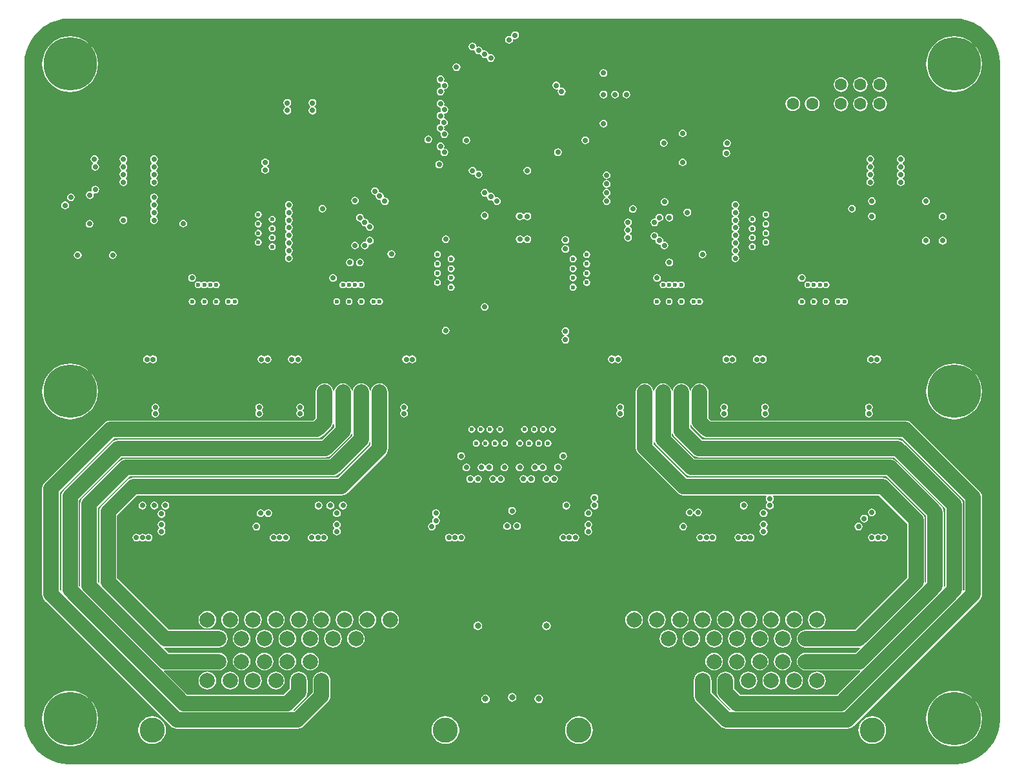
<source format=gbl>
G04 Layer_Physical_Order=4*
G04 Layer_Color=16711680*
%FSLAX25Y25*%
%MOIN*%
G70*
G01*
G75*
%ADD44C,0.07874*%
%ADD52C,0.27559*%
%ADD53C,0.07874*%
%ADD54C,0.12992*%
%ADD55C,0.06299*%
%ADD56C,0.02756*%
%ADD57C,0.02362*%
%ADD58C,0.03150*%
%ADD72R,0.21260X0.29921*%
%ADD73R,0.21260X0.29921*%
%ADD74R,0.28347X0.18898*%
%ADD75R,0.28347X0.18898*%
G36*
X487722Y389536D02*
X489999Y389084D01*
X492220Y388410D01*
X494364Y387522D01*
X496411Y386427D01*
X498341Y385138D01*
X500135Y383666D01*
X501776Y382025D01*
X503248Y380230D01*
X504538Y378300D01*
X505632Y376254D01*
X506520Y374109D01*
X507194Y371888D01*
X507647Y369612D01*
X507874Y367302D01*
Y366142D01*
Y27559D01*
X507874D01*
Y26399D01*
X507647Y24089D01*
X507194Y21812D01*
X506520Y19591D01*
X505632Y17447D01*
X504538Y15400D01*
X503248Y13470D01*
X501776Y11676D01*
X500135Y10035D01*
X498341Y8563D01*
X496411Y7273D01*
X494364Y6179D01*
X492220Y5291D01*
X489999Y4617D01*
X487722Y4165D01*
X485412Y3937D01*
X484252D01*
X27559Y3937D01*
Y3937D01*
X26399D01*
X24089Y4165D01*
X21812Y4617D01*
X19591Y5291D01*
X17447Y6179D01*
X15400Y7273D01*
X13470Y8563D01*
X11676Y10035D01*
X10035Y11676D01*
X8563Y13470D01*
X7273Y15400D01*
X6179Y17447D01*
X5291Y19591D01*
X4617Y21812D01*
X4165Y24089D01*
X3937Y26399D01*
X3937Y27559D01*
X3937Y366142D01*
Y367302D01*
X4165Y369612D01*
X4617Y371888D01*
X5291Y374109D01*
X6179Y376254D01*
X7273Y378300D01*
X8563Y380230D01*
X10035Y382024D01*
X11676Y383666D01*
X13470Y385138D01*
X15400Y386427D01*
X17447Y387522D01*
X19591Y388410D01*
X21812Y389084D01*
X24089Y389536D01*
X26399Y389764D01*
X27559D01*
X484252Y389764D01*
X485412D01*
X487722Y389536D01*
D02*
G37*
%LPC*%
G36*
X265748Y153590D02*
X264977Y153437D01*
X264323Y153000D01*
X264080Y152636D01*
X263479D01*
X263236Y153000D01*
X262582Y153437D01*
X261811Y153590D01*
X261040Y153437D01*
X260386Y153000D01*
X259949Y152346D01*
X259796Y151575D01*
X259949Y150804D01*
X260386Y150150D01*
X261040Y149713D01*
X261811Y149560D01*
X262582Y149713D01*
X263236Y150150D01*
X263479Y150514D01*
X264080D01*
X264323Y150150D01*
X264977Y149713D01*
X265748Y149560D01*
X266519Y149713D01*
X267173Y150150D01*
X267610Y150804D01*
X267763Y151575D01*
X267610Y152346D01*
X267173Y153000D01*
X266519Y153437D01*
X265748Y153590D01*
D02*
G37*
G36*
X250000D02*
X249229Y153437D01*
X248575Y153000D01*
X248332Y152636D01*
X247731D01*
X247488Y153000D01*
X246834Y153437D01*
X246063Y153590D01*
X245292Y153437D01*
X244638Y153000D01*
X244201Y152346D01*
X244048Y151575D01*
X244201Y150804D01*
X244638Y150150D01*
X245292Y149713D01*
X246063Y149560D01*
X246834Y149713D01*
X247488Y150150D01*
X247731Y150514D01*
X248332D01*
X248575Y150150D01*
X249229Y149713D01*
X250000Y149560D01*
X250771Y149713D01*
X251425Y150150D01*
X251862Y150804D01*
X252015Y151575D01*
X251862Y152346D01*
X251425Y153000D01*
X250771Y153437D01*
X250000Y153590D01*
D02*
G37*
G36*
X232283Y159495D02*
X231512Y159342D01*
X230859Y158905D01*
X230422Y158252D01*
X230268Y157480D01*
X230422Y156709D01*
X230859Y156055D01*
X231512Y155619D01*
X232283Y155465D01*
X233055Y155619D01*
X233708Y156055D01*
X234145Y156709D01*
X234299Y157480D01*
X234145Y158252D01*
X233708Y158905D01*
X233055Y159342D01*
X232283Y159495D01*
D02*
G37*
G36*
X277559Y153590D02*
X276788Y153437D01*
X276134Y153000D01*
X275891Y152636D01*
X275290D01*
X275047Y153000D01*
X274393Y153437D01*
X273622Y153590D01*
X272851Y153437D01*
X272197Y153000D01*
X271760Y152346D01*
X271607Y151575D01*
X271760Y150804D01*
X272197Y150150D01*
X272851Y149713D01*
X273622Y149560D01*
X274393Y149713D01*
X275047Y150150D01*
X275290Y150514D01*
X275891D01*
X276134Y150150D01*
X276788Y149713D01*
X277559Y149560D01*
X278330Y149713D01*
X278984Y150150D01*
X279421Y150804D01*
X279574Y151575D01*
X279421Y152346D01*
X278984Y153000D01*
X278330Y153437D01*
X277559Y153590D01*
D02*
G37*
G36*
X168504Y139810D02*
X167733Y139657D01*
X167079Y139220D01*
X166642Y138566D01*
X166489Y137795D01*
X166642Y137024D01*
X167079Y136370D01*
X167733Y135934D01*
X168504Y135780D01*
X169275Y135934D01*
X169929Y136370D01*
X170366Y137024D01*
X170519Y137795D01*
X170366Y138566D01*
X169929Y139220D01*
X169275Y139657D01*
X168504Y139810D01*
D02*
G37*
G36*
X162008D02*
X161237Y139657D01*
X160583Y139220D01*
X160146Y138566D01*
X159993Y137795D01*
X160146Y137024D01*
X160583Y136370D01*
X161237Y135934D01*
X162008Y135780D01*
X162779Y135934D01*
X163433Y136370D01*
X163870Y137024D01*
X164023Y137795D01*
X163870Y138566D01*
X163433Y139220D01*
X162779Y139657D01*
X162008Y139810D01*
D02*
G37*
G36*
X238189Y153590D02*
X237418Y153437D01*
X236764Y153000D01*
X236521Y152636D01*
X235920D01*
X235677Y153000D01*
X235023Y153437D01*
X234252Y153590D01*
X233481Y153437D01*
X232827Y153000D01*
X232390Y152346D01*
X232237Y151575D01*
X232390Y150804D01*
X232827Y150150D01*
X233481Y149713D01*
X234252Y149560D01*
X235023Y149713D01*
X235677Y150150D01*
X235920Y150514D01*
X236521D01*
X236764Y150150D01*
X237418Y149713D01*
X238189Y149560D01*
X238960Y149713D01*
X239614Y150150D01*
X240051Y150804D01*
X240204Y151575D01*
X240051Y152346D01*
X239614Y153000D01*
X238960Y153437D01*
X238189Y153590D01*
D02*
G37*
G36*
X298425Y143747D02*
X297654Y143594D01*
X297000Y143157D01*
X296564Y142503D01*
X296410Y141732D01*
X296564Y140961D01*
X297000Y140307D01*
X297364Y140065D01*
Y139463D01*
X297000Y139220D01*
X296564Y138567D01*
X296410Y137795D01*
X296564Y137024D01*
X297000Y136371D01*
X297654Y135934D01*
X298425Y135780D01*
X299196Y135934D01*
X299850Y136371D01*
X300287Y137024D01*
X300440Y137795D01*
X300287Y138567D01*
X299850Y139220D01*
X299487Y139463D01*
Y140065D01*
X299850Y140307D01*
X300287Y140961D01*
X300440Y141732D01*
X300287Y142503D01*
X299850Y143157D01*
X299196Y143594D01*
X298425Y143747D01*
D02*
G37*
G36*
X251969Y159495D02*
X251197Y159342D01*
X250544Y158905D01*
X250107Y158252D01*
X249953Y157480D01*
X250107Y156709D01*
X250544Y156055D01*
X251197Y155619D01*
X251969Y155465D01*
X252740Y155619D01*
X253393Y156055D01*
X253830Y156709D01*
X253984Y157480D01*
X253830Y158252D01*
X253393Y158905D01*
X252740Y159342D01*
X251969Y159495D01*
D02*
G37*
G36*
X282283Y165401D02*
X281512Y165247D01*
X280859Y164811D01*
X280422Y164157D01*
X280268Y163386D01*
X280422Y162615D01*
X280859Y161961D01*
X281512Y161524D01*
X282283Y161371D01*
X283055Y161524D01*
X283708Y161961D01*
X284145Y162615D01*
X284299Y163386D01*
X284145Y164157D01*
X283708Y164811D01*
X283055Y165247D01*
X282283Y165401D01*
D02*
G37*
G36*
X229528D02*
X228756Y165247D01*
X228103Y164811D01*
X227666Y164157D01*
X227513Y163386D01*
X227666Y162615D01*
X228103Y161961D01*
X228756Y161524D01*
X229528Y161371D01*
X230299Y161524D01*
X230952Y161961D01*
X231389Y162615D01*
X231543Y163386D01*
X231389Y164157D01*
X230952Y164811D01*
X230299Y165247D01*
X229528Y165401D01*
D02*
G37*
G36*
X242126Y171893D02*
X241432Y171755D01*
X240843Y171362D01*
X240450Y170773D01*
X240312Y170079D01*
X240450Y169384D01*
X240843Y168796D01*
X241432Y168403D01*
X242126Y168264D01*
X242821Y168403D01*
X243409Y168796D01*
X243802Y169384D01*
X243941Y170079D01*
X243802Y170773D01*
X243409Y171362D01*
X242821Y171755D01*
X242126Y171893D01*
D02*
G37*
G36*
X237402D02*
X236707Y171755D01*
X236119Y171362D01*
X235725Y170773D01*
X235587Y170079D01*
X235725Y169384D01*
X236119Y168796D01*
X236707Y168403D01*
X237402Y168264D01*
X238096Y168403D01*
X238685Y168796D01*
X239078Y169384D01*
X239216Y170079D01*
X239078Y170773D01*
X238685Y171362D01*
X238096Y171755D01*
X237402Y171893D01*
D02*
G37*
G36*
X279528Y159495D02*
X278756Y159342D01*
X278103Y158905D01*
X277666Y158252D01*
X277513Y157480D01*
X277666Y156709D01*
X278103Y156055D01*
X278756Y155619D01*
X279528Y155465D01*
X280299Y155619D01*
X280952Y156055D01*
X281389Y156709D01*
X281543Y157480D01*
X281389Y158252D01*
X280952Y158905D01*
X280299Y159342D01*
X279528Y159495D01*
D02*
G37*
G36*
X259842D02*
X259071Y159342D01*
X258418Y158905D01*
X257981Y158252D01*
X257827Y157480D01*
X257981Y156709D01*
X258418Y156055D01*
X259071Y155619D01*
X259842Y155465D01*
X260614Y155619D01*
X261267Y156055D01*
X261704Y156709D01*
X261858Y157480D01*
X261704Y158252D01*
X261267Y158905D01*
X260614Y159342D01*
X259842Y159495D01*
D02*
G37*
G36*
X271654D02*
X270882Y159342D01*
X270229Y158905D01*
X269986Y158542D01*
X269384D01*
X269141Y158905D01*
X268488Y159342D01*
X267717Y159495D01*
X266945Y159342D01*
X266292Y158905D01*
X265855Y158252D01*
X265701Y157480D01*
X265855Y156709D01*
X266292Y156055D01*
X266945Y155619D01*
X267717Y155465D01*
X268488Y155619D01*
X269141Y156055D01*
X269384Y156419D01*
X269986D01*
X270229Y156055D01*
X270882Y155619D01*
X271654Y155465D01*
X272425Y155619D01*
X273078Y156055D01*
X273515Y156709D01*
X273669Y157480D01*
X273515Y158252D01*
X273078Y158905D01*
X272425Y159342D01*
X271654Y159495D01*
D02*
G37*
G36*
X244094D02*
X243323Y159342D01*
X242670Y158905D01*
X242427Y158542D01*
X241825D01*
X241582Y158905D01*
X240929Y159342D01*
X240158Y159495D01*
X239386Y159342D01*
X238733Y158905D01*
X238296Y158252D01*
X238142Y157480D01*
X238296Y156709D01*
X238733Y156055D01*
X239386Y155619D01*
X240158Y155465D01*
X240929Y155619D01*
X241582Y156055D01*
X241825Y156419D01*
X242427D01*
X242670Y156055D01*
X243323Y155619D01*
X244094Y155465D01*
X244866Y155619D01*
X245519Y156055D01*
X245956Y156709D01*
X246110Y157480D01*
X245956Y158252D01*
X245519Y158905D01*
X244866Y159342D01*
X244094Y159495D01*
D02*
G37*
G36*
X76772Y139810D02*
X76000Y139657D01*
X75347Y139220D01*
X74910Y138566D01*
X74757Y137795D01*
X74910Y137024D01*
X75347Y136370D01*
X76000Y135934D01*
X76772Y135780D01*
X77543Y135934D01*
X78197Y136370D01*
X78633Y137024D01*
X78787Y137795D01*
X78633Y138566D01*
X78197Y139220D01*
X77543Y139657D01*
X76772Y139810D01*
D02*
G37*
G36*
X165354Y135873D02*
X164583Y135720D01*
X163929Y135283D01*
X163493Y134629D01*
X163339Y133858D01*
X163493Y133087D01*
X163929Y132433D01*
X164583Y131997D01*
X165354Y131843D01*
X166126Y131997D01*
X166779Y132433D01*
X167216Y133087D01*
X167369Y133858D01*
X167216Y134629D01*
X166779Y135283D01*
X166126Y135720D01*
X165354Y135873D01*
D02*
G37*
G36*
X74803Y135480D02*
X74032Y135326D01*
X73378Y134889D01*
X72941Y134236D01*
X72788Y133465D01*
X72941Y132693D01*
X73378Y132040D01*
X74032Y131603D01*
X74803Y131449D01*
X75574Y131603D01*
X76228Y132040D01*
X76665Y132693D01*
X76818Y133465D01*
X76665Y134236D01*
X76228Y134889D01*
X75574Y135326D01*
X74803Y135480D01*
D02*
G37*
G36*
X385827Y135873D02*
X385056Y135720D01*
X384402Y135283D01*
X383965Y134629D01*
X383812Y133858D01*
X383965Y133087D01*
X384402Y132433D01*
X385056Y131997D01*
X385827Y131843D01*
X386598Y131997D01*
X387252Y132433D01*
X387688Y133087D01*
X387842Y133858D01*
X387688Y134629D01*
X387252Y135283D01*
X386598Y135720D01*
X385827Y135873D01*
D02*
G37*
G36*
X295276D02*
X294504Y135720D01*
X293851Y135283D01*
X293414Y134629D01*
X293261Y133858D01*
X293414Y133087D01*
X293851Y132433D01*
X294504Y131997D01*
X295276Y131843D01*
X296047Y131997D01*
X296701Y132433D01*
X297137Y133087D01*
X297291Y133858D01*
X297137Y134629D01*
X296701Y135283D01*
X296047Y135720D01*
X295276Y135873D01*
D02*
G37*
G36*
X253346Y129181D02*
X252575Y129027D01*
X251921Y128590D01*
X251485Y127936D01*
X251331Y127165D01*
X251485Y126394D01*
X251921Y125741D01*
X252575Y125304D01*
X253346Y125150D01*
X254117Y125304D01*
X254771Y125741D01*
X255208Y126394D01*
X255361Y127165D01*
X255208Y127936D01*
X254771Y128590D01*
X254117Y129027D01*
X253346Y129181D01*
D02*
G37*
G36*
X344291Y128984D02*
X343520Y128830D01*
X342867Y128393D01*
X342430Y127740D01*
X342276Y126969D01*
X342430Y126198D01*
X342867Y125544D01*
X343520Y125107D01*
X344291Y124953D01*
X345063Y125107D01*
X345716Y125544D01*
X346153Y126198D01*
X346307Y126969D01*
X346153Y127740D01*
X345716Y128393D01*
X345063Y128830D01*
X344291Y128984D01*
D02*
G37*
G36*
X437795Y133117D02*
X437024Y132964D01*
X436370Y132527D01*
X435934Y131874D01*
X435780Y131102D01*
X435934Y130331D01*
X436370Y129677D01*
X437024Y129241D01*
X437795Y129087D01*
X438566Y129241D01*
X439220Y129677D01*
X439657Y130331D01*
X439810Y131102D01*
X439657Y131874D01*
X439220Y132527D01*
X438566Y132964D01*
X437795Y133117D01*
D02*
G37*
G36*
X258465Y129181D02*
X257693Y129027D01*
X257040Y128590D01*
X256603Y127936D01*
X256449Y127165D01*
X256603Y126394D01*
X257040Y125741D01*
X257693Y125304D01*
X258465Y125150D01*
X259236Y125304D01*
X259889Y125741D01*
X260326Y126394D01*
X260480Y127165D01*
X260326Y127936D01*
X259889Y128590D01*
X259236Y129027D01*
X258465Y129181D01*
D02*
G37*
G36*
X441732Y136267D02*
X440961Y136114D01*
X440307Y135677D01*
X439871Y135023D01*
X439717Y134252D01*
X439871Y133481D01*
X440307Y132827D01*
X440961Y132390D01*
X441732Y132237D01*
X442503Y132390D01*
X443157Y132827D01*
X443594Y133481D01*
X443747Y134252D01*
X443594Y135023D01*
X443157Y135677D01*
X442503Y136114D01*
X441732Y136267D01*
D02*
G37*
G36*
X375590Y139810D02*
X374819Y139657D01*
X374165Y139220D01*
X373728Y138566D01*
X373575Y137795D01*
X373728Y137024D01*
X374165Y136370D01*
X374819Y135933D01*
X375590Y135780D01*
X376361Y135933D01*
X377015Y136370D01*
X377451Y137024D01*
X377605Y137795D01*
X377451Y138566D01*
X377015Y139220D01*
X376361Y139657D01*
X375590Y139810D01*
D02*
G37*
G36*
X283858D02*
X283086Y139657D01*
X282433Y139220D01*
X281996Y138566D01*
X281843Y137795D01*
X281996Y137024D01*
X282433Y136370D01*
X283086Y135933D01*
X283858Y135780D01*
X284629Y135933D01*
X285283Y136370D01*
X285719Y137024D01*
X285873Y137795D01*
X285719Y138566D01*
X285283Y139220D01*
X284629Y139657D01*
X283858Y139810D01*
D02*
G37*
G36*
X71063Y139810D02*
X70292Y139657D01*
X69638Y139220D01*
X69201Y138566D01*
X69048Y137795D01*
X69201Y137024D01*
X69638Y136370D01*
X70292Y135934D01*
X71063Y135780D01*
X71834Y135934D01*
X72488Y136370D01*
X72925Y137024D01*
X73078Y137795D01*
X72925Y138566D01*
X72488Y139220D01*
X71834Y139657D01*
X71063Y139810D01*
D02*
G37*
G36*
X64961D02*
X64189Y139657D01*
X63536Y139220D01*
X63099Y138566D01*
X62945Y137795D01*
X63099Y137024D01*
X63536Y136370D01*
X64189Y135934D01*
X64961Y135780D01*
X65732Y135934D01*
X66386Y136370D01*
X66822Y137024D01*
X66976Y137795D01*
X66822Y138566D01*
X66386Y139220D01*
X65732Y139657D01*
X64961Y139810D01*
D02*
G37*
G36*
X351969Y136267D02*
X351197Y136114D01*
X350544Y135677D01*
X350107Y135023D01*
X350058Y134778D01*
X349548D01*
X349500Y135023D01*
X349063Y135677D01*
X348409Y136114D01*
X347638Y136267D01*
X346867Y136114D01*
X346213Y135677D01*
X345776Y135023D01*
X345623Y134252D01*
X345776Y133481D01*
X346213Y132827D01*
X346867Y132390D01*
X347638Y132237D01*
X348409Y132390D01*
X349063Y132827D01*
X349500Y133481D01*
X349548Y133726D01*
X350058D01*
X350107Y133481D01*
X350544Y132827D01*
X351197Y132390D01*
X351969Y132237D01*
X352740Y132390D01*
X353393Y132827D01*
X353830Y133481D01*
X353984Y134252D01*
X353830Y135023D01*
X353393Y135677D01*
X352740Y136114D01*
X351969Y136267D01*
D02*
G37*
G36*
X255906Y137055D02*
X255134Y136901D01*
X254481Y136464D01*
X254044Y135810D01*
X253890Y135039D01*
X254044Y134268D01*
X254481Y133615D01*
X255134Y133178D01*
X255906Y133024D01*
X256677Y133178D01*
X257330Y133615D01*
X257767Y134268D01*
X257921Y135039D01*
X257767Y135810D01*
X257330Y136464D01*
X256677Y136901D01*
X255906Y137055D01*
D02*
G37*
G36*
X155905Y139810D02*
X155134Y139657D01*
X154480Y139220D01*
X154043Y138566D01*
X153890Y137795D01*
X154043Y137024D01*
X154480Y136370D01*
X155134Y135933D01*
X155905Y135780D01*
X156676Y135933D01*
X157330Y136370D01*
X157767Y137024D01*
X157920Y137795D01*
X157767Y138566D01*
X157330Y139220D01*
X156676Y139657D01*
X155905Y139810D01*
D02*
G37*
G36*
X129921Y135873D02*
X129150Y135720D01*
X128496Y135283D01*
X128253Y134920D01*
X127652D01*
X127409Y135283D01*
X126755Y135720D01*
X125984Y135873D01*
X125213Y135720D01*
X124559Y135283D01*
X124123Y134629D01*
X123969Y133858D01*
X124123Y133087D01*
X124559Y132433D01*
X125213Y131997D01*
X125984Y131843D01*
X126755Y131997D01*
X127409Y132433D01*
X127652Y132797D01*
X128253D01*
X128496Y132433D01*
X129150Y131997D01*
X129921Y131843D01*
X130692Y131997D01*
X131346Y132433D01*
X131783Y133087D01*
X131936Y133858D01*
X131783Y134629D01*
X131346Y135283D01*
X130692Y135720D01*
X129921Y135873D01*
D02*
G37*
G36*
X247047Y171893D02*
X246353Y171755D01*
X245764Y171362D01*
X245371Y170773D01*
X245233Y170079D01*
X245371Y169384D01*
X245764Y168796D01*
X246353Y168403D01*
X247047Y168264D01*
X247742Y168403D01*
X248330Y168796D01*
X248724Y169384D01*
X248862Y170079D01*
X248724Y170773D01*
X248330Y171362D01*
X247742Y171755D01*
X247047Y171893D01*
D02*
G37*
G36*
X187402Y201031D02*
X186218Y200875D01*
X185114Y200418D01*
X184167Y199691D01*
X183440Y198744D01*
X182983Y197641D01*
X182929Y197234D01*
X182425D01*
X182371Y197641D01*
X181914Y198744D01*
X181187Y199691D01*
X180240Y200418D01*
X179137Y200875D01*
X177953Y201031D01*
X176769Y200875D01*
X175665Y200418D01*
X174718Y199691D01*
X173991Y198744D01*
X173534Y197641D01*
X173480Y197234D01*
X172976D01*
X172923Y197641D01*
X172466Y198744D01*
X171739Y199691D01*
X170791Y200418D01*
X169688Y200875D01*
X168504Y201031D01*
X167320Y200875D01*
X166217Y200418D01*
X165269Y199691D01*
X164542Y198744D01*
X164085Y197641D01*
X164032Y197234D01*
X163527D01*
X163474Y197641D01*
X163017Y198744D01*
X162290Y199691D01*
X161342Y200418D01*
X160239Y200875D01*
X159055Y201031D01*
X157871Y200875D01*
X156768Y200418D01*
X155820Y199691D01*
X155093Y198744D01*
X154636Y197641D01*
X154481Y196457D01*
Y182997D01*
X153223Y181740D01*
X48425D01*
X48425Y181740D01*
X47241Y181584D01*
X46138Y181127D01*
X45191Y180400D01*
X14482Y149691D01*
X13755Y148744D01*
X13298Y147641D01*
X13142Y146457D01*
Y92001D01*
X13298Y90816D01*
X13755Y89713D01*
X14482Y88766D01*
X79523Y23724D01*
X79523Y23724D01*
X80471Y22997D01*
X81574Y22540D01*
X82758Y22385D01*
X82758Y22385D01*
X145069D01*
X146253Y22540D01*
X147357Y22997D01*
X148304Y23724D01*
X160715Y36135D01*
X160715Y36135D01*
X161442Y37083D01*
X161899Y38186D01*
X162055Y39370D01*
Y47244D01*
X161899Y48428D01*
X161442Y49531D01*
X160715Y50479D01*
X159768Y51206D01*
X158664Y51663D01*
X157480Y51819D01*
X156296Y51663D01*
X155193Y51206D01*
X154246Y50479D01*
X153519Y49531D01*
X153062Y48428D01*
X152906Y47244D01*
Y41265D01*
X143371Y31730D01*
X143244Y31756D01*
X143151Y31923D01*
X143097Y32297D01*
X148904Y38104D01*
X149631Y39051D01*
X150088Y40154D01*
X150244Y41339D01*
X150244Y41339D01*
Y47244D01*
X150088Y48428D01*
X149631Y49531D01*
X148904Y50479D01*
X147957Y51206D01*
X146853Y51663D01*
X145669Y51819D01*
X144485Y51663D01*
X143382Y51206D01*
X142435Y50479D01*
X141708Y49531D01*
X141251Y48428D01*
X141095Y47244D01*
Y43233D01*
X137869Y40008D01*
X88163D01*
X76066Y52105D01*
X76287Y52553D01*
X76599Y52512D01*
X76599Y52512D01*
X104331D01*
X105515Y52668D01*
X106618Y53125D01*
X107565Y53852D01*
X108292Y54799D01*
X108749Y55903D01*
X108905Y57087D01*
X108749Y58271D01*
X108292Y59374D01*
X107565Y60321D01*
X106618Y61048D01*
X105515Y61505D01*
X104331Y61661D01*
X78493D01*
X76239Y63916D01*
X76460Y64364D01*
X76772Y64323D01*
X104331D01*
X105515Y64479D01*
X106618Y64936D01*
X107565Y65663D01*
X108292Y66610D01*
X108749Y67714D01*
X108905Y68898D01*
X108749Y70082D01*
X108292Y71185D01*
X107565Y72132D01*
X106618Y72859D01*
X105515Y73316D01*
X104331Y73472D01*
X78667D01*
X51819Y100320D01*
Y132751D01*
X62131Y143063D01*
X167717D01*
X168901Y143219D01*
X170004Y143676D01*
X170951Y144403D01*
X190636Y164088D01*
X190636Y164088D01*
X191363Y165035D01*
X191820Y166139D01*
X191976Y167323D01*
Y196457D01*
X191820Y197641D01*
X191363Y198744D01*
X190636Y199691D01*
X189689Y200418D01*
X188585Y200875D01*
X187402Y201031D01*
D02*
G37*
G36*
X311752Y190598D02*
X310981Y190445D01*
X310327Y190008D01*
X309890Y189354D01*
X309737Y188583D01*
X309890Y187812D01*
X310327Y187158D01*
Y186858D01*
X309890Y186204D01*
X309737Y185433D01*
X309890Y184662D01*
X310327Y184008D01*
X310981Y183572D01*
X311752Y183418D01*
X312523Y183572D01*
X313177Y184008D01*
X313614Y184662D01*
X313767Y185433D01*
X313614Y186204D01*
X313177Y186858D01*
Y187158D01*
X313614Y187812D01*
X313767Y188583D01*
X313614Y189354D01*
X313177Y190008D01*
X312523Y190445D01*
X311752Y190598D01*
D02*
G37*
G36*
X385433Y215460D02*
X384662Y215306D01*
X384008Y214870D01*
X383708D01*
X383054Y215306D01*
X382283Y215460D01*
X381512Y215306D01*
X380858Y214870D01*
X380422Y214216D01*
X380268Y213445D01*
X380422Y212674D01*
X380858Y212020D01*
X381512Y211583D01*
X382283Y211430D01*
X383054Y211583D01*
X383708Y212020D01*
X384008D01*
X384662Y211583D01*
X385433Y211430D01*
X386204Y211583D01*
X386858Y212020D01*
X387295Y212674D01*
X387448Y213445D01*
X387295Y214216D01*
X386858Y214870D01*
X386204Y215306D01*
X385433Y215460D01*
D02*
G37*
G36*
X352756Y201031D02*
X351572Y200875D01*
X350469Y200418D01*
X349521Y199691D01*
X348794Y198744D01*
X348337Y197641D01*
X348284Y197234D01*
X347779D01*
X347726Y197641D01*
X347269Y198744D01*
X346542Y199691D01*
X345595Y200418D01*
X344491Y200875D01*
X343307Y201031D01*
X342123Y200875D01*
X341020Y200418D01*
X340072Y199691D01*
X339346Y198744D01*
X338889Y197641D01*
X338835Y197234D01*
X338331D01*
X338277Y197641D01*
X337820Y198744D01*
X337093Y199691D01*
X336146Y200418D01*
X335042Y200875D01*
X333858Y201031D01*
X332674Y200875D01*
X331571Y200418D01*
X330624Y199691D01*
X329897Y198744D01*
X329440Y197641D01*
X329386Y197234D01*
X328882D01*
X328828Y197641D01*
X328371Y198744D01*
X327644Y199691D01*
X326697Y200418D01*
X325593Y200875D01*
X324410Y201031D01*
X323225Y200875D01*
X322122Y200418D01*
X321175Y199691D01*
X320448Y198744D01*
X319991Y197641D01*
X319835Y196457D01*
Y167717D01*
X319835Y167717D01*
X319991Y166533D01*
X320448Y165429D01*
X321175Y164482D01*
X341253Y144403D01*
X341253Y144403D01*
X342201Y143676D01*
X343304Y143219D01*
X344488Y143063D01*
X344488Y143063D01*
X387169D01*
X387418Y142563D01*
X387115Y142110D01*
X386961Y141339D01*
X387115Y140567D01*
X387551Y139914D01*
X387696Y139817D01*
Y139317D01*
X387551Y139220D01*
X387115Y138566D01*
X386961Y137795D01*
X387115Y137024D01*
X387551Y136370D01*
X388205Y135934D01*
X388976Y135780D01*
X389748Y135934D01*
X390401Y136370D01*
X390838Y137024D01*
X390991Y137795D01*
X390838Y138566D01*
X390401Y139220D01*
X390256Y139317D01*
Y139817D01*
X390401Y139914D01*
X390838Y140567D01*
X390991Y141339D01*
X390838Y142110D01*
X390535Y142563D01*
X390784Y143063D01*
X445349D01*
X459992Y128420D01*
Y100320D01*
X433144Y73472D01*
X407480D01*
X406296Y73316D01*
X405193Y72859D01*
X404246Y72132D01*
X403518Y71185D01*
X403061Y70082D01*
X402906Y68898D01*
X403061Y67714D01*
X403518Y66610D01*
X404246Y65663D01*
X405193Y64936D01*
X406296Y64479D01*
X407480Y64323D01*
X435039D01*
X435351Y64364D01*
X435572Y63916D01*
X433318Y61661D01*
X407480D01*
X406296Y61505D01*
X405193Y61048D01*
X404246Y60321D01*
X403518Y59374D01*
X403061Y58271D01*
X402906Y57087D01*
X403061Y55903D01*
X403518Y54799D01*
X404246Y53852D01*
X405193Y53125D01*
X406296Y52668D01*
X407480Y52512D01*
X435212D01*
X435524Y52553D01*
X435745Y52105D01*
X423648Y40008D01*
X373942D01*
X370716Y43233D01*
Y47244D01*
X370561Y48428D01*
X370104Y49531D01*
X369376Y50479D01*
X368429Y51206D01*
X367326Y51663D01*
X366142Y51819D01*
X364958Y51663D01*
X363855Y51206D01*
X362907Y50479D01*
X362180Y49531D01*
X361723Y48428D01*
X361567Y47244D01*
Y41339D01*
X361723Y40154D01*
X362180Y39051D01*
X362907Y38104D01*
X368714Y32297D01*
X368660Y31923D01*
X368567Y31756D01*
X368440Y31730D01*
X358905Y41265D01*
Y47243D01*
X358905Y47244D01*
X358750Y48428D01*
X358293Y49531D01*
X357565Y50479D01*
X356618Y51206D01*
X355515Y51663D01*
X354331Y51819D01*
X354331Y51819D01*
X354331Y51819D01*
X353147Y51663D01*
X352043Y51206D01*
X351096Y50479D01*
X350369Y49531D01*
X349912Y48428D01*
X349756Y47244D01*
Y39370D01*
X349912Y38186D01*
X350369Y37083D01*
X351096Y36135D01*
X363507Y23724D01*
X363507Y23724D01*
X364454Y22997D01*
X365558Y22540D01*
X366742Y22385D01*
X429053D01*
X430237Y22540D01*
X431340Y22997D01*
X432288Y23724D01*
X497329Y88766D01*
X497329Y88766D01*
X498056Y89713D01*
X498513Y90817D01*
X498669Y92001D01*
X498669Y92001D01*
Y142126D01*
X498513Y143310D01*
X498056Y144413D01*
X497329Y145361D01*
X462290Y180400D01*
X461342Y181127D01*
X460239Y181584D01*
X459055Y181740D01*
X358588D01*
X357330Y182997D01*
Y196457D01*
X357175Y197641D01*
X356718Y198744D01*
X355991Y199691D01*
X355043Y200418D01*
X353940Y200875D01*
X352756Y201031D01*
D02*
G37*
G36*
X365413Y190598D02*
X364642Y190444D01*
X363988Y190008D01*
X363552Y189354D01*
X363398Y188583D01*
X363552Y187812D01*
X363988Y187158D01*
Y186858D01*
X363552Y186204D01*
X363398Y185433D01*
X363552Y184662D01*
X363988Y184008D01*
X364642Y183571D01*
X365413Y183418D01*
X366184Y183571D01*
X366838Y184008D01*
X367275Y184662D01*
X367428Y185433D01*
X367275Y186204D01*
X366838Y186858D01*
Y187158D01*
X367275Y187812D01*
X367428Y188583D01*
X367275Y189354D01*
X366838Y190008D01*
X366184Y190444D01*
X365413Y190598D01*
D02*
G37*
G36*
X125256Y190598D02*
X124485Y190444D01*
X123831Y190008D01*
X123394Y189354D01*
X123241Y188583D01*
X123394Y187812D01*
X123831Y187158D01*
Y186858D01*
X123394Y186204D01*
X123241Y185433D01*
X123394Y184662D01*
X123831Y184008D01*
X124485Y183571D01*
X125256Y183418D01*
X126027Y183571D01*
X126681Y184008D01*
X127118Y184662D01*
X127271Y185433D01*
X127118Y186204D01*
X126681Y186858D01*
Y187158D01*
X127118Y187812D01*
X127271Y188583D01*
X127118Y189354D01*
X126681Y190008D01*
X126027Y190444D01*
X125256Y190598D01*
D02*
G37*
G36*
X146398Y190598D02*
X145627Y190445D01*
X144973Y190008D01*
X144536Y189354D01*
X144383Y188583D01*
X144536Y187812D01*
X144973Y187158D01*
Y186858D01*
X144536Y186204D01*
X144383Y185433D01*
X144536Y184662D01*
X144973Y184008D01*
X145627Y183571D01*
X146398Y183418D01*
X147169Y183571D01*
X147823Y184008D01*
X148259Y184662D01*
X148413Y185433D01*
X148259Y186204D01*
X147823Y186858D01*
Y187158D01*
X148259Y187812D01*
X148413Y188583D01*
X148259Y189354D01*
X147823Y190008D01*
X147169Y190445D01*
X146398Y190598D01*
D02*
G37*
G36*
X71595Y190598D02*
X70823Y190444D01*
X70170Y190008D01*
X69733Y189354D01*
X69579Y188583D01*
X69733Y187812D01*
X70170Y187158D01*
Y186858D01*
X69733Y186204D01*
X69579Y185433D01*
X69733Y184662D01*
X70170Y184008D01*
X70823Y183571D01*
X71595Y183418D01*
X72366Y183571D01*
X73019Y184008D01*
X73456Y184662D01*
X73610Y185433D01*
X73456Y186204D01*
X73019Y186858D01*
Y187158D01*
X73456Y187812D01*
X73610Y188583D01*
X73456Y189354D01*
X73019Y190008D01*
X72366Y190444D01*
X71595Y190598D01*
D02*
G37*
G36*
X70473Y215460D02*
X69701Y215306D01*
X69048Y214870D01*
X68748D01*
X68094Y215306D01*
X67323Y215460D01*
X66552Y215306D01*
X65898Y214870D01*
X65461Y214216D01*
X65308Y213445D01*
X65461Y212674D01*
X65898Y212020D01*
X66552Y211583D01*
X67323Y211430D01*
X68094Y211583D01*
X68748Y212020D01*
X69048D01*
X69701Y211583D01*
X70473Y211430D01*
X71244Y211583D01*
X71897Y212020D01*
X72334Y212674D01*
X72488Y213445D01*
X72334Y214216D01*
X71897Y214870D01*
X71244Y215306D01*
X70473Y215460D01*
D02*
G37*
G36*
X369685Y215460D02*
X368914Y215307D01*
X368260Y214870D01*
X367960D01*
X367307Y215307D01*
X366535Y215460D01*
X365764Y215307D01*
X365110Y214870D01*
X364674Y214216D01*
X364520Y213445D01*
X364674Y212674D01*
X365110Y212020D01*
X365764Y211583D01*
X366535Y211430D01*
X367307Y211583D01*
X367960Y212020D01*
X368260D01*
X368914Y211583D01*
X369685Y211430D01*
X370456Y211583D01*
X371110Y212020D01*
X371547Y212674D01*
X371700Y213445D01*
X371547Y214216D01*
X371110Y214870D01*
X370456Y215307D01*
X369685Y215460D01*
D02*
G37*
G36*
X310630D02*
X309859Y215307D01*
X309205Y214870D01*
X308905D01*
X308251Y215307D01*
X307480Y215460D01*
X306709Y215307D01*
X306055Y214870D01*
X305619Y214216D01*
X305465Y213445D01*
X305619Y212674D01*
X306055Y212020D01*
X306709Y211583D01*
X307480Y211430D01*
X308251Y211583D01*
X308905Y212020D01*
X309205D01*
X309859Y211583D01*
X310630Y211430D01*
X311401Y211583D01*
X312055Y212020D01*
X312492Y212674D01*
X312645Y213445D01*
X312492Y214216D01*
X312055Y214870D01*
X311401Y215307D01*
X310630Y215460D01*
D02*
G37*
G36*
X221595Y230362D02*
X220823Y230208D01*
X220170Y229771D01*
X219733Y229118D01*
X219579Y228346D01*
X219733Y227575D01*
X220170Y226922D01*
X220823Y226485D01*
X221595Y226331D01*
X222366Y226485D01*
X223019Y226922D01*
X223456Y227575D01*
X223610Y228346D01*
X223456Y229118D01*
X223019Y229771D01*
X222366Y230208D01*
X221595Y230362D01*
D02*
G37*
G36*
X283465Y229968D02*
X282693Y229815D01*
X282040Y229378D01*
X281603Y228724D01*
X281450Y227953D01*
X281603Y227182D01*
X282040Y226528D01*
X282693Y226091D01*
X282939Y226042D01*
Y225533D01*
X282693Y225484D01*
X282040Y225047D01*
X281603Y224393D01*
X281450Y223622D01*
X281603Y222851D01*
X282040Y222197D01*
X282693Y221760D01*
X283465Y221607D01*
X284236Y221760D01*
X284890Y222197D01*
X285326Y222851D01*
X285480Y223622D01*
X285326Y224393D01*
X284890Y225047D01*
X284236Y225484D01*
X283991Y225533D01*
Y226042D01*
X284236Y226091D01*
X284890Y226528D01*
X285326Y227182D01*
X285480Y227953D01*
X285326Y228724D01*
X284890Y229378D01*
X284236Y229815D01*
X283465Y229968D01*
D02*
G37*
G36*
X145275Y215460D02*
X144504Y215306D01*
X143851Y214870D01*
X143551D01*
X142897Y215306D01*
X142126Y215460D01*
X141355Y215306D01*
X140701Y214870D01*
X140264Y214216D01*
X140111Y213445D01*
X140264Y212674D01*
X140701Y212020D01*
X141355Y211583D01*
X142126Y211430D01*
X142897Y211583D01*
X143551Y212020D01*
X143851D01*
X144504Y211583D01*
X145275Y211430D01*
X146047Y211583D01*
X146700Y212020D01*
X147137Y212674D01*
X147291Y213445D01*
X147137Y214216D01*
X146700Y214870D01*
X146047Y215306D01*
X145275Y215460D01*
D02*
G37*
G36*
X129528D02*
X128756Y215306D01*
X128103Y214870D01*
X127803D01*
X127149Y215306D01*
X126378Y215460D01*
X125607Y215306D01*
X124953Y214870D01*
X124516Y214216D01*
X124363Y213445D01*
X124516Y212674D01*
X124953Y212020D01*
X125607Y211583D01*
X126378Y211430D01*
X127149Y211583D01*
X127803Y212020D01*
X128103D01*
X128756Y211583D01*
X129528Y211430D01*
X130299Y211583D01*
X130953Y212020D01*
X131389Y212674D01*
X131543Y213445D01*
X131389Y214216D01*
X130953Y214870D01*
X130299Y215306D01*
X129528Y215460D01*
D02*
G37*
G36*
X444488D02*
X443717Y215306D01*
X443063Y214870D01*
X442763D01*
X442110Y215306D01*
X441338Y215460D01*
X440567Y215306D01*
X439914Y214870D01*
X439477Y214216D01*
X439323Y213445D01*
X439477Y212674D01*
X439914Y212020D01*
X440567Y211583D01*
X441338Y211430D01*
X442110Y211583D01*
X442763Y212020D01*
X443063D01*
X443717Y211583D01*
X444488Y211430D01*
X445259Y211583D01*
X445913Y212020D01*
X446350Y212674D01*
X446503Y213445D01*
X446350Y214216D01*
X445913Y214870D01*
X445259Y215306D01*
X444488Y215460D01*
D02*
G37*
G36*
X204331D02*
X203560Y215306D01*
X202906Y214870D01*
X202606D01*
X201952Y215306D01*
X201181Y215460D01*
X200410Y215306D01*
X199756Y214870D01*
X199319Y214216D01*
X199166Y213445D01*
X199319Y212674D01*
X199756Y212020D01*
X200410Y211583D01*
X201181Y211430D01*
X201952Y211583D01*
X202606Y212020D01*
X202906D01*
X203560Y211583D01*
X204331Y211430D01*
X205102Y211583D01*
X205756Y212020D01*
X206192Y212674D01*
X206346Y213445D01*
X206192Y214216D01*
X205756Y214870D01*
X205102Y215306D01*
X204331Y215460D01*
D02*
G37*
G36*
X200059Y190598D02*
X199288Y190444D01*
X198634Y190008D01*
X198197Y189354D01*
X198044Y188583D01*
X198197Y187812D01*
X198634Y187158D01*
Y186858D01*
X198197Y186204D01*
X198044Y185433D01*
X198197Y184662D01*
X198634Y184008D01*
X199288Y183571D01*
X200059Y183418D01*
X200830Y183571D01*
X201484Y184008D01*
X201921Y184662D01*
X202074Y185433D01*
X201921Y186204D01*
X201484Y186858D01*
Y187158D01*
X201921Y187812D01*
X202074Y188583D01*
X201921Y189354D01*
X201484Y190008D01*
X200830Y190444D01*
X200059Y190598D01*
D02*
G37*
G36*
X235039Y178980D02*
X234345Y178842D01*
X233756Y178448D01*
X233363Y177860D01*
X233225Y177165D01*
X233363Y176471D01*
X233756Y175882D01*
X234345Y175489D01*
X235039Y175351D01*
X235734Y175489D01*
X236322Y175882D01*
X236716Y176471D01*
X236854Y177165D01*
X236716Y177860D01*
X236322Y178448D01*
X235734Y178842D01*
X235039Y178980D01*
D02*
G37*
G36*
X274409Y171893D02*
X273715Y171755D01*
X273126Y171362D01*
X272733Y170773D01*
X272595Y170079D01*
X272733Y169384D01*
X273126Y168796D01*
X273715Y168403D01*
X274409Y168264D01*
X275104Y168403D01*
X275692Y168796D01*
X276086Y169384D01*
X276224Y170079D01*
X276086Y170773D01*
X275692Y171362D01*
X275104Y171755D01*
X274409Y171893D01*
D02*
G37*
G36*
X244488Y178980D02*
X243794Y178842D01*
X243205Y178448D01*
X242812Y177860D01*
X242674Y177165D01*
X242812Y176471D01*
X243205Y175882D01*
X243794Y175489D01*
X244488Y175351D01*
X245183Y175489D01*
X245771Y175882D01*
X246165Y176471D01*
X246303Y177165D01*
X246165Y177860D01*
X245771Y178448D01*
X245183Y178842D01*
X244488Y178980D01*
D02*
G37*
G36*
X239764D02*
X239070Y178842D01*
X238481Y178448D01*
X238088Y177860D01*
X237949Y177165D01*
X238088Y176471D01*
X238481Y175882D01*
X239070Y175489D01*
X239764Y175351D01*
X240458Y175489D01*
X241047Y175882D01*
X241440Y176471D01*
X241578Y177165D01*
X241440Y177860D01*
X241047Y178448D01*
X240458Y178842D01*
X239764Y178980D01*
D02*
G37*
G36*
X259842Y171893D02*
X259148Y171755D01*
X258559Y171362D01*
X258166Y170773D01*
X258028Y170079D01*
X258166Y169384D01*
X258559Y168796D01*
X259148Y168403D01*
X259842Y168264D01*
X260537Y168403D01*
X261125Y168796D01*
X261519Y169384D01*
X261657Y170079D01*
X261519Y170773D01*
X261125Y171362D01*
X260537Y171755D01*
X259842Y171893D01*
D02*
G37*
G36*
X251969D02*
X251274Y171755D01*
X250686Y171362D01*
X250292Y170773D01*
X250154Y170079D01*
X250292Y169384D01*
X250686Y168796D01*
X251274Y168403D01*
X251969Y168264D01*
X252663Y168403D01*
X253252Y168796D01*
X253645Y169384D01*
X253783Y170079D01*
X253645Y170773D01*
X253252Y171362D01*
X252663Y171755D01*
X251969Y171893D01*
D02*
G37*
G36*
X269685D02*
X268990Y171755D01*
X268402Y171362D01*
X268008Y170773D01*
X267870Y170079D01*
X268008Y169384D01*
X268402Y168796D01*
X268990Y168403D01*
X269685Y168264D01*
X270379Y168403D01*
X270968Y168796D01*
X271361Y169384D01*
X271499Y170079D01*
X271361Y170773D01*
X270968Y171362D01*
X270379Y171755D01*
X269685Y171893D01*
D02*
G37*
G36*
X264764D02*
X264069Y171755D01*
X263481Y171362D01*
X263087Y170773D01*
X262949Y170079D01*
X263087Y169384D01*
X263481Y168796D01*
X264069Y168403D01*
X264764Y168264D01*
X265458Y168403D01*
X266047Y168796D01*
X266440Y169384D01*
X266578Y170079D01*
X266440Y170773D01*
X266047Y171362D01*
X265458Y171755D01*
X264764Y171893D01*
D02*
G37*
G36*
X249606Y178980D02*
X248912Y178842D01*
X248323Y178448D01*
X247930Y177860D01*
X247792Y177165D01*
X247930Y176471D01*
X248323Y175882D01*
X248912Y175489D01*
X249606Y175351D01*
X250301Y175489D01*
X250889Y175882D01*
X251283Y176471D01*
X251421Y177165D01*
X251283Y177860D01*
X250889Y178448D01*
X250301Y178842D01*
X249606Y178980D01*
D02*
G37*
G36*
X484252Y211273D02*
X481996Y211095D01*
X479795Y210567D01*
X477704Y209701D01*
X475775Y208518D01*
X474054Y207049D01*
X472584Y205328D01*
X471402Y203398D01*
X470535Y201307D01*
X470007Y199107D01*
X469830Y196850D01*
X470007Y194594D01*
X470535Y192394D01*
X471402Y190303D01*
X472584Y188373D01*
X474054Y186652D01*
X475775Y185182D01*
X477704Y184000D01*
X479795Y183134D01*
X481996Y182606D01*
X484252Y182428D01*
X486508Y182606D01*
X488709Y183134D01*
X490800Y184000D01*
X492729Y185182D01*
X494450Y186652D01*
X495920Y188373D01*
X497102Y190303D01*
X497968Y192394D01*
X498497Y194594D01*
X498674Y196850D01*
X498497Y199107D01*
X497968Y201307D01*
X497102Y203398D01*
X495920Y205328D01*
X494450Y207049D01*
X492729Y208518D01*
X490800Y209701D01*
X488709Y210567D01*
X486508Y211095D01*
X484252Y211273D01*
D02*
G37*
G36*
X27559D02*
X25303Y211095D01*
X23102Y210567D01*
X21011Y209701D01*
X19082Y208518D01*
X17361Y207049D01*
X15891Y205328D01*
X14709Y203398D01*
X13842Y201307D01*
X13314Y199107D01*
X13137Y196850D01*
X13314Y194594D01*
X13842Y192394D01*
X14709Y190303D01*
X15891Y188373D01*
X17361Y186652D01*
X19082Y185182D01*
X21011Y184000D01*
X23102Y183134D01*
X25303Y182606D01*
X27559Y182428D01*
X29815Y182606D01*
X32016Y183134D01*
X34107Y184000D01*
X36036Y185182D01*
X37757Y186652D01*
X39227Y188373D01*
X40409Y190303D01*
X41276Y192394D01*
X41804Y194594D01*
X41982Y196850D01*
X41804Y199107D01*
X41276Y201307D01*
X40409Y203398D01*
X39227Y205328D01*
X37757Y207049D01*
X36036Y208518D01*
X34107Y209701D01*
X32016Y210567D01*
X29815Y211095D01*
X27559Y211273D01*
D02*
G37*
G36*
X386555Y190598D02*
X385784Y190444D01*
X385130Y190007D01*
X384694Y189354D01*
X384540Y188583D01*
X384694Y187812D01*
X385130Y187158D01*
Y186858D01*
X384694Y186204D01*
X384540Y185433D01*
X384694Y184662D01*
X385130Y184008D01*
X385784Y183571D01*
X386555Y183418D01*
X387326Y183571D01*
X387980Y184008D01*
X388417Y184662D01*
X388570Y185433D01*
X388417Y186204D01*
X387980Y186858D01*
Y187158D01*
X388417Y187812D01*
X388570Y188583D01*
X388417Y189354D01*
X387980Y190007D01*
X387326Y190444D01*
X386555Y190598D01*
D02*
G37*
G36*
X440216Y190598D02*
X439445Y190444D01*
X438792Y190007D01*
X438355Y189354D01*
X438201Y188583D01*
X438355Y187812D01*
X438792Y187158D01*
Y186858D01*
X438355Y186204D01*
X438201Y185433D01*
X438355Y184662D01*
X438792Y184008D01*
X439445Y183571D01*
X440216Y183418D01*
X440988Y183571D01*
X441641Y184008D01*
X442078Y184662D01*
X442232Y185433D01*
X442078Y186204D01*
X441641Y186858D01*
Y187158D01*
X442078Y187812D01*
X442232Y188583D01*
X442078Y189354D01*
X441641Y190007D01*
X440988Y190444D01*
X440216Y190598D01*
D02*
G37*
G36*
X267323Y178980D02*
X266628Y178842D01*
X266040Y178448D01*
X265646Y177860D01*
X265508Y177165D01*
X265646Y176471D01*
X266040Y175882D01*
X266628Y175489D01*
X267323Y175351D01*
X268017Y175489D01*
X268606Y175882D01*
X268999Y176471D01*
X269137Y177165D01*
X268999Y177860D01*
X268606Y178448D01*
X268017Y178842D01*
X267323Y178980D01*
D02*
G37*
G36*
X262205D02*
X261510Y178842D01*
X260922Y178448D01*
X260528Y177860D01*
X260390Y177165D01*
X260528Y176471D01*
X260922Y175882D01*
X261510Y175489D01*
X262205Y175351D01*
X262899Y175489D01*
X263488Y175882D01*
X263881Y176471D01*
X264019Y177165D01*
X263881Y177860D01*
X263488Y178448D01*
X262899Y178842D01*
X262205Y178980D01*
D02*
G37*
G36*
X276771D02*
X276077Y178842D01*
X275489Y178448D01*
X275095Y177860D01*
X274957Y177165D01*
X275095Y176471D01*
X275489Y175882D01*
X276077Y175489D01*
X276771Y175351D01*
X277466Y175489D01*
X278054Y175882D01*
X278448Y176471D01*
X278586Y177165D01*
X278448Y177860D01*
X278054Y178448D01*
X277466Y178842D01*
X276771Y178980D01*
D02*
G37*
G36*
X272047D02*
X271353Y178842D01*
X270764Y178448D01*
X270371Y177860D01*
X270233Y177165D01*
X270371Y176471D01*
X270764Y175882D01*
X271353Y175489D01*
X272047Y175351D01*
X272742Y175489D01*
X273330Y175882D01*
X273723Y176471D01*
X273862Y177165D01*
X273723Y177860D01*
X273330Y178448D01*
X272742Y178842D01*
X272047Y178980D01*
D02*
G37*
G36*
X434842Y128984D02*
X434071Y128830D01*
X433418Y128393D01*
X432981Y127740D01*
X432827Y126969D01*
X432981Y126197D01*
X433418Y125544D01*
X434071Y125107D01*
X434842Y124953D01*
X435614Y125107D01*
X436267Y125544D01*
X436704Y126197D01*
X436858Y126969D01*
X436704Y127740D01*
X436267Y128393D01*
X435614Y128830D01*
X434842Y128984D01*
D02*
G37*
G36*
X383858Y61661D02*
X382674Y61505D01*
X381571Y61048D01*
X380624Y60321D01*
X379896Y59374D01*
X379439Y58271D01*
X379284Y57087D01*
X379439Y55903D01*
X379896Y54799D01*
X380624Y53852D01*
X381571Y53125D01*
X382674Y52668D01*
X383858Y52512D01*
X385042Y52668D01*
X386145Y53125D01*
X387093Y53852D01*
X387820Y54799D01*
X388277Y55903D01*
X388433Y57087D01*
X388277Y58271D01*
X387820Y59374D01*
X387093Y60321D01*
X386145Y61048D01*
X385042Y61505D01*
X383858Y61661D01*
D02*
G37*
G36*
X372047D02*
X370863Y61505D01*
X369760Y61048D01*
X368812Y60321D01*
X368086Y59374D01*
X367629Y58271D01*
X367473Y57087D01*
X367629Y55903D01*
X368086Y54799D01*
X368812Y53852D01*
X369760Y53125D01*
X370863Y52668D01*
X372047Y52512D01*
X373231Y52668D01*
X374335Y53125D01*
X375282Y53852D01*
X376009Y54799D01*
X376466Y55903D01*
X376622Y57087D01*
X376466Y58271D01*
X376009Y59374D01*
X375282Y60321D01*
X374335Y61048D01*
X373231Y61505D01*
X372047Y61661D01*
D02*
G37*
G36*
X116142Y73472D02*
X114958Y73316D01*
X113855Y72859D01*
X112907Y72132D01*
X112180Y71185D01*
X111723Y70082D01*
X111567Y68898D01*
X111723Y67714D01*
X112180Y66610D01*
X112907Y65663D01*
X113855Y64936D01*
X114958Y64479D01*
X116142Y64323D01*
X117326Y64479D01*
X118429Y64936D01*
X119377Y65663D01*
X120104Y66610D01*
X120561Y67714D01*
X120716Y68898D01*
X120561Y70082D01*
X120104Y71185D01*
X119377Y72132D01*
X118429Y72859D01*
X117326Y73316D01*
X116142Y73472D01*
D02*
G37*
G36*
X395669Y61661D02*
X394485Y61505D01*
X393382Y61048D01*
X392435Y60321D01*
X391708Y59374D01*
X391251Y58271D01*
X391095Y57087D01*
X391251Y55903D01*
X391708Y54799D01*
X392435Y53852D01*
X393382Y53125D01*
X394485Y52668D01*
X395669Y52512D01*
X396853Y52668D01*
X397957Y53125D01*
X398904Y53852D01*
X399631Y54799D01*
X400088Y55903D01*
X400244Y57087D01*
X400088Y58271D01*
X399631Y59374D01*
X398904Y60321D01*
X397957Y61048D01*
X396853Y61505D01*
X395669Y61661D01*
D02*
G37*
G36*
X139764D02*
X138580Y61505D01*
X137477Y61048D01*
X136529Y60321D01*
X135802Y59374D01*
X135345Y58271D01*
X135189Y57087D01*
X135345Y55903D01*
X135802Y54799D01*
X136529Y53852D01*
X137477Y53125D01*
X138580Y52668D01*
X139764Y52512D01*
X140948Y52668D01*
X142051Y53125D01*
X142999Y53852D01*
X143726Y54799D01*
X144183Y55903D01*
X144338Y57087D01*
X144183Y58271D01*
X143726Y59374D01*
X142999Y60321D01*
X142051Y61048D01*
X140948Y61505D01*
X139764Y61661D01*
D02*
G37*
G36*
X127953D02*
X126769Y61505D01*
X125665Y61048D01*
X124718Y60321D01*
X123991Y59374D01*
X123534Y58271D01*
X123378Y57087D01*
X123534Y55903D01*
X123991Y54799D01*
X124718Y53852D01*
X125665Y53125D01*
X126769Y52668D01*
X127953Y52512D01*
X129137Y52668D01*
X130240Y53125D01*
X131187Y53852D01*
X131914Y54799D01*
X132371Y55903D01*
X132527Y57087D01*
X132371Y58271D01*
X131914Y59374D01*
X131187Y60321D01*
X130240Y61048D01*
X129137Y61505D01*
X127953Y61661D01*
D02*
G37*
G36*
X360236D02*
X359052Y61505D01*
X357949Y61048D01*
X357001Y60321D01*
X356275Y59374D01*
X355818Y58271D01*
X355662Y57087D01*
X355818Y55903D01*
X356275Y54799D01*
X357001Y53852D01*
X357949Y53125D01*
X359052Y52668D01*
X360236Y52512D01*
X361420Y52668D01*
X362524Y53125D01*
X363471Y53852D01*
X364198Y54799D01*
X364655Y55903D01*
X364811Y57087D01*
X364655Y58271D01*
X364198Y59374D01*
X363471Y60321D01*
X362524Y61048D01*
X361420Y61505D01*
X360236Y61661D01*
D02*
G37*
G36*
X151575D02*
X150391Y61505D01*
X149287Y61048D01*
X148340Y60321D01*
X147613Y59374D01*
X147156Y58271D01*
X147000Y57087D01*
X147156Y55903D01*
X147613Y54799D01*
X148340Y53852D01*
X149287Y53125D01*
X150391Y52668D01*
X151575Y52512D01*
X152759Y52668D01*
X153862Y53125D01*
X154809Y53852D01*
X155536Y54799D01*
X155993Y55903D01*
X156149Y57087D01*
X155993Y58271D01*
X155536Y59374D01*
X154809Y60321D01*
X153862Y61048D01*
X152759Y61505D01*
X151575Y61661D01*
D02*
G37*
G36*
X127953Y73472D02*
X126769Y73316D01*
X125665Y72859D01*
X124718Y72132D01*
X123991Y71185D01*
X123534Y70082D01*
X123378Y68898D01*
X123534Y67714D01*
X123991Y66610D01*
X124718Y65663D01*
X125665Y64936D01*
X126769Y64479D01*
X127953Y64323D01*
X129137Y64479D01*
X130240Y64936D01*
X131187Y65663D01*
X131914Y66610D01*
X132371Y67714D01*
X132527Y68898D01*
X132371Y70082D01*
X131914Y71185D01*
X131187Y72132D01*
X130240Y72859D01*
X129137Y73316D01*
X127953Y73472D01*
D02*
G37*
G36*
X348425D02*
X347241Y73316D01*
X346138Y72859D01*
X345191Y72132D01*
X344463Y71185D01*
X344006Y70082D01*
X343851Y68898D01*
X344006Y67714D01*
X344463Y66610D01*
X345191Y65663D01*
X346138Y64936D01*
X347241Y64479D01*
X348425Y64323D01*
X349609Y64479D01*
X350712Y64936D01*
X351660Y65663D01*
X352387Y66610D01*
X352844Y67714D01*
X353000Y68898D01*
X352844Y70082D01*
X352387Y71185D01*
X351660Y72132D01*
X350712Y72859D01*
X349609Y73316D01*
X348425Y73472D01*
D02*
G37*
G36*
X336614D02*
X335430Y73316D01*
X334327Y72859D01*
X333380Y72132D01*
X332652Y71185D01*
X332195Y70082D01*
X332040Y68898D01*
X332195Y67714D01*
X332652Y66610D01*
X333380Y65663D01*
X334327Y64936D01*
X335430Y64479D01*
X336614Y64323D01*
X337798Y64479D01*
X338901Y64936D01*
X339849Y65663D01*
X340576Y66610D01*
X341033Y67714D01*
X341189Y68898D01*
X341033Y70082D01*
X340576Y71185D01*
X339849Y72132D01*
X338901Y72859D01*
X337798Y73316D01*
X336614Y73472D01*
D02*
G37*
G36*
X372047D02*
X370863Y73316D01*
X369760Y72859D01*
X368812Y72132D01*
X368086Y71185D01*
X367629Y70082D01*
X367473Y68898D01*
X367629Y67714D01*
X368086Y66610D01*
X368812Y65663D01*
X369760Y64936D01*
X370863Y64479D01*
X372047Y64323D01*
X373231Y64479D01*
X374335Y64936D01*
X375282Y65663D01*
X376009Y66610D01*
X376466Y67714D01*
X376622Y68898D01*
X376466Y70082D01*
X376009Y71185D01*
X375282Y72132D01*
X374335Y72859D01*
X373231Y73316D01*
X372047Y73472D01*
D02*
G37*
G36*
X360236D02*
X359052Y73316D01*
X357949Y72859D01*
X357001Y72132D01*
X356275Y71185D01*
X355818Y70082D01*
X355662Y68898D01*
X355818Y67714D01*
X356275Y66610D01*
X357001Y65663D01*
X357949Y64936D01*
X359052Y64479D01*
X360236Y64323D01*
X361420Y64479D01*
X362524Y64936D01*
X363471Y65663D01*
X364198Y66610D01*
X364655Y67714D01*
X364811Y68898D01*
X364655Y70082D01*
X364198Y71185D01*
X363471Y72132D01*
X362524Y72859D01*
X361420Y73316D01*
X360236Y73472D01*
D02*
G37*
G36*
X151575D02*
X150391Y73316D01*
X149287Y72859D01*
X148340Y72132D01*
X147613Y71185D01*
X147156Y70082D01*
X147000Y68898D01*
X147156Y67714D01*
X147613Y66610D01*
X148340Y65663D01*
X149287Y64936D01*
X150391Y64479D01*
X151575Y64323D01*
X152759Y64479D01*
X153862Y64936D01*
X154809Y65663D01*
X155536Y66610D01*
X155993Y67714D01*
X156149Y68898D01*
X155993Y70082D01*
X155536Y71185D01*
X154809Y72132D01*
X153862Y72859D01*
X152759Y73316D01*
X151575Y73472D01*
D02*
G37*
G36*
X139764D02*
X138580Y73316D01*
X137477Y72859D01*
X136529Y72132D01*
X135802Y71185D01*
X135345Y70082D01*
X135189Y68898D01*
X135345Y67714D01*
X135802Y66610D01*
X136529Y65663D01*
X137477Y64936D01*
X138580Y64479D01*
X139764Y64323D01*
X140948Y64479D01*
X142051Y64936D01*
X142999Y65663D01*
X143726Y66610D01*
X144183Y67714D01*
X144338Y68898D01*
X144183Y70082D01*
X143726Y71185D01*
X142999Y72132D01*
X142051Y72859D01*
X140948Y73316D01*
X139764Y73472D01*
D02*
G37*
G36*
X175197D02*
X174013Y73316D01*
X172909Y72859D01*
X171962Y72132D01*
X171235Y71185D01*
X170778Y70082D01*
X170622Y68898D01*
X170778Y67714D01*
X171235Y66610D01*
X171962Y65663D01*
X172909Y64936D01*
X174013Y64479D01*
X175197Y64323D01*
X176381Y64479D01*
X177484Y64936D01*
X178431Y65663D01*
X179158Y66610D01*
X179615Y67714D01*
X179771Y68898D01*
X179615Y70082D01*
X179158Y71185D01*
X178431Y72132D01*
X177484Y72859D01*
X176381Y73316D01*
X175197Y73472D01*
D02*
G37*
G36*
X163386D02*
X162202Y73316D01*
X161099Y72859D01*
X160151Y72132D01*
X159424Y71185D01*
X158967Y70082D01*
X158811Y68898D01*
X158967Y67714D01*
X159424Y66610D01*
X160151Y65663D01*
X161099Y64936D01*
X162202Y64479D01*
X163386Y64323D01*
X164570Y64479D01*
X165673Y64936D01*
X166621Y65663D01*
X167348Y66610D01*
X167805Y67714D01*
X167960Y68898D01*
X167805Y70082D01*
X167348Y71185D01*
X166621Y72132D01*
X165673Y72859D01*
X164570Y73316D01*
X163386Y73472D01*
D02*
G37*
G36*
X116142Y61661D02*
X114958Y61505D01*
X113855Y61048D01*
X112907Y60321D01*
X112180Y59374D01*
X111723Y58271D01*
X111567Y57087D01*
X111723Y55903D01*
X112180Y54799D01*
X112907Y53852D01*
X113855Y53125D01*
X114958Y52668D01*
X116142Y52512D01*
X117326Y52668D01*
X118429Y53125D01*
X119377Y53852D01*
X120104Y54799D01*
X120561Y55903D01*
X120716Y57087D01*
X120561Y58271D01*
X120104Y59374D01*
X119377Y60321D01*
X118429Y61048D01*
X117326Y61505D01*
X116142Y61661D01*
D02*
G37*
G36*
X441929Y28829D02*
X441898Y28816D01*
X441866Y28826D01*
X440592Y28700D01*
X440534Y28669D01*
X440468Y28675D01*
X439243Y28304D01*
X439192Y28262D01*
X439126Y28256D01*
X437997Y27652D01*
X437955Y27601D01*
X437892Y27582D01*
X436903Y26770D01*
X436871Y26711D01*
X436813Y26680D01*
X436001Y25691D01*
X435982Y25627D01*
X435930Y25585D01*
X435327Y24457D01*
X435321Y24391D01*
X435279Y24340D01*
X434907Y23115D01*
X434914Y23049D01*
X434882Y22990D01*
X434757Y21717D01*
X434776Y21654D01*
X434757Y21590D01*
X434882Y20317D01*
X434914Y20258D01*
X434907Y20192D01*
X435279Y18968D01*
X435321Y18916D01*
X435327Y18850D01*
X435930Y17722D01*
X435982Y17680D01*
X436001Y17616D01*
X436813Y16627D01*
X436871Y16596D01*
X436903Y16537D01*
X437892Y15725D01*
X437955Y15706D01*
X437997Y15655D01*
X439126Y15052D01*
X439192Y15045D01*
X439243Y15003D01*
X440468Y14632D01*
X440534Y14638D01*
X440592Y14607D01*
X441866Y14481D01*
X441898Y14491D01*
X441929Y14478D01*
X441960Y14491D01*
X441993Y14481D01*
X443266Y14607D01*
X443325Y14638D01*
X443391Y14632D01*
X444615Y15003D01*
X444666Y15045D01*
X444733Y15052D01*
X445861Y15655D01*
X445903Y15706D01*
X445967Y15725D01*
X446956Y16537D01*
X446987Y16596D01*
X447046Y16627D01*
X447857Y17616D01*
X447877Y17680D01*
X447928Y17722D01*
X448531Y18850D01*
X448538Y18916D01*
X448580Y18968D01*
X448951Y20192D01*
X448945Y20258D01*
X448976Y20317D01*
X449101Y21590D01*
X449082Y21654D01*
X449101Y21717D01*
X448976Y22990D01*
X448945Y23049D01*
X448951Y23115D01*
X448580Y24340D01*
X448538Y24391D01*
X448531Y24457D01*
X447928Y25585D01*
X447877Y25627D01*
X447857Y25691D01*
X447046Y26680D01*
X446987Y26711D01*
X446956Y26770D01*
X445967Y27582D01*
X445903Y27601D01*
X445861Y27652D01*
X444733Y28256D01*
X444666Y28262D01*
X444615Y28304D01*
X443391Y28675D01*
X443325Y28669D01*
X443266Y28700D01*
X441993Y28826D01*
X441960Y28816D01*
X441929Y28829D01*
D02*
G37*
G36*
X290354D02*
X290323Y28816D01*
X290291Y28826D01*
X289017Y28700D01*
X288959Y28669D01*
X288893Y28675D01*
X287668Y28304D01*
X287617Y28262D01*
X287551Y28256D01*
X286423Y27652D01*
X286381Y27601D01*
X286317Y27582D01*
X285328Y26770D01*
X285297Y26711D01*
X285238Y26680D01*
X284426Y25691D01*
X284407Y25627D01*
X284356Y25585D01*
X283752Y24457D01*
X283746Y24391D01*
X283704Y24340D01*
X283332Y23115D01*
X283339Y23049D01*
X283308Y22990D01*
X283182Y21717D01*
X283202Y21654D01*
X283182Y21590D01*
X283308Y20317D01*
X283339Y20258D01*
X283332Y20192D01*
X283704Y18968D01*
X283746Y18916D01*
X283752Y18850D01*
X284356Y17722D01*
X284407Y17680D01*
X284426Y17616D01*
X285238Y16627D01*
X285297Y16596D01*
X285328Y16537D01*
X286317Y15725D01*
X286381Y15706D01*
X286423Y15655D01*
X287551Y15052D01*
X287617Y15045D01*
X287668Y15003D01*
X288893Y14632D01*
X288959Y14638D01*
X289017Y14607D01*
X290291Y14481D01*
X290323Y14491D01*
X290354Y14478D01*
X290386Y14491D01*
X290418Y14481D01*
X291691Y14607D01*
X291750Y14638D01*
X291816Y14632D01*
X293040Y15003D01*
X293092Y15045D01*
X293158Y15052D01*
X294286Y15655D01*
X294328Y15706D01*
X294392Y15725D01*
X295381Y16537D01*
X295412Y16596D01*
X295471Y16627D01*
X296283Y17616D01*
X296302Y17680D01*
X296353Y17722D01*
X296956Y18850D01*
X296963Y18916D01*
X297005Y18968D01*
X297376Y20192D01*
X297370Y20258D01*
X297401Y20317D01*
X297527Y21590D01*
X297507Y21654D01*
X297527Y21717D01*
X297401Y22990D01*
X297370Y23049D01*
X297376Y23115D01*
X297005Y24340D01*
X296963Y24391D01*
X296956Y24457D01*
X296353Y25585D01*
X296302Y25627D01*
X296283Y25691D01*
X295471Y26680D01*
X295412Y26711D01*
X295381Y26770D01*
X294392Y27582D01*
X294328Y27601D01*
X294286Y27652D01*
X293158Y28256D01*
X293092Y28262D01*
X293040Y28304D01*
X291816Y28675D01*
X291750Y28669D01*
X291691Y28700D01*
X290418Y28826D01*
X290386Y28816D01*
X290354Y28829D01*
D02*
G37*
G36*
X269685Y40011D02*
X268837Y39842D01*
X268118Y39362D01*
X267638Y38643D01*
X267469Y37795D01*
X267638Y36947D01*
X268118Y36228D01*
X268837Y35748D01*
X269685Y35579D01*
X270533Y35748D01*
X271252Y36228D01*
X271732Y36947D01*
X271901Y37795D01*
X271732Y38643D01*
X271252Y39362D01*
X270533Y39842D01*
X269685Y40011D01*
D02*
G37*
G36*
X242126D02*
X241278Y39842D01*
X240559Y39362D01*
X240079Y38643D01*
X239910Y37795D01*
X240079Y36947D01*
X240559Y36228D01*
X241278Y35748D01*
X242126Y35579D01*
X242974Y35748D01*
X243693Y36228D01*
X244173Y36947D01*
X244342Y37795D01*
X244173Y38643D01*
X243693Y39362D01*
X242974Y39842D01*
X242126Y40011D01*
D02*
G37*
G36*
X484252Y41982D02*
X481996Y41804D01*
X479795Y41276D01*
X477704Y40409D01*
X475775Y39227D01*
X474054Y37757D01*
X472584Y36036D01*
X471402Y34107D01*
X470535Y32016D01*
X470007Y29815D01*
X469830Y27559D01*
X470007Y25303D01*
X470535Y23102D01*
X471402Y21011D01*
X472584Y19082D01*
X474054Y17361D01*
X475775Y15891D01*
X477704Y14709D01*
X479795Y13842D01*
X481996Y13314D01*
X484252Y13137D01*
X486508Y13314D01*
X488709Y13842D01*
X490800Y14709D01*
X492729Y15891D01*
X494450Y17361D01*
X495920Y19082D01*
X497102Y21011D01*
X497968Y23102D01*
X498497Y25303D01*
X498674Y27559D01*
X498497Y29815D01*
X497968Y32016D01*
X497102Y34107D01*
X495920Y36036D01*
X494450Y37757D01*
X492729Y39227D01*
X490800Y40409D01*
X488709Y41276D01*
X486508Y41804D01*
X484252Y41982D01*
D02*
G37*
G36*
X27559D02*
X25303Y41804D01*
X23102Y41276D01*
X21011Y40409D01*
X19082Y39227D01*
X17361Y37757D01*
X15891Y36036D01*
X14709Y34107D01*
X13842Y32016D01*
X13314Y29815D01*
X13137Y27559D01*
X13314Y25303D01*
X13842Y23102D01*
X14709Y21011D01*
X15891Y19082D01*
X17361Y17361D01*
X19082Y15891D01*
X21011Y14709D01*
X23102Y13842D01*
X25303Y13314D01*
X27559Y13137D01*
X29815Y13314D01*
X32016Y13842D01*
X34107Y14709D01*
X36036Y15891D01*
X37757Y17361D01*
X39227Y19082D01*
X40409Y21011D01*
X41276Y23102D01*
X41804Y25303D01*
X41982Y27559D01*
X41804Y29815D01*
X41276Y32016D01*
X40409Y34107D01*
X39227Y36036D01*
X37757Y37757D01*
X36036Y39227D01*
X34107Y40409D01*
X32016Y41276D01*
X29815Y41804D01*
X27559Y41982D01*
D02*
G37*
G36*
X221457Y28829D02*
X221425Y28816D01*
X221393Y28826D01*
X220120Y28700D01*
X220061Y28669D01*
X219995Y28675D01*
X218771Y28304D01*
X218719Y28262D01*
X218653Y28256D01*
X217525Y27652D01*
X217483Y27601D01*
X217419Y27582D01*
X216430Y26770D01*
X216399Y26711D01*
X216340Y26680D01*
X215528Y25691D01*
X215509Y25627D01*
X215458Y25585D01*
X214855Y24457D01*
X214848Y24391D01*
X214806Y24340D01*
X214435Y23115D01*
X214441Y23049D01*
X214410Y22990D01*
X214284Y21717D01*
X214304Y21654D01*
X214284Y21590D01*
X214410Y20317D01*
X214441Y20258D01*
X214435Y20192D01*
X214806Y18968D01*
X214848Y18916D01*
X214855Y18850D01*
X215458Y17722D01*
X215509Y17680D01*
X215528Y17616D01*
X216340Y16627D01*
X216399Y16596D01*
X216430Y16537D01*
X217419Y15725D01*
X217483Y15706D01*
X217525Y15655D01*
X218653Y15052D01*
X218719Y15045D01*
X218771Y15003D01*
X219995Y14632D01*
X220061Y14638D01*
X220120Y14607D01*
X221393Y14481D01*
X221425Y14491D01*
X221457Y14478D01*
X221488Y14491D01*
X221520Y14481D01*
X222794Y14607D01*
X222852Y14638D01*
X222918Y14632D01*
X224143Y15003D01*
X224194Y15045D01*
X224260Y15052D01*
X225388Y15655D01*
X225430Y15706D01*
X225494Y15725D01*
X226483Y16537D01*
X226514Y16596D01*
X226573Y16627D01*
X227385Y17616D01*
X227404Y17680D01*
X227455Y17722D01*
X228059Y18850D01*
X228065Y18916D01*
X228107Y18968D01*
X228479Y20192D01*
X228472Y20258D01*
X228503Y20317D01*
X228629Y21590D01*
X228609Y21654D01*
X228629Y21717D01*
X228503Y22990D01*
X228472Y23049D01*
X228479Y23115D01*
X228107Y24340D01*
X228065Y24391D01*
X228059Y24457D01*
X227455Y25585D01*
X227404Y25627D01*
X227385Y25691D01*
X226573Y26680D01*
X226514Y26711D01*
X226483Y26770D01*
X225494Y27582D01*
X225430Y27601D01*
X225388Y27652D01*
X224260Y28256D01*
X224194Y28262D01*
X224143Y28304D01*
X222918Y28675D01*
X222852Y28669D01*
X222794Y28700D01*
X221520Y28826D01*
X221488Y28816D01*
X221457Y28829D01*
D02*
G37*
G36*
X69882D02*
X69851Y28816D01*
X69818Y28826D01*
X68545Y28700D01*
X68486Y28669D01*
X68420Y28675D01*
X67196Y28304D01*
X67145Y28262D01*
X67079Y28256D01*
X65950Y27652D01*
X65908Y27601D01*
X65844Y27582D01*
X64855Y26770D01*
X64824Y26711D01*
X64766Y26680D01*
X63954Y25691D01*
X63934Y25627D01*
X63883Y25585D01*
X63280Y24457D01*
X63273Y24391D01*
X63231Y24340D01*
X62860Y23115D01*
X62866Y23049D01*
X62835Y22990D01*
X62710Y21717D01*
X62729Y21654D01*
X62710Y21590D01*
X62835Y20317D01*
X62866Y20258D01*
X62860Y20192D01*
X63231Y18968D01*
X63273Y18916D01*
X63280Y18850D01*
X63883Y17722D01*
X63934Y17680D01*
X63954Y17616D01*
X64766Y16627D01*
X64824Y16596D01*
X64855Y16537D01*
X65844Y15725D01*
X65908Y15706D01*
X65950Y15655D01*
X67079Y15052D01*
X67145Y15045D01*
X67196Y15003D01*
X68420Y14632D01*
X68486Y14638D01*
X68545Y14607D01*
X69818Y14481D01*
X69851Y14491D01*
X69882Y14478D01*
X69913Y14491D01*
X69945Y14481D01*
X71219Y14607D01*
X71277Y14638D01*
X71343Y14632D01*
X72568Y15003D01*
X72619Y15045D01*
X72685Y15052D01*
X73814Y15655D01*
X73856Y15706D01*
X73919Y15725D01*
X74908Y16537D01*
X74940Y16596D01*
X74998Y16627D01*
X75810Y17616D01*
X75829Y17680D01*
X75880Y17722D01*
X76484Y18850D01*
X76490Y18916D01*
X76532Y18968D01*
X76904Y20192D01*
X76897Y20258D01*
X76929Y20317D01*
X77054Y21590D01*
X77035Y21654D01*
X77054Y21717D01*
X76929Y22990D01*
X76897Y23049D01*
X76904Y23115D01*
X76532Y24340D01*
X76490Y24391D01*
X76484Y24457D01*
X75880Y25585D01*
X75829Y25627D01*
X75810Y25691D01*
X74998Y26680D01*
X74940Y26711D01*
X74908Y26770D01*
X73919Y27582D01*
X73856Y27601D01*
X73814Y27652D01*
X72685Y28256D01*
X72619Y28262D01*
X72568Y28304D01*
X71343Y28675D01*
X71277Y28669D01*
X71219Y28700D01*
X69945Y28826D01*
X69913Y28816D01*
X69882Y28829D01*
D02*
G37*
G36*
X255906Y40799D02*
X255058Y40630D01*
X254339Y40150D01*
X253858Y39431D01*
X253690Y38583D01*
X253858Y37735D01*
X254339Y37016D01*
X255058Y36536D01*
X255906Y36367D01*
X256753Y36536D01*
X257472Y37016D01*
X257953Y37735D01*
X258121Y38583D01*
X257953Y39431D01*
X257472Y40150D01*
X256753Y40630D01*
X255906Y40799D01*
D02*
G37*
G36*
X389764Y51819D02*
X388580Y51663D01*
X387476Y51206D01*
X386529Y50479D01*
X385802Y49531D01*
X385345Y48428D01*
X385189Y47244D01*
X385345Y46060D01*
X385802Y44957D01*
X386529Y44009D01*
X387476Y43282D01*
X388580Y42825D01*
X389764Y42669D01*
X390948Y42825D01*
X392051Y43282D01*
X392999Y44009D01*
X393725Y44957D01*
X394182Y46060D01*
X394338Y47244D01*
X394182Y48428D01*
X393725Y49531D01*
X392999Y50479D01*
X392051Y51206D01*
X390948Y51663D01*
X389764Y51819D01*
D02*
G37*
G36*
X377953D02*
X376769Y51663D01*
X375665Y51206D01*
X374718Y50479D01*
X373991Y49531D01*
X373534Y48428D01*
X373378Y47244D01*
X373534Y46060D01*
X373991Y44957D01*
X374718Y44009D01*
X375665Y43282D01*
X376769Y42825D01*
X377953Y42669D01*
X379137Y42825D01*
X380240Y43282D01*
X381188Y44009D01*
X381914Y44957D01*
X382371Y46060D01*
X382527Y47244D01*
X382371Y48428D01*
X381914Y49531D01*
X381188Y50479D01*
X380240Y51206D01*
X379137Y51663D01*
X377953Y51819D01*
D02*
G37*
G36*
X413386D02*
X412202Y51663D01*
X411098Y51206D01*
X410151Y50479D01*
X409424Y49531D01*
X408967Y48428D01*
X408811Y47244D01*
X408967Y46060D01*
X409424Y44957D01*
X410151Y44009D01*
X411098Y43282D01*
X412202Y42825D01*
X413386Y42669D01*
X414570Y42825D01*
X415673Y43282D01*
X416620Y44009D01*
X417347Y44957D01*
X417804Y46060D01*
X417960Y47244D01*
X417804Y48428D01*
X417347Y49531D01*
X416620Y50479D01*
X415673Y51206D01*
X414570Y51663D01*
X413386Y51819D01*
D02*
G37*
G36*
X401575D02*
X400391Y51663D01*
X399288Y51206D01*
X398340Y50479D01*
X397613Y49531D01*
X397156Y48428D01*
X397000Y47244D01*
X397156Y46060D01*
X397613Y44957D01*
X398340Y44009D01*
X399288Y43282D01*
X400391Y42825D01*
X401575Y42669D01*
X402759Y42825D01*
X403862Y43282D01*
X404810Y44009D01*
X405537Y44957D01*
X405994Y46060D01*
X406149Y47244D01*
X405994Y48428D01*
X405537Y49531D01*
X404810Y50479D01*
X403862Y51206D01*
X402759Y51663D01*
X401575Y51819D01*
D02*
G37*
G36*
X110236D02*
X109052Y51663D01*
X107949Y51206D01*
X107001Y50479D01*
X106274Y49531D01*
X105817Y48428D01*
X105662Y47244D01*
X105817Y46060D01*
X106274Y44957D01*
X107001Y44009D01*
X107949Y43282D01*
X109052Y42825D01*
X110236Y42669D01*
X111420Y42825D01*
X112523Y43282D01*
X113471Y44009D01*
X114198Y44957D01*
X114655Y46060D01*
X114811Y47244D01*
X114655Y48428D01*
X114198Y49531D01*
X113471Y50479D01*
X112523Y51206D01*
X111420Y51663D01*
X110236Y51819D01*
D02*
G37*
G36*
X98425D02*
X97241Y51663D01*
X96138Y51206D01*
X95191Y50479D01*
X94463Y49531D01*
X94007Y48428D01*
X93851Y47244D01*
X94007Y46060D01*
X94463Y44957D01*
X95191Y44009D01*
X96138Y43282D01*
X97241Y42825D01*
X98425Y42669D01*
X99609Y42825D01*
X100713Y43282D01*
X101660Y44009D01*
X102387Y44957D01*
X102844Y46060D01*
X103000Y47244D01*
X102844Y48428D01*
X102387Y49531D01*
X101660Y50479D01*
X100713Y51206D01*
X99609Y51663D01*
X98425Y51819D01*
D02*
G37*
G36*
X133858D02*
X132674Y51663D01*
X131571Y51206D01*
X130623Y50479D01*
X129896Y49531D01*
X129439Y48428D01*
X129284Y47244D01*
X129439Y46060D01*
X129896Y44957D01*
X130623Y44009D01*
X131571Y43282D01*
X132674Y42825D01*
X133858Y42669D01*
X135042Y42825D01*
X136145Y43282D01*
X137093Y44009D01*
X137820Y44957D01*
X138277Y46060D01*
X138433Y47244D01*
X138277Y48428D01*
X137820Y49531D01*
X137093Y50479D01*
X136145Y51206D01*
X135042Y51663D01*
X133858Y51819D01*
D02*
G37*
G36*
X122047D02*
X120863Y51663D01*
X119760Y51206D01*
X118813Y50479D01*
X118086Y49531D01*
X117629Y48428D01*
X117473Y47244D01*
X117629Y46060D01*
X118086Y44957D01*
X118813Y44009D01*
X119760Y43282D01*
X120863Y42825D01*
X122047Y42669D01*
X123231Y42825D01*
X124335Y43282D01*
X125282Y44009D01*
X126009Y44957D01*
X126466Y46060D01*
X126622Y47244D01*
X126466Y48428D01*
X126009Y49531D01*
X125282Y50479D01*
X124335Y51206D01*
X123231Y51663D01*
X122047Y51819D01*
D02*
G37*
G36*
X383858Y73472D02*
X382674Y73316D01*
X381571Y72859D01*
X380624Y72132D01*
X379896Y71185D01*
X379439Y70082D01*
X379284Y68898D01*
X379439Y67714D01*
X379896Y66610D01*
X380624Y65663D01*
X381571Y64936D01*
X382674Y64479D01*
X383858Y64323D01*
X385042Y64479D01*
X386145Y64936D01*
X387093Y65663D01*
X387820Y66610D01*
X388277Y67714D01*
X388433Y68898D01*
X388277Y70082D01*
X387820Y71185D01*
X387093Y72132D01*
X386145Y72859D01*
X385042Y73316D01*
X383858Y73472D01*
D02*
G37*
G36*
X385827Y129968D02*
X385056Y129815D01*
X384402Y129378D01*
X383965Y128724D01*
X383812Y127953D01*
X383965Y127182D01*
X384402Y126528D01*
X384547Y126431D01*
Y125931D01*
X384402Y125834D01*
X383965Y125181D01*
X383812Y124409D01*
X383965Y123638D01*
X384402Y122985D01*
X385056Y122548D01*
X385827Y122394D01*
X386598Y122548D01*
X387252Y122985D01*
X387688Y123638D01*
X387842Y124409D01*
X387688Y125181D01*
X387252Y125834D01*
X387107Y125931D01*
Y126431D01*
X387252Y126528D01*
X387688Y127182D01*
X387842Y127953D01*
X387688Y128724D01*
X387252Y129378D01*
X386598Y129815D01*
X385827Y129968D01*
D02*
G37*
G36*
X165354D02*
X164583Y129815D01*
X163929Y129378D01*
X163493Y128724D01*
X163339Y127953D01*
X163493Y127182D01*
X163929Y126528D01*
X164074Y126431D01*
Y125931D01*
X163929Y125834D01*
X163493Y125181D01*
X163339Y124409D01*
X163493Y123638D01*
X163929Y122985D01*
X164583Y122548D01*
X165354Y122394D01*
X166126Y122548D01*
X166779Y122985D01*
X167216Y123638D01*
X167369Y124409D01*
X167216Y125181D01*
X166779Y125834D01*
X166634Y125931D01*
Y126431D01*
X166779Y126528D01*
X167216Y127182D01*
X167369Y127953D01*
X167216Y128724D01*
X166779Y129378D01*
X166126Y129815D01*
X165354Y129968D01*
D02*
G37*
G36*
X288583Y123275D02*
X287812Y123122D01*
X287158Y122685D01*
X286858D01*
X286204Y123122D01*
X285433Y123275D01*
X284662Y123122D01*
X284008Y122685D01*
X283708D01*
X283055Y123122D01*
X282283Y123275D01*
X281512Y123122D01*
X280859Y122685D01*
X280422Y122031D01*
X280268Y121260D01*
X280422Y120489D01*
X280859Y119835D01*
X281512Y119398D01*
X282283Y119245D01*
X283055Y119398D01*
X283708Y119835D01*
X284008D01*
X284662Y119398D01*
X285433Y119245D01*
X286204Y119398D01*
X286649Y119696D01*
X287008Y119794D01*
X287366Y119696D01*
X287812Y119398D01*
X288583Y119245D01*
X289354Y119398D01*
X290008Y119835D01*
X290444Y120489D01*
X290598Y121260D01*
X290444Y122031D01*
X290008Y122685D01*
X289354Y123122D01*
X288583Y123275D01*
D02*
G37*
G36*
X295276Y129968D02*
X294504Y129815D01*
X293851Y129378D01*
X293414Y128724D01*
X293261Y127953D01*
X293414Y127182D01*
X293851Y126528D01*
X293995Y126431D01*
Y125931D01*
X293851Y125834D01*
X293414Y125181D01*
X293261Y124409D01*
X293414Y123638D01*
X293851Y122985D01*
X294504Y122548D01*
X295276Y122394D01*
X296047Y122548D01*
X296701Y122985D01*
X297137Y123638D01*
X297291Y124409D01*
X297137Y125181D01*
X296701Y125834D01*
X296556Y125931D01*
Y126431D01*
X296701Y126528D01*
X297137Y127182D01*
X297291Y127953D01*
X297137Y128724D01*
X296701Y129378D01*
X296047Y129815D01*
X295276Y129968D01*
D02*
G37*
G36*
X401575Y83315D02*
X400391Y83159D01*
X399288Y82702D01*
X398340Y81975D01*
X397613Y81028D01*
X397156Y79924D01*
X397000Y78740D01*
X397156Y77556D01*
X397613Y76453D01*
X398340Y75506D01*
X399288Y74778D01*
X400391Y74322D01*
X401575Y74166D01*
X402759Y74322D01*
X403862Y74778D01*
X404810Y75506D01*
X405537Y76453D01*
X405994Y77556D01*
X406149Y78740D01*
X405994Y79924D01*
X405537Y81028D01*
X404810Y81975D01*
X403862Y82702D01*
X402759Y83159D01*
X401575Y83315D01*
D02*
G37*
G36*
X389764D02*
X388580Y83159D01*
X387476Y82702D01*
X386529Y81975D01*
X385802Y81028D01*
X385345Y79924D01*
X385189Y78740D01*
X385345Y77556D01*
X385802Y76453D01*
X386529Y75506D01*
X387476Y74778D01*
X388580Y74322D01*
X389764Y74166D01*
X390948Y74322D01*
X392051Y74778D01*
X392999Y75506D01*
X393725Y76453D01*
X394182Y77556D01*
X394338Y78740D01*
X394182Y79924D01*
X393725Y81028D01*
X392999Y81975D01*
X392051Y82702D01*
X390948Y83159D01*
X389764Y83315D01*
D02*
G37*
G36*
X74803Y129968D02*
X74032Y129815D01*
X73378Y129378D01*
X72941Y128724D01*
X72788Y127953D01*
X72941Y127182D01*
X73378Y126528D01*
X73523Y126431D01*
Y125931D01*
X73378Y125834D01*
X72941Y125181D01*
X72788Y124409D01*
X72941Y123638D01*
X73378Y122985D01*
X74032Y122548D01*
X74803Y122394D01*
X75574Y122548D01*
X76228Y122985D01*
X76665Y123638D01*
X76818Y124409D01*
X76665Y125181D01*
X76228Y125834D01*
X76083Y125931D01*
Y126431D01*
X76228Y126528D01*
X76665Y127182D01*
X76818Y127953D01*
X76665Y128724D01*
X76228Y129378D01*
X75574Y129815D01*
X74803Y129968D01*
D02*
G37*
G36*
X413386Y83315D02*
X412202Y83159D01*
X411098Y82702D01*
X410151Y81975D01*
X409424Y81028D01*
X408967Y79924D01*
X408811Y78740D01*
X408967Y77556D01*
X409424Y76453D01*
X410151Y75506D01*
X411098Y74778D01*
X412202Y74322D01*
X413386Y74166D01*
X414570Y74322D01*
X415673Y74778D01*
X416620Y75506D01*
X417347Y76453D01*
X417804Y77556D01*
X417960Y78740D01*
X417804Y79924D01*
X417347Y81028D01*
X416620Y81975D01*
X415673Y82702D01*
X414570Y83159D01*
X413386Y83315D01*
D02*
G37*
G36*
X229528Y123275D02*
X228756Y123122D01*
X228311Y122824D01*
X227953Y122726D01*
X227594Y122824D01*
X227149Y123122D01*
X226378Y123275D01*
X225607Y123122D01*
X224953Y122685D01*
X224653D01*
X223999Y123122D01*
X223228Y123275D01*
X222457Y123122D01*
X221803Y122685D01*
X221367Y122031D01*
X221213Y121260D01*
X221367Y120489D01*
X221803Y119835D01*
X222457Y119398D01*
X223228Y119245D01*
X223999Y119398D01*
X224653Y119835D01*
X224953D01*
X225607Y119398D01*
X226378Y119245D01*
X227149Y119398D01*
X227594Y119696D01*
X227953Y119794D01*
X228311Y119696D01*
X228756Y119398D01*
X229528Y119245D01*
X230299Y119398D01*
X230952Y119835D01*
X231389Y120489D01*
X231543Y121260D01*
X231389Y122031D01*
X230952Y122685D01*
X230299Y123122D01*
X229528Y123275D01*
D02*
G37*
G36*
X379134Y123275D02*
X378363Y123122D01*
X377917Y122824D01*
X377559Y122726D01*
X377201Y122824D01*
X376755Y123122D01*
X375984Y123275D01*
X375213Y123122D01*
X374559Y122685D01*
X374259D01*
X373606Y123122D01*
X372835Y123275D01*
X372063Y123122D01*
X371410Y122685D01*
X370973Y122031D01*
X370819Y121260D01*
X370973Y120489D01*
X371410Y119835D01*
X372063Y119398D01*
X372835Y119245D01*
X373606Y119398D01*
X374259Y119835D01*
X374559D01*
X375213Y119398D01*
X375984Y119245D01*
X376755Y119398D01*
X377201Y119696D01*
X377559Y119794D01*
X377917Y119696D01*
X378363Y119398D01*
X379134Y119245D01*
X379905Y119398D01*
X380559Y119835D01*
X380996Y120489D01*
X381149Y121260D01*
X380996Y122031D01*
X380559Y122685D01*
X379905Y123122D01*
X379134Y123275D01*
D02*
G37*
G36*
X359449Y123275D02*
X358678Y123122D01*
X358232Y122824D01*
X357874Y122726D01*
X357516Y122824D01*
X357070Y123122D01*
X356299Y123275D01*
X355528Y123122D01*
X354874Y122685D01*
X354574D01*
X353921Y123122D01*
X353150Y123275D01*
X352378Y123122D01*
X351725Y122685D01*
X351288Y122031D01*
X351134Y121260D01*
X351288Y120489D01*
X351725Y119835D01*
X352378Y119398D01*
X353150Y119245D01*
X353921Y119398D01*
X354574Y119835D01*
X354874D01*
X355528Y119398D01*
X356299Y119245D01*
X357070Y119398D01*
X357516Y119696D01*
X357874Y119794D01*
X358232Y119696D01*
X358678Y119398D01*
X359449Y119245D01*
X360220Y119398D01*
X360874Y119835D01*
X361311Y120489D01*
X361464Y121260D01*
X361311Y122031D01*
X360874Y122685D01*
X360220Y123122D01*
X359449Y123275D01*
D02*
G37*
G36*
X216535Y135873D02*
X215764Y135720D01*
X215111Y135283D01*
X214674Y134629D01*
X214520Y133858D01*
X214674Y133087D01*
X215111Y132433D01*
X215474Y132190D01*
Y131589D01*
X215111Y131346D01*
X214674Y130692D01*
X214520Y129921D01*
X214615Y129445D01*
X214392Y129025D01*
X214241Y128958D01*
X213599Y128830D01*
X212945Y128393D01*
X212508Y127740D01*
X212355Y126969D01*
X212508Y126197D01*
X212945Y125544D01*
X213599Y125107D01*
X214370Y124953D01*
X215141Y125107D01*
X215795Y125544D01*
X216232Y126197D01*
X216385Y126969D01*
X216290Y127445D01*
X216513Y127865D01*
X216665Y127932D01*
X217307Y128059D01*
X217960Y128496D01*
X218397Y129150D01*
X218551Y129921D01*
X218397Y130692D01*
X217960Y131346D01*
X217597Y131589D01*
Y132190D01*
X217960Y132433D01*
X218397Y133087D01*
X218551Y133858D01*
X218397Y134629D01*
X217960Y135283D01*
X217307Y135720D01*
X216535Y135873D01*
D02*
G37*
G36*
X123819Y128984D02*
X123048Y128830D01*
X122394Y128393D01*
X121957Y127740D01*
X121804Y126969D01*
X121957Y126197D01*
X122394Y125544D01*
X123048Y125107D01*
X123819Y124953D01*
X124590Y125107D01*
X125244Y125544D01*
X125681Y126197D01*
X125834Y126969D01*
X125681Y127740D01*
X125244Y128393D01*
X124590Y128830D01*
X123819Y128984D01*
D02*
G37*
G36*
X68110Y123275D02*
X67339Y123122D01*
X66894Y122824D01*
X66536Y122726D01*
X66177Y122824D01*
X65732Y123122D01*
X64961Y123275D01*
X64189Y123122D01*
X63536Y122685D01*
X63236D01*
X62582Y123122D01*
X61811Y123275D01*
X61040Y123122D01*
X60386Y122685D01*
X59949Y122031D01*
X59796Y121260D01*
X59949Y120489D01*
X60386Y119835D01*
X61040Y119398D01*
X61811Y119245D01*
X62582Y119398D01*
X63236Y119835D01*
X63536D01*
X64189Y119398D01*
X64961Y119245D01*
X65732Y119398D01*
X66177Y119696D01*
X66536Y119794D01*
X66894Y119696D01*
X67339Y119398D01*
X68110Y119245D01*
X68881Y119398D01*
X69535Y119835D01*
X69972Y120489D01*
X70125Y121260D01*
X69972Y122031D01*
X69535Y122685D01*
X68881Y123122D01*
X68110Y123275D01*
D02*
G37*
G36*
X138976Y123275D02*
X138205Y123122D01*
X137760Y122824D01*
X137401Y122726D01*
X137043Y122824D01*
X136598Y123122D01*
X135827Y123275D01*
X135056Y123122D01*
X134402Y122685D01*
X134102D01*
X133448Y123122D01*
X132677Y123275D01*
X131906Y123122D01*
X131252Y122685D01*
X130815Y122031D01*
X130662Y121260D01*
X130815Y120489D01*
X131252Y119835D01*
X131906Y119398D01*
X132677Y119245D01*
X133448Y119398D01*
X134102Y119835D01*
X134402D01*
X135056Y119398D01*
X135827Y119245D01*
X136598Y119398D01*
X137043Y119696D01*
X137402Y119794D01*
X137760Y119696D01*
X138205Y119398D01*
X138976Y119245D01*
X139748Y119398D01*
X140401Y119835D01*
X140838Y120489D01*
X140991Y121260D01*
X140838Y122031D01*
X140401Y122685D01*
X139748Y123122D01*
X138976Y123275D01*
D02*
G37*
G36*
X448032Y123275D02*
X447260Y123122D01*
X446815Y122824D01*
X446457Y122726D01*
X446098Y122824D01*
X445653Y123122D01*
X444882Y123275D01*
X444111Y123122D01*
X443457Y122685D01*
X443157D01*
X442503Y123122D01*
X441732Y123275D01*
X440961Y123122D01*
X440307Y122685D01*
X439871Y122031D01*
X439717Y121260D01*
X439871Y120489D01*
X440307Y119835D01*
X440961Y119398D01*
X441732Y119245D01*
X442503Y119398D01*
X443157Y119835D01*
X443457D01*
X444111Y119398D01*
X444882Y119245D01*
X445653Y119398D01*
X446098Y119696D01*
X446457Y119794D01*
X446815Y119696D01*
X447260Y119398D01*
X448032Y119245D01*
X448803Y119398D01*
X449456Y119835D01*
X449893Y120489D01*
X450047Y121260D01*
X449893Y122031D01*
X449456Y122685D01*
X448803Y123122D01*
X448032Y123275D01*
D02*
G37*
G36*
X158661D02*
X157890Y123122D01*
X157445Y122824D01*
X157087Y122726D01*
X156728Y122824D01*
X156283Y123122D01*
X155512Y123275D01*
X154741Y123122D01*
X154295Y122824D01*
X153937Y122726D01*
X153579Y122824D01*
X153133Y123122D01*
X152362Y123275D01*
X151591Y123122D01*
X150937Y122685D01*
X150501Y122031D01*
X150347Y121260D01*
X150501Y120489D01*
X150937Y119835D01*
X151591Y119398D01*
X152362Y119245D01*
X153133Y119398D01*
X153579Y119696D01*
X153937Y119794D01*
X154295Y119696D01*
X154741Y119398D01*
X155512Y119245D01*
X156283Y119398D01*
X156728Y119696D01*
X157087Y119794D01*
X157445Y119696D01*
X157890Y119398D01*
X158661Y119245D01*
X159433Y119398D01*
X160086Y119835D01*
X160523Y120489D01*
X160677Y121260D01*
X160523Y122031D01*
X160086Y122685D01*
X159433Y123122D01*
X158661Y123275D01*
D02*
G37*
G36*
X377953Y83315D02*
X376769Y83159D01*
X375665Y82702D01*
X374718Y81975D01*
X373991Y81028D01*
X373534Y79924D01*
X373378Y78740D01*
X373534Y77556D01*
X373991Y76453D01*
X374718Y75506D01*
X375665Y74778D01*
X376769Y74322D01*
X377953Y74166D01*
X379137Y74322D01*
X380240Y74778D01*
X381188Y75506D01*
X381914Y76453D01*
X382371Y77556D01*
X382527Y78740D01*
X382371Y79924D01*
X381914Y81028D01*
X381188Y81975D01*
X380240Y82702D01*
X379137Y83159D01*
X377953Y83315D01*
D02*
G37*
G36*
X122047D02*
X120863Y83159D01*
X119760Y82702D01*
X118813Y81975D01*
X118086Y81028D01*
X117629Y79924D01*
X117473Y78740D01*
X117629Y77556D01*
X118086Y76453D01*
X118813Y75506D01*
X119760Y74778D01*
X120863Y74322D01*
X122047Y74166D01*
X123231Y74322D01*
X124335Y74778D01*
X125282Y75506D01*
X126009Y76453D01*
X126466Y77556D01*
X126622Y78740D01*
X126466Y79924D01*
X126009Y81028D01*
X125282Y81975D01*
X124335Y82702D01*
X123231Y83159D01*
X122047Y83315D01*
D02*
G37*
G36*
X110236D02*
X109052Y83159D01*
X107949Y82702D01*
X107001Y81975D01*
X106274Y81028D01*
X105817Y79924D01*
X105662Y78740D01*
X105817Y77556D01*
X106274Y76453D01*
X107001Y75506D01*
X107949Y74778D01*
X109052Y74322D01*
X110236Y74166D01*
X111420Y74322D01*
X112523Y74778D01*
X113471Y75506D01*
X114198Y76453D01*
X114655Y77556D01*
X114811Y78740D01*
X114655Y79924D01*
X114198Y81028D01*
X113471Y81975D01*
X112523Y82702D01*
X111420Y83159D01*
X110236Y83315D01*
D02*
G37*
G36*
X145669D02*
X144485Y83159D01*
X143382Y82702D01*
X142435Y81975D01*
X141708Y81028D01*
X141251Y79924D01*
X141095Y78740D01*
X141251Y77556D01*
X141708Y76453D01*
X142435Y75506D01*
X143382Y74778D01*
X144485Y74322D01*
X145669Y74166D01*
X146853Y74322D01*
X147957Y74778D01*
X148904Y75506D01*
X149631Y76453D01*
X150088Y77556D01*
X150244Y78740D01*
X150088Y79924D01*
X149631Y81028D01*
X148904Y81975D01*
X147957Y82702D01*
X146853Y83159D01*
X145669Y83315D01*
D02*
G37*
G36*
X133858D02*
X132674Y83159D01*
X131571Y82702D01*
X130623Y81975D01*
X129896Y81028D01*
X129439Y79924D01*
X129284Y78740D01*
X129439Y77556D01*
X129896Y76453D01*
X130623Y75506D01*
X131571Y74778D01*
X132674Y74322D01*
X133858Y74166D01*
X135042Y74322D01*
X136145Y74778D01*
X137093Y75506D01*
X137820Y76453D01*
X138277Y77556D01*
X138433Y78740D01*
X138277Y79924D01*
X137820Y81028D01*
X137093Y81975D01*
X136145Y82702D01*
X135042Y83159D01*
X133858Y83315D01*
D02*
G37*
G36*
X238189Y77806D02*
X237341Y77638D01*
X236622Y77157D01*
X236142Y76438D01*
X235973Y75590D01*
X236142Y74743D01*
X236622Y74024D01*
X237341Y73543D01*
X238189Y73375D01*
X239037Y73543D01*
X239756Y74024D01*
X240236Y74743D01*
X240405Y75590D01*
X240236Y76438D01*
X239756Y77157D01*
X239037Y77638D01*
X238189Y77806D01*
D02*
G37*
G36*
X395669Y73472D02*
X394485Y73316D01*
X393382Y72859D01*
X392435Y72132D01*
X391708Y71185D01*
X391251Y70082D01*
X391095Y68898D01*
X391251Y67714D01*
X391708Y66610D01*
X392435Y65663D01*
X393382Y64936D01*
X394485Y64479D01*
X395669Y64323D01*
X396853Y64479D01*
X397957Y64936D01*
X398904Y65663D01*
X399631Y66610D01*
X400088Y67714D01*
X400244Y68898D01*
X400088Y70082D01*
X399631Y71185D01*
X398904Y72132D01*
X397957Y72859D01*
X396853Y73316D01*
X395669Y73472D01*
D02*
G37*
G36*
X98425Y83315D02*
X97241Y83159D01*
X96138Y82702D01*
X95191Y81975D01*
X94463Y81028D01*
X94007Y79924D01*
X93851Y78740D01*
X94007Y77556D01*
X94463Y76453D01*
X95191Y75506D01*
X96138Y74778D01*
X97241Y74322D01*
X98425Y74166D01*
X99609Y74322D01*
X100713Y74778D01*
X101660Y75506D01*
X102387Y76453D01*
X102844Y77556D01*
X103000Y78740D01*
X102844Y79924D01*
X102387Y81028D01*
X101660Y81975D01*
X100713Y82702D01*
X99609Y83159D01*
X98425Y83315D01*
D02*
G37*
G36*
X273622Y77806D02*
X272774Y77638D01*
X272055Y77157D01*
X271575Y76439D01*
X271406Y75591D01*
X271575Y74743D01*
X272055Y74024D01*
X272774Y73544D01*
X273622Y73375D01*
X274470Y73544D01*
X275189Y74024D01*
X275669Y74743D01*
X275838Y75591D01*
X275669Y76439D01*
X275189Y77157D01*
X274470Y77638D01*
X273622Y77806D01*
D02*
G37*
G36*
X157480Y83315D02*
X156296Y83159D01*
X155193Y82702D01*
X154246Y81975D01*
X153519Y81028D01*
X153062Y79924D01*
X152906Y78740D01*
X153062Y77556D01*
X153519Y76453D01*
X154246Y75506D01*
X155193Y74778D01*
X156296Y74322D01*
X157480Y74166D01*
X158664Y74322D01*
X159768Y74778D01*
X160715Y75506D01*
X161442Y76453D01*
X161899Y77556D01*
X162055Y78740D01*
X161899Y79924D01*
X161442Y81028D01*
X160715Y81975D01*
X159768Y82702D01*
X158664Y83159D01*
X157480Y83315D01*
D02*
G37*
G36*
X342520D02*
X341336Y83159D01*
X340232Y82702D01*
X339285Y81975D01*
X338558Y81028D01*
X338101Y79924D01*
X337945Y78740D01*
X338101Y77556D01*
X338558Y76453D01*
X339285Y75506D01*
X340232Y74778D01*
X341336Y74322D01*
X342520Y74166D01*
X343704Y74322D01*
X344807Y74778D01*
X345755Y75506D01*
X346481Y76453D01*
X346938Y77556D01*
X347094Y78740D01*
X346938Y79924D01*
X346481Y81028D01*
X345755Y81975D01*
X344807Y82702D01*
X343704Y83159D01*
X342520Y83315D01*
D02*
G37*
G36*
X330709D02*
X329525Y83159D01*
X328421Y82702D01*
X327474Y81975D01*
X326747Y81028D01*
X326290Y79924D01*
X326134Y78740D01*
X326290Y77556D01*
X326747Y76453D01*
X327474Y75506D01*
X328421Y74778D01*
X329525Y74322D01*
X330709Y74166D01*
X331893Y74322D01*
X332996Y74778D01*
X333943Y75506D01*
X334670Y76453D01*
X335127Y77556D01*
X335283Y78740D01*
X335127Y79924D01*
X334670Y81028D01*
X333943Y81975D01*
X332996Y82702D01*
X331893Y83159D01*
X330709Y83315D01*
D02*
G37*
G36*
X366142D02*
X364958Y83159D01*
X363855Y82702D01*
X362907Y81975D01*
X362180Y81028D01*
X361723Y79924D01*
X361567Y78740D01*
X361723Y77556D01*
X362180Y76453D01*
X362907Y75506D01*
X363855Y74778D01*
X364958Y74322D01*
X366142Y74166D01*
X367326Y74322D01*
X368429Y74778D01*
X369376Y75506D01*
X370104Y76453D01*
X370561Y77556D01*
X370716Y78740D01*
X370561Y79924D01*
X370104Y81028D01*
X369376Y81975D01*
X368429Y82702D01*
X367326Y83159D01*
X366142Y83315D01*
D02*
G37*
G36*
X354331D02*
X353147Y83159D01*
X352044Y82702D01*
X351096Y81975D01*
X350369Y81028D01*
X349912Y79924D01*
X349756Y78740D01*
X349912Y77556D01*
X350369Y76453D01*
X351096Y75506D01*
X352044Y74778D01*
X353147Y74322D01*
X354331Y74166D01*
X355515Y74322D01*
X356618Y74778D01*
X357565Y75506D01*
X358293Y76453D01*
X358750Y77556D01*
X358905Y78740D01*
X358750Y79924D01*
X358293Y81028D01*
X357565Y81975D01*
X356618Y82702D01*
X355515Y83159D01*
X354331Y83315D01*
D02*
G37*
G36*
X181102D02*
X179918Y83159D01*
X178815Y82702D01*
X177868Y81975D01*
X177141Y81028D01*
X176684Y79924D01*
X176528Y78740D01*
X176684Y77556D01*
X177141Y76453D01*
X177868Y75506D01*
X178815Y74778D01*
X179918Y74322D01*
X181102Y74166D01*
X182286Y74322D01*
X183390Y74778D01*
X184337Y75506D01*
X185064Y76453D01*
X185521Y77556D01*
X185677Y78740D01*
X185521Y79924D01*
X185064Y81028D01*
X184337Y81975D01*
X183390Y82702D01*
X182286Y83159D01*
X181102Y83315D01*
D02*
G37*
G36*
X169291D02*
X168107Y83159D01*
X167004Y82702D01*
X166057Y81975D01*
X165330Y81028D01*
X164873Y79924D01*
X164717Y78740D01*
X164873Y77556D01*
X165330Y76453D01*
X166057Y75506D01*
X167004Y74778D01*
X168107Y74322D01*
X169291Y74166D01*
X170475Y74322D01*
X171579Y74778D01*
X172526Y75506D01*
X173253Y76453D01*
X173710Y77556D01*
X173866Y78740D01*
X173710Y79924D01*
X173253Y81028D01*
X172526Y81975D01*
X171579Y82702D01*
X170475Y83159D01*
X169291Y83315D01*
D02*
G37*
G36*
X318898D02*
X317714Y83159D01*
X316610Y82702D01*
X315663Y81975D01*
X314936Y81028D01*
X314479Y79924D01*
X314323Y78740D01*
X314479Y77556D01*
X314936Y76453D01*
X315663Y75506D01*
X316610Y74778D01*
X317714Y74322D01*
X318898Y74166D01*
X320082Y74322D01*
X321185Y74778D01*
X322132Y75506D01*
X322859Y76453D01*
X323316Y77556D01*
X323472Y78740D01*
X323316Y79924D01*
X322859Y81028D01*
X322132Y81975D01*
X321185Y82702D01*
X320082Y83159D01*
X318898Y83315D01*
D02*
G37*
G36*
X192913D02*
X191729Y83159D01*
X190626Y82702D01*
X189679Y81975D01*
X188952Y81028D01*
X188495Y79924D01*
X188339Y78740D01*
X188495Y77556D01*
X188952Y76453D01*
X189679Y75506D01*
X190626Y74778D01*
X191729Y74322D01*
X192913Y74166D01*
X194097Y74322D01*
X195201Y74778D01*
X196148Y75506D01*
X196875Y76453D01*
X197332Y77556D01*
X197488Y78740D01*
X197332Y79924D01*
X196875Y81028D01*
X196148Y81975D01*
X195201Y82702D01*
X194097Y83159D01*
X192913Y83315D01*
D02*
G37*
G36*
X241732Y242566D02*
X240961Y242413D01*
X240307Y241976D01*
X239871Y241322D01*
X239717Y240551D01*
X239871Y239780D01*
X240307Y239126D01*
X240961Y238689D01*
X241732Y238536D01*
X242503Y238689D01*
X243157Y239126D01*
X243594Y239780D01*
X243747Y240551D01*
X243594Y241322D01*
X243157Y241976D01*
X242503Y242413D01*
X241732Y242566D01*
D02*
G37*
G36*
X441732Y297291D02*
X440961Y297137D01*
X440307Y296701D01*
X439871Y296047D01*
X439717Y295276D01*
X439871Y294504D01*
X440307Y293851D01*
X440961Y293414D01*
X441732Y293261D01*
X442503Y293414D01*
X443157Y293851D01*
X443594Y294504D01*
X443747Y295276D01*
X443594Y296047D01*
X443157Y296701D01*
X442503Y297137D01*
X441732Y297291D01*
D02*
G37*
G36*
X304724Y301621D02*
X303953Y301468D01*
X303299Y301031D01*
X302863Y300377D01*
X302709Y299606D01*
X302863Y298835D01*
X303299Y298181D01*
X303953Y297745D01*
X304198Y297696D01*
Y297186D01*
X303953Y297137D01*
X303299Y296701D01*
X302863Y296047D01*
X302709Y295276D01*
X302863Y294504D01*
X303299Y293851D01*
X303953Y293414D01*
X304724Y293261D01*
X305496Y293414D01*
X306149Y293851D01*
X306586Y294504D01*
X306739Y295276D01*
X306586Y296047D01*
X306149Y296701D01*
X305496Y297137D01*
X305251Y297186D01*
Y297696D01*
X305496Y297745D01*
X306149Y298181D01*
X306586Y298835D01*
X306739Y299606D01*
X306586Y300377D01*
X306149Y301031D01*
X305496Y301468D01*
X304724Y301621D01*
D02*
G37*
G36*
X174705Y297586D02*
X173934Y297433D01*
X173280Y296996D01*
X172843Y296342D01*
X172690Y295571D01*
X172843Y294800D01*
X173280Y294146D01*
X173934Y293709D01*
X174705Y293556D01*
X175476Y293709D01*
X176130Y294146D01*
X176566Y294800D01*
X176720Y295571D01*
X176566Y296342D01*
X176130Y296996D01*
X175476Y297433D01*
X174705Y297586D01*
D02*
G37*
G36*
X469685Y297291D02*
X468914Y297137D01*
X468260Y296701D01*
X467823Y296047D01*
X467670Y295276D01*
X467823Y294504D01*
X468260Y293851D01*
X468914Y293414D01*
X469685Y293261D01*
X470456Y293414D01*
X471110Y293851D01*
X471547Y294504D01*
X471700Y295276D01*
X471547Y296047D01*
X471110Y296701D01*
X470456Y297137D01*
X469685Y297291D01*
D02*
G37*
G36*
X241732Y301622D02*
X240961Y301469D01*
X240307Y301032D01*
X239870Y300378D01*
X239717Y299607D01*
X239870Y298836D01*
X240307Y298182D01*
X240961Y297745D01*
X241732Y297592D01*
X242379Y297721D01*
X242575Y297688D01*
X242911Y297417D01*
X243020Y296867D01*
X243457Y296213D01*
X244111Y295776D01*
X244882Y295623D01*
X245604Y295767D01*
X245810Y295642D01*
X246049Y295440D01*
X246016Y295276D01*
X246170Y294504D01*
X246607Y293851D01*
X247260Y293414D01*
X248031Y293261D01*
X248803Y293414D01*
X249456Y293851D01*
X249893Y294504D01*
X250047Y295276D01*
X249893Y296047D01*
X249456Y296701D01*
X248803Y297137D01*
X248031Y297291D01*
X247309Y297147D01*
X247103Y297271D01*
X246864Y297474D01*
X246897Y297638D01*
X246743Y298409D01*
X246307Y299063D01*
X245653Y299500D01*
X244882Y299653D01*
X244234Y299524D01*
X244039Y299557D01*
X243703Y299829D01*
X243593Y300378D01*
X243157Y301032D01*
X242503Y301469D01*
X241732Y301622D01*
D02*
G37*
G36*
X25000Y295125D02*
X24229Y294972D01*
X23575Y294535D01*
X23138Y293881D01*
X22985Y293110D01*
X23138Y292339D01*
X23575Y291685D01*
X24229Y291248D01*
X25000Y291095D01*
X25771Y291248D01*
X26425Y291685D01*
X26862Y292339D01*
X27015Y293110D01*
X26862Y293881D01*
X26425Y294535D01*
X25771Y294972D01*
X25000Y295125D01*
D02*
G37*
G36*
X431457Y293354D02*
X430686Y293200D01*
X430032Y292763D01*
X429595Y292110D01*
X429442Y291339D01*
X429595Y290567D01*
X430032Y289914D01*
X430686Y289477D01*
X431457Y289323D01*
X432228Y289477D01*
X432882Y289914D01*
X433318Y290567D01*
X433472Y291339D01*
X433318Y292110D01*
X432882Y292763D01*
X432228Y293200D01*
X431457Y293354D01*
D02*
G37*
G36*
X185039Y302408D02*
X184268Y302255D01*
X183614Y301818D01*
X183177Y301164D01*
X183024Y300393D01*
X183177Y299622D01*
X183614Y298968D01*
X184268Y298531D01*
X185039Y298378D01*
X185175Y298405D01*
X185528Y298051D01*
X185485Y297834D01*
X185638Y297063D01*
X186075Y296410D01*
X186729Y295973D01*
X187500Y295819D01*
X187771Y295873D01*
X188196Y295448D01*
X188142Y295177D01*
X188296Y294406D01*
X188733Y293752D01*
X189386Y293316D01*
X190157Y293162D01*
X190929Y293316D01*
X191582Y293752D01*
X192019Y294406D01*
X192173Y295177D01*
X192019Y295948D01*
X191582Y296602D01*
X190929Y297039D01*
X190157Y297192D01*
X189886Y297138D01*
X189461Y297564D01*
X189515Y297834D01*
X189362Y298606D01*
X188925Y299259D01*
X188271Y299696D01*
X187500Y299850D01*
X187364Y299823D01*
X187011Y300176D01*
X187054Y300393D01*
X186901Y301164D01*
X186464Y301818D01*
X185810Y302255D01*
X185039Y302408D01*
D02*
G37*
G36*
X334645Y296896D02*
X333874Y296743D01*
X333220Y296306D01*
X332783Y295652D01*
X332630Y294881D01*
X332783Y294110D01*
X333220Y293456D01*
X333874Y293020D01*
X334645Y292866D01*
X335416Y293020D01*
X336070Y293456D01*
X336507Y294110D01*
X336660Y294881D01*
X336507Y295652D01*
X336070Y296306D01*
X335416Y296743D01*
X334645Y296896D01*
D02*
G37*
G36*
X456693Y318944D02*
X455922Y318791D01*
X455268Y318354D01*
X454831Y317700D01*
X454678Y316929D01*
X454831Y316158D01*
X455268Y315504D01*
X455632Y315261D01*
Y314660D01*
X455268Y314417D01*
X454831Y313763D01*
X454678Y312992D01*
X454831Y312221D01*
X455268Y311567D01*
X455632Y311324D01*
Y310723D01*
X455268Y310480D01*
X454831Y309826D01*
X454678Y309055D01*
X454831Y308284D01*
X455268Y307630D01*
X455632Y307387D01*
Y306786D01*
X455268Y306543D01*
X454831Y305889D01*
X454678Y305118D01*
X454831Y304347D01*
X455268Y303693D01*
X455922Y303256D01*
X456693Y303103D01*
X457464Y303256D01*
X458118Y303693D01*
X458555Y304347D01*
X458708Y305118D01*
X458555Y305889D01*
X458118Y306543D01*
X457754Y306786D01*
Y307387D01*
X458118Y307630D01*
X458555Y308284D01*
X458708Y309055D01*
X458555Y309826D01*
X458118Y310480D01*
X457754Y310723D01*
Y311324D01*
X458118Y311567D01*
X458555Y312221D01*
X458708Y312992D01*
X458555Y313763D01*
X458118Y314417D01*
X457754Y314660D01*
Y315261D01*
X458118Y315504D01*
X458555Y316158D01*
X458708Y316929D01*
X458555Y317700D01*
X458118Y318354D01*
X457464Y318791D01*
X456693Y318944D01*
D02*
G37*
G36*
X440945D02*
X440174Y318791D01*
X439520Y318354D01*
X439083Y317700D01*
X438930Y316929D01*
X439083Y316158D01*
X439520Y315504D01*
X439884Y315261D01*
Y314660D01*
X439520Y314417D01*
X439083Y313763D01*
X438930Y312992D01*
X439083Y312221D01*
X439520Y311567D01*
X439884Y311324D01*
Y310723D01*
X439520Y310480D01*
X439083Y309826D01*
X438930Y309055D01*
X439083Y308284D01*
X439520Y307630D01*
X439884Y307387D01*
Y306786D01*
X439520Y306543D01*
X439083Y305889D01*
X438930Y305118D01*
X439083Y304347D01*
X439520Y303693D01*
X440174Y303256D01*
X440945Y303103D01*
X441716Y303256D01*
X442370Y303693D01*
X442807Y304347D01*
X442960Y305118D01*
X442807Y305889D01*
X442370Y306543D01*
X442006Y306786D01*
Y307387D01*
X442370Y307630D01*
X442807Y308284D01*
X442960Y309055D01*
X442807Y309826D01*
X442370Y310480D01*
X442006Y310723D01*
Y311324D01*
X442370Y311567D01*
X442807Y312221D01*
X442960Y312992D01*
X442807Y313763D01*
X442370Y314417D01*
X442006Y314660D01*
Y315261D01*
X442370Y315504D01*
X442807Y316158D01*
X442960Y316929D01*
X442807Y317700D01*
X442370Y318354D01*
X441716Y318791D01*
X440945Y318944D01*
D02*
G37*
G36*
X235433Y313039D02*
X234662Y312885D01*
X234008Y312449D01*
X233571Y311795D01*
X233418Y311024D01*
X233571Y310252D01*
X234008Y309599D01*
X234662Y309162D01*
X235433Y309009D01*
X236081Y309137D01*
X236276Y309104D01*
X236612Y308833D01*
X236721Y308283D01*
X237158Y307630D01*
X237812Y307193D01*
X238583Y307039D01*
X239354Y307193D01*
X240008Y307630D01*
X240445Y308283D01*
X240598Y309054D01*
X240445Y309826D01*
X240008Y310479D01*
X239354Y310916D01*
X238583Y311070D01*
X237936Y310941D01*
X237740Y310974D01*
X237404Y311245D01*
X237295Y311795D01*
X236858Y312449D01*
X236204Y312885D01*
X235433Y313039D01*
D02*
G37*
G36*
X304724Y310677D02*
X303953Y310523D01*
X303299Y310086D01*
X302863Y309433D01*
X302709Y308661D01*
X302863Y307890D01*
X303299Y307237D01*
X303953Y306800D01*
X304724Y306646D01*
X305496Y306800D01*
X306149Y307237D01*
X306586Y307890D01*
X306739Y308661D01*
X306586Y309433D01*
X306149Y310086D01*
X305496Y310523D01*
X304724Y310677D01*
D02*
G37*
G36*
X70866Y318944D02*
X70095Y318791D01*
X69441Y318354D01*
X69004Y317700D01*
X68851Y316929D01*
X69004Y316158D01*
X69441Y315504D01*
X69805Y315261D01*
Y314660D01*
X69441Y314417D01*
X69004Y313763D01*
X68851Y312992D01*
X69004Y312221D01*
X69441Y311567D01*
X69805Y311324D01*
Y310723D01*
X69441Y310480D01*
X69004Y309826D01*
X68851Y309055D01*
X69004Y308284D01*
X69441Y307630D01*
X69805Y307387D01*
Y306786D01*
X69441Y306543D01*
X69004Y305889D01*
X68851Y305118D01*
X69004Y304347D01*
X69441Y303693D01*
X70095Y303256D01*
X70866Y303103D01*
X71637Y303256D01*
X72291Y303693D01*
X72728Y304347D01*
X72881Y305118D01*
X72728Y305889D01*
X72291Y306543D01*
X71927Y306786D01*
Y307387D01*
X72291Y307630D01*
X72728Y308284D01*
X72881Y309055D01*
X72728Y309826D01*
X72291Y310480D01*
X71927Y310723D01*
Y311324D01*
X72291Y311567D01*
X72728Y312221D01*
X72881Y312992D01*
X72728Y313763D01*
X72291Y314417D01*
X71927Y314660D01*
Y315261D01*
X72291Y315504D01*
X72728Y316158D01*
X72881Y316929D01*
X72728Y317700D01*
X72291Y318354D01*
X71637Y318791D01*
X70866Y318944D01*
D02*
G37*
G36*
X40551Y303196D02*
X39780Y303043D01*
X39126Y302606D01*
X38690Y301952D01*
X38536Y301181D01*
X38614Y300787D01*
X38189Y300362D01*
X37795Y300440D01*
X37024Y300287D01*
X36370Y299850D01*
X35934Y299196D01*
X35780Y298425D01*
X35934Y297654D01*
X36370Y297000D01*
X37024Y296564D01*
X37795Y296410D01*
X38566Y296564D01*
X39220Y297000D01*
X39657Y297654D01*
X39810Y298425D01*
X39732Y298819D01*
X40157Y299244D01*
X40551Y299166D01*
X41322Y299319D01*
X41976Y299756D01*
X42413Y300410D01*
X42566Y301181D01*
X42413Y301952D01*
X41976Y302606D01*
X41322Y303043D01*
X40551Y303196D01*
D02*
G37*
G36*
X27953Y299259D02*
X27182Y299106D01*
X26528Y298669D01*
X26091Y298015D01*
X25938Y297244D01*
X26091Y296473D01*
X26528Y295819D01*
X27182Y295382D01*
X27953Y295229D01*
X28724Y295382D01*
X29378Y295819D01*
X29814Y296473D01*
X29968Y297244D01*
X29814Y298015D01*
X29378Y298669D01*
X28724Y299106D01*
X27953Y299259D01*
D02*
G37*
G36*
X55118Y318944D02*
X54347Y318791D01*
X53693Y318354D01*
X53256Y317700D01*
X53103Y316929D01*
X53256Y316158D01*
X53693Y315504D01*
X54057Y315261D01*
Y314660D01*
X53693Y314417D01*
X53256Y313763D01*
X53103Y312992D01*
X53256Y312221D01*
X53693Y311567D01*
X54057Y311324D01*
Y310723D01*
X53693Y310480D01*
X53256Y309826D01*
X53103Y309055D01*
X53256Y308284D01*
X53693Y307630D01*
X54057Y307387D01*
Y306786D01*
X53693Y306543D01*
X53256Y305889D01*
X53103Y305118D01*
X53256Y304347D01*
X53693Y303693D01*
X54347Y303256D01*
X55118Y303103D01*
X55889Y303256D01*
X56543Y303693D01*
X56980Y304347D01*
X57133Y305118D01*
X56980Y305889D01*
X56543Y306543D01*
X56179Y306786D01*
Y307387D01*
X56543Y307630D01*
X56980Y308284D01*
X57133Y309055D01*
X56980Y309826D01*
X56543Y310480D01*
X56179Y310723D01*
Y311324D01*
X56543Y311567D01*
X56980Y312221D01*
X57133Y312992D01*
X56980Y313763D01*
X56543Y314417D01*
X56179Y314660D01*
Y315261D01*
X56543Y315504D01*
X56980Y316158D01*
X57133Y316929D01*
X56980Y317700D01*
X56543Y318354D01*
X55889Y318791D01*
X55118Y318944D01*
D02*
G37*
G36*
X304724Y306149D02*
X303953Y305996D01*
X303299Y305559D01*
X302863Y304905D01*
X302709Y304134D01*
X302863Y303363D01*
X303299Y302709D01*
X303953Y302272D01*
X304724Y302119D01*
X305496Y302272D01*
X306149Y302709D01*
X306586Y303363D01*
X306739Y304134D01*
X306586Y304905D01*
X306149Y305559D01*
X305496Y305996D01*
X304724Y306149D01*
D02*
G37*
G36*
X379921Y287641D02*
X379227Y287503D01*
X378638Y287110D01*
X378245Y286521D01*
X378107Y285827D01*
X378245Y285132D01*
X378638Y284544D01*
X379227Y284151D01*
X379921Y284012D01*
X380616Y284151D01*
X381204Y284544D01*
X381597Y285132D01*
X381736Y285827D01*
X381597Y286521D01*
X381204Y287110D01*
X380616Y287503D01*
X379921Y287641D01*
D02*
G37*
G36*
X131890Y287641D02*
X131195Y287503D01*
X130607Y287110D01*
X130213Y286521D01*
X130075Y285827D01*
X130213Y285132D01*
X130607Y284544D01*
X131195Y284151D01*
X131890Y284012D01*
X132584Y284151D01*
X133173Y284544D01*
X133566Y285132D01*
X133704Y285827D01*
X133566Y286521D01*
X133173Y287110D01*
X132584Y287503D01*
X131890Y287641D01*
D02*
G37*
G36*
X441732Y289417D02*
X440961Y289263D01*
X440307Y288826D01*
X439871Y288173D01*
X439717Y287402D01*
X439871Y286630D01*
X440307Y285977D01*
X440961Y285540D01*
X441732Y285386D01*
X442503Y285540D01*
X443157Y285977D01*
X443594Y286630D01*
X443747Y287402D01*
X443594Y288173D01*
X443157Y288826D01*
X442503Y289263D01*
X441732Y289417D01*
D02*
G37*
G36*
X337106Y288728D02*
X336335Y288574D01*
X335681Y288138D01*
X335245Y287484D01*
X335091Y286713D01*
X335245Y285941D01*
X335681Y285288D01*
X336335Y284851D01*
X337106Y284698D01*
X337877Y284851D01*
X338531Y285288D01*
X338968Y285941D01*
X339121Y286713D01*
X338968Y287484D01*
X338531Y288138D01*
X337877Y288574D01*
X337106Y288728D01*
D02*
G37*
G36*
X70866Y299259D02*
X70095Y299106D01*
X69441Y298669D01*
X69004Y298015D01*
X68851Y297244D01*
X69004Y296473D01*
X69441Y295819D01*
X69805Y295576D01*
Y294975D01*
X69441Y294732D01*
X69004Y294078D01*
X68851Y293307D01*
X69004Y292536D01*
X69441Y291882D01*
X69805Y291639D01*
Y291038D01*
X69441Y290795D01*
X69004Y290141D01*
X68851Y289370D01*
X69004Y288599D01*
X69441Y287945D01*
X69805Y287702D01*
Y287101D01*
X69441Y286858D01*
X69004Y286204D01*
X68851Y285433D01*
X69004Y284662D01*
X69441Y284008D01*
X70095Y283571D01*
X70866Y283418D01*
X71637Y283571D01*
X72291Y284008D01*
X72728Y284662D01*
X72881Y285433D01*
X72728Y286204D01*
X72291Y286858D01*
X71927Y287101D01*
Y287702D01*
X72291Y287945D01*
X72728Y288599D01*
X72881Y289370D01*
X72728Y290141D01*
X72291Y290795D01*
X71927Y291038D01*
Y291639D01*
X72291Y291882D01*
X72728Y292536D01*
X72881Y293307D01*
X72728Y294078D01*
X72291Y294732D01*
X71927Y294975D01*
Y295576D01*
X72291Y295819D01*
X72728Y296473D01*
X72881Y297244D01*
X72728Y298015D01*
X72291Y298669D01*
X71637Y299106D01*
X70866Y299259D01*
D02*
G37*
G36*
X124803Y285279D02*
X124109Y285141D01*
X123520Y284748D01*
X123127Y284159D01*
X122989Y283465D01*
X123127Y282770D01*
X123520Y282182D01*
X124109Y281788D01*
X124803Y281650D01*
X125497Y281788D01*
X126086Y282182D01*
X126479Y282770D01*
X126618Y283465D01*
X126479Y284159D01*
X126086Y284748D01*
X125497Y285141D01*
X124803Y285279D01*
D02*
G37*
G36*
X86024Y285677D02*
X85252Y285523D01*
X84599Y285086D01*
X84162Y284433D01*
X84009Y283661D01*
X84162Y282890D01*
X84599Y282237D01*
X85252Y281800D01*
X86024Y281646D01*
X86795Y281800D01*
X87449Y282237D01*
X87885Y282890D01*
X88039Y283661D01*
X87885Y284433D01*
X87449Y285086D01*
X86795Y285523D01*
X86024Y285677D01*
D02*
G37*
G36*
X55118Y287448D02*
X54347Y287295D01*
X53693Y286858D01*
X53256Y286204D01*
X53103Y285433D01*
X53256Y284662D01*
X53693Y284008D01*
X54347Y283571D01*
X55118Y283418D01*
X55889Y283571D01*
X56543Y284008D01*
X56980Y284662D01*
X57133Y285433D01*
X56980Y286204D01*
X56543Y286858D01*
X55889Y287295D01*
X55118Y287448D01*
D02*
G37*
G36*
X387008Y285279D02*
X386314Y285141D01*
X385725Y284748D01*
X385332Y284159D01*
X385193Y283465D01*
X385332Y282770D01*
X385725Y282182D01*
X386314Y281788D01*
X387008Y281650D01*
X387702Y281788D01*
X388291Y282182D01*
X388684Y282770D01*
X388822Y283465D01*
X388684Y284159D01*
X388291Y284748D01*
X387702Y285141D01*
X387008Y285279D01*
D02*
G37*
G36*
X263779Y289417D02*
X263008Y289263D01*
X262355Y288826D01*
X262112Y288463D01*
X261510D01*
X261267Y288826D01*
X260614Y289263D01*
X259842Y289417D01*
X259071Y289263D01*
X258418Y288826D01*
X257981Y288173D01*
X257827Y287402D01*
X257981Y286630D01*
X258418Y285977D01*
X259071Y285540D01*
X259842Y285386D01*
X260614Y285540D01*
X261267Y285977D01*
X261510Y286340D01*
X262112D01*
X262355Y285977D01*
X263008Y285540D01*
X263779Y285386D01*
X264551Y285540D01*
X265204Y285977D01*
X265641Y286630D01*
X265795Y287402D01*
X265641Y288173D01*
X265204Y288826D01*
X264551Y289263D01*
X263779Y289417D01*
D02*
G37*
G36*
X346457Y291385D02*
X345686Y291232D01*
X345032Y290795D01*
X344595Y290141D01*
X344442Y289370D01*
X344595Y288599D01*
X345032Y287945D01*
X345686Y287508D01*
X346457Y287355D01*
X347228Y287508D01*
X347882Y287945D01*
X348318Y288599D01*
X348472Y289370D01*
X348318Y290141D01*
X347882Y290795D01*
X347228Y291232D01*
X346457Y291385D01*
D02*
G37*
G36*
X157894Y293354D02*
X157123Y293200D01*
X156469Y292763D01*
X156032Y292110D01*
X155879Y291339D01*
X156032Y290567D01*
X156469Y289914D01*
X157123Y289477D01*
X157894Y289323D01*
X158665Y289477D01*
X159319Y289914D01*
X159756Y290567D01*
X159909Y291339D01*
X159756Y292110D01*
X159319Y292763D01*
X158665Y293200D01*
X157894Y293354D01*
D02*
G37*
G36*
X318307Y293157D02*
X317536Y293003D01*
X316882Y292567D01*
X316445Y291913D01*
X316292Y291142D01*
X316445Y290371D01*
X316882Y289717D01*
X317536Y289280D01*
X318307Y289127D01*
X319078Y289280D01*
X319732Y289717D01*
X320169Y290371D01*
X320322Y291142D01*
X320169Y291913D01*
X319732Y292567D01*
X319078Y293003D01*
X318307Y293157D01*
D02*
G37*
G36*
X387008Y290003D02*
X386314Y289865D01*
X385725Y289472D01*
X385332Y288883D01*
X385193Y288189D01*
X385332Y287495D01*
X385725Y286906D01*
X386314Y286513D01*
X387008Y286375D01*
X387702Y286513D01*
X388291Y286906D01*
X388684Y287495D01*
X388822Y288189D01*
X388684Y288883D01*
X388291Y289472D01*
X387702Y289865D01*
X387008Y290003D01*
D02*
G37*
G36*
X241732Y289810D02*
X240961Y289657D01*
X240307Y289220D01*
X239871Y288566D01*
X239717Y287795D01*
X239871Y287024D01*
X240307Y286370D01*
X240961Y285934D01*
X241732Y285780D01*
X242503Y285934D01*
X243157Y286370D01*
X243594Y287024D01*
X243747Y287795D01*
X243594Y288566D01*
X243157Y289220D01*
X242503Y289657D01*
X241732Y289810D01*
D02*
G37*
G36*
X478346Y289417D02*
X477575Y289263D01*
X476922Y288826D01*
X476485Y288173D01*
X476331Y287402D01*
X476485Y286630D01*
X476922Y285977D01*
X477575Y285540D01*
X478346Y285386D01*
X479118Y285540D01*
X479771Y285977D01*
X480208Y286630D01*
X480362Y287402D01*
X480208Y288173D01*
X479771Y288826D01*
X479118Y289263D01*
X478346Y289417D01*
D02*
G37*
G36*
X124803Y290003D02*
X124109Y289865D01*
X123520Y289472D01*
X123127Y288883D01*
X122989Y288189D01*
X123127Y287495D01*
X123520Y286906D01*
X124109Y286513D01*
X124803Y286375D01*
X125497Y286513D01*
X126086Y286906D01*
X126479Y287495D01*
X126618Y288189D01*
X126479Y288883D01*
X126086Y289472D01*
X125497Y289865D01*
X124803Y290003D01*
D02*
G37*
G36*
X331988Y288728D02*
X331217Y288574D01*
X330563Y288138D01*
X330127Y287484D01*
X329973Y286713D01*
X330000Y286577D01*
X329646Y286224D01*
X329429Y286267D01*
X328658Y286114D01*
X328004Y285677D01*
X327567Y285023D01*
X327414Y284252D01*
X327567Y283481D01*
X328004Y282827D01*
X328658Y282390D01*
X329429Y282237D01*
X330200Y282390D01*
X330854Y282827D01*
X331291Y283481D01*
X331444Y284252D01*
X331417Y284387D01*
X331771Y284741D01*
X331988Y284698D01*
X332759Y284851D01*
X333413Y285288D01*
X333850Y285941D01*
X334003Y286713D01*
X333850Y287484D01*
X333413Y288138D01*
X332759Y288574D01*
X331988Y288728D01*
D02*
G37*
G36*
X263780Y313039D02*
X263008Y312885D01*
X262355Y312449D01*
X261918Y311795D01*
X261765Y311024D01*
X261918Y310252D01*
X262355Y309599D01*
X263008Y309162D01*
X263780Y309009D01*
X264551Y309162D01*
X265205Y309599D01*
X265641Y310252D01*
X265795Y311024D01*
X265641Y311795D01*
X265205Y312449D01*
X264551Y312885D01*
X263780Y313039D01*
D02*
G37*
G36*
X314961Y352409D02*
X314190Y352255D01*
X313536Y351819D01*
X313099Y351165D01*
X312946Y350394D01*
X313099Y349623D01*
X313536Y348969D01*
X314190Y348532D01*
X314961Y348379D01*
X315732Y348532D01*
X316386Y348969D01*
X316822Y349623D01*
X316976Y350394D01*
X316822Y351165D01*
X316386Y351819D01*
X315732Y352255D01*
X314961Y352409D01*
D02*
G37*
G36*
X309055D02*
X308284Y352255D01*
X307630Y351819D01*
X307193Y351165D01*
X307040Y350394D01*
X307193Y349623D01*
X307630Y348969D01*
X308284Y348532D01*
X309055Y348379D01*
X309826Y348532D01*
X310480Y348969D01*
X310917Y349623D01*
X311070Y350394D01*
X310917Y351165D01*
X310480Y351819D01*
X309826Y352255D01*
X309055Y352409D01*
D02*
G37*
G36*
X278740Y357133D02*
X277969Y356980D01*
X277315Y356543D01*
X276878Y355889D01*
X276725Y355118D01*
X276878Y354347D01*
X277315Y353693D01*
X277969Y353256D01*
X278740Y353103D01*
X279358Y353226D01*
X279687Y352818D01*
X279634Y352740D01*
X279481Y351969D01*
X279634Y351197D01*
X280071Y350544D01*
X280725Y350107D01*
X281496Y349953D01*
X282267Y350107D01*
X282921Y350544D01*
X283358Y351197D01*
X283511Y351969D01*
X283358Y352740D01*
X282921Y353393D01*
X282267Y353830D01*
X281496Y353984D01*
X280878Y353861D01*
X280550Y354269D01*
X280602Y354347D01*
X280755Y355118D01*
X280602Y355889D01*
X280165Y356543D01*
X279511Y356980D01*
X278740Y357133D01*
D02*
G37*
G36*
X218897Y360282D02*
X218126Y360129D01*
X217472Y359692D01*
X217036Y359038D01*
X216882Y358267D01*
X217036Y357496D01*
X217472Y356842D01*
X218126Y356405D01*
X218675Y356296D01*
X218947Y355961D01*
X218980Y355765D01*
X218851Y355118D01*
X218980Y354471D01*
X218947Y354276D01*
X218676Y353939D01*
X218126Y353830D01*
X217472Y353393D01*
X217036Y352739D01*
X216882Y351968D01*
X217036Y351197D01*
X217472Y350543D01*
X218126Y350106D01*
X218897Y349953D01*
X219668Y350106D01*
X220322Y350543D01*
X220759Y351197D01*
X220912Y351968D01*
X220783Y352616D01*
X220817Y352811D01*
X221088Y353147D01*
X221637Y353257D01*
X222291Y353693D01*
X222728Y354347D01*
X222881Y355118D01*
X222728Y355889D01*
X222291Y356543D01*
X221637Y356980D01*
X221088Y357089D01*
X220817Y357424D01*
X220784Y357621D01*
X220912Y358267D01*
X220759Y359038D01*
X220322Y359692D01*
X219668Y360129D01*
X218897Y360282D01*
D02*
G37*
G36*
X303150Y352409D02*
X302379Y352255D01*
X301725Y351819D01*
X301288Y351165D01*
X301134Y350394D01*
X301288Y349623D01*
X301725Y348969D01*
X302379Y348532D01*
X303150Y348379D01*
X303921Y348532D01*
X304574Y348969D01*
X305011Y349623D01*
X305165Y350394D01*
X305011Y351165D01*
X304574Y351819D01*
X303921Y352255D01*
X303150Y352409D01*
D02*
G37*
G36*
X445827Y349292D02*
X444848Y349163D01*
X443937Y348786D01*
X443154Y348185D01*
X442553Y347402D01*
X442175Y346490D01*
X442046Y345512D01*
X442175Y344533D01*
X442553Y343622D01*
X443154Y342839D01*
X443937Y342238D01*
X444848Y341860D01*
X445827Y341731D01*
X446805Y341860D01*
X447717Y342238D01*
X448500Y342839D01*
X449101Y343622D01*
X449478Y344533D01*
X449607Y345512D01*
X449478Y346490D01*
X449101Y347402D01*
X448500Y348185D01*
X447717Y348786D01*
X446805Y349163D01*
X445827Y349292D01*
D02*
G37*
G36*
X435827D02*
X434848Y349163D01*
X433937Y348786D01*
X433154Y348185D01*
X432553Y347402D01*
X432175Y346490D01*
X432046Y345512D01*
X432175Y344533D01*
X432553Y343622D01*
X433154Y342839D01*
X433937Y342238D01*
X434848Y341860D01*
X435827Y341731D01*
X436805Y341860D01*
X437717Y342238D01*
X438500Y342839D01*
X439101Y343622D01*
X439478Y344533D01*
X439607Y345512D01*
X439478Y346490D01*
X439101Y347402D01*
X438500Y348185D01*
X437717Y348786D01*
X436805Y349163D01*
X435827Y349292D01*
D02*
G37*
G36*
X410906Y349450D02*
X409927Y349321D01*
X409015Y348943D01*
X408232Y348342D01*
X407632Y347559D01*
X407254Y346648D01*
X407125Y345669D01*
X407254Y344691D01*
X407632Y343779D01*
X408232Y342996D01*
X409015Y342395D01*
X409927Y342018D01*
X410906Y341889D01*
X411884Y342018D01*
X412796Y342395D01*
X413579Y342996D01*
X414179Y343779D01*
X414557Y344691D01*
X414686Y345669D01*
X414557Y346648D01*
X414179Y347559D01*
X413579Y348342D01*
X412796Y348943D01*
X411884Y349321D01*
X410906Y349450D01*
D02*
G37*
G36*
X400906D02*
X399927Y349321D01*
X399015Y348943D01*
X398232Y348342D01*
X397632Y347559D01*
X397254Y346648D01*
X397125Y345669D01*
X397254Y344691D01*
X397632Y343779D01*
X398232Y342996D01*
X399015Y342395D01*
X399927Y342018D01*
X400906Y341889D01*
X401884Y342018D01*
X402796Y342395D01*
X403579Y342996D01*
X404179Y343779D01*
X404557Y344691D01*
X404686Y345669D01*
X404557Y346648D01*
X404179Y347559D01*
X403579Y348342D01*
X402796Y348943D01*
X401884Y349321D01*
X400906Y349450D01*
D02*
G37*
G36*
X227165Y366582D02*
X226394Y366429D01*
X225741Y365992D01*
X225304Y365338D01*
X225150Y364567D01*
X225304Y363796D01*
X225741Y363142D01*
X226394Y362705D01*
X227165Y362552D01*
X227937Y362705D01*
X228590Y363142D01*
X229027Y363796D01*
X229181Y364567D01*
X229027Y365338D01*
X228590Y365992D01*
X227937Y366429D01*
X227165Y366582D01*
D02*
G37*
G36*
X303150Y363511D02*
X302379Y363358D01*
X301725Y362921D01*
X301288Y362267D01*
X301134Y361496D01*
X301288Y360725D01*
X301725Y360071D01*
X302379Y359634D01*
X303150Y359481D01*
X303921Y359634D01*
X304574Y360071D01*
X305011Y360725D01*
X305165Y361496D01*
X305011Y362267D01*
X304574Y362921D01*
X303921Y363358D01*
X303150Y363511D01*
D02*
G37*
G36*
X257480Y383118D02*
X256709Y382964D01*
X256055Y382527D01*
X255619Y381873D01*
X255465Y381102D01*
X255498Y380939D01*
X255259Y380736D01*
X255053Y380612D01*
X254331Y380755D01*
X253560Y380602D01*
X252906Y380165D01*
X252469Y379511D01*
X252316Y378740D01*
X252469Y377969D01*
X252906Y377315D01*
X253560Y376878D01*
X254331Y376725D01*
X255102Y376878D01*
X255756Y377315D01*
X256192Y377969D01*
X256346Y378740D01*
X256313Y378904D01*
X256552Y379106D01*
X256758Y379231D01*
X257480Y379087D01*
X258252Y379241D01*
X258905Y379678D01*
X259342Y380331D01*
X259495Y381102D01*
X259342Y381873D01*
X258905Y382527D01*
X258252Y382964D01*
X257480Y383118D01*
D02*
G37*
G36*
X235433Y377211D02*
X234662Y377058D01*
X234008Y376621D01*
X233571Y375967D01*
X233418Y375196D01*
X233571Y374425D01*
X234008Y373771D01*
X234662Y373334D01*
X235433Y373181D01*
X236080Y373310D01*
X236275Y373277D01*
X236611Y373005D01*
X236720Y372456D01*
X237157Y371803D01*
X237811Y371366D01*
X238582Y371213D01*
X239229Y371341D01*
X239425Y371308D01*
X239761Y371037D01*
X239870Y370488D01*
X240307Y369834D01*
X240961Y369397D01*
X241732Y369244D01*
X242380Y369373D01*
X242574Y369340D01*
X242911Y369069D01*
X243020Y368520D01*
X243457Y367866D01*
X244111Y367430D01*
X244882Y367276D01*
X245653Y367430D01*
X246307Y367866D01*
X246744Y368520D01*
X246897Y369291D01*
X246744Y370062D01*
X246307Y370716D01*
X245653Y371153D01*
X244882Y371306D01*
X244234Y371178D01*
X244040Y371210D01*
X243703Y371482D01*
X243594Y372030D01*
X243157Y372684D01*
X242503Y373121D01*
X241732Y373274D01*
X241085Y373146D01*
X240889Y373178D01*
X240553Y373450D01*
X240444Y373999D01*
X240007Y374653D01*
X239353Y375089D01*
X238582Y375243D01*
X237935Y375114D01*
X237740Y375147D01*
X237403Y375418D01*
X237294Y375967D01*
X236858Y376621D01*
X236204Y377058D01*
X235433Y377211D01*
D02*
G37*
G36*
X445827Y359292D02*
X444848Y359163D01*
X443937Y358786D01*
X443154Y358185D01*
X442553Y357402D01*
X442175Y356490D01*
X442046Y355512D01*
X442175Y354533D01*
X442553Y353622D01*
X443154Y352839D01*
X443937Y352238D01*
X444848Y351860D01*
X445827Y351731D01*
X446805Y351860D01*
X447717Y352238D01*
X448500Y352839D01*
X449101Y353622D01*
X449478Y354533D01*
X449607Y355512D01*
X449478Y356490D01*
X449101Y357402D01*
X448500Y358185D01*
X447717Y358786D01*
X446805Y359163D01*
X445827Y359292D01*
D02*
G37*
G36*
X484252Y380564D02*
X481996Y380387D01*
X479795Y379858D01*
X477704Y378992D01*
X475775Y377810D01*
X474054Y376340D01*
X472584Y374619D01*
X471402Y372689D01*
X470535Y370599D01*
X470007Y368398D01*
X469830Y366142D01*
X470007Y363886D01*
X470535Y361685D01*
X471402Y359594D01*
X472584Y357664D01*
X474054Y355943D01*
X475775Y354474D01*
X477704Y353291D01*
X479795Y352425D01*
X481996Y351897D01*
X484252Y351719D01*
X486508Y351897D01*
X488709Y352425D01*
X490800Y353291D01*
X492729Y354474D01*
X494450Y355943D01*
X495920Y357664D01*
X497102Y359594D01*
X497968Y361685D01*
X498497Y363886D01*
X498674Y366142D01*
X498497Y368398D01*
X497968Y370599D01*
X497102Y372689D01*
X495920Y374619D01*
X494450Y376340D01*
X492729Y377810D01*
X490800Y378992D01*
X488709Y379858D01*
X486508Y380387D01*
X484252Y380564D01*
D02*
G37*
G36*
X27559D02*
X25303Y380387D01*
X23102Y379858D01*
X21011Y378992D01*
X19082Y377810D01*
X17361Y376340D01*
X15891Y374619D01*
X14709Y372689D01*
X13842Y370599D01*
X13314Y368398D01*
X13137Y366142D01*
X13314Y363886D01*
X13842Y361685D01*
X14709Y359594D01*
X15891Y357664D01*
X17361Y355943D01*
X19082Y354474D01*
X21011Y353291D01*
X23102Y352425D01*
X25303Y351897D01*
X27559Y351719D01*
X29815Y351897D01*
X32016Y352425D01*
X34107Y353291D01*
X36036Y354474D01*
X37757Y355943D01*
X39227Y357664D01*
X40409Y359594D01*
X41276Y361685D01*
X41804Y363886D01*
X41982Y366142D01*
X41804Y368398D01*
X41276Y370599D01*
X40409Y372689D01*
X39227Y374619D01*
X37757Y376340D01*
X36036Y377810D01*
X34107Y378992D01*
X32016Y379858D01*
X29815Y380387D01*
X27559Y380564D01*
D02*
G37*
G36*
X435827Y359292D02*
X434848Y359163D01*
X433937Y358786D01*
X433154Y358185D01*
X432553Y357402D01*
X432175Y356490D01*
X432046Y355512D01*
X432175Y354533D01*
X432553Y353622D01*
X433154Y352839D01*
X433937Y352238D01*
X434848Y351860D01*
X435827Y351731D01*
X436805Y351860D01*
X437717Y352238D01*
X438500Y352839D01*
X439101Y353622D01*
X439478Y354533D01*
X439607Y355512D01*
X439478Y356490D01*
X439101Y357402D01*
X438500Y358185D01*
X437717Y358786D01*
X436805Y359163D01*
X435827Y359292D01*
D02*
G37*
G36*
X425827D02*
X424848Y359163D01*
X423937Y358786D01*
X423154Y358185D01*
X422553Y357402D01*
X422175Y356490D01*
X422046Y355512D01*
X422175Y354533D01*
X422553Y353622D01*
X423154Y352839D01*
X423937Y352238D01*
X424848Y351860D01*
X425827Y351731D01*
X426805Y351860D01*
X427717Y352238D01*
X428500Y352839D01*
X429101Y353622D01*
X429478Y354533D01*
X429607Y355512D01*
X429478Y356490D01*
X429101Y357402D01*
X428500Y358185D01*
X427717Y358786D01*
X426805Y359163D01*
X425827Y359292D01*
D02*
G37*
G36*
X279528Y322487D02*
X278756Y322334D01*
X278103Y321897D01*
X277666Y321244D01*
X277513Y320472D01*
X277666Y319701D01*
X278103Y319047D01*
X278756Y318611D01*
X279528Y318457D01*
X280299Y318611D01*
X280953Y319047D01*
X281389Y319701D01*
X281543Y320472D01*
X281389Y321244D01*
X280953Y321897D01*
X280299Y322334D01*
X279528Y322487D01*
D02*
G37*
G36*
X218897Y325637D02*
X218126Y325483D01*
X217472Y325046D01*
X217036Y324393D01*
X216882Y323621D01*
X217036Y322850D01*
X217472Y322197D01*
X218126Y321760D01*
X218675Y321651D01*
X218947Y321315D01*
X218980Y321119D01*
X218851Y320472D01*
X219005Y319701D01*
X219441Y319047D01*
X220095Y318611D01*
X220866Y318457D01*
X221637Y318611D01*
X222291Y319047D01*
X222728Y319701D01*
X222881Y320472D01*
X222728Y321243D01*
X222291Y321897D01*
X221637Y322334D01*
X221088Y322443D01*
X220817Y322779D01*
X220784Y322975D01*
X220912Y323621D01*
X220759Y324393D01*
X220322Y325046D01*
X219668Y325483D01*
X218897Y325637D01*
D02*
G37*
G36*
X334252Y327350D02*
X333481Y327196D01*
X332827Y326760D01*
X332390Y326106D01*
X332237Y325335D01*
X332390Y324563D01*
X332827Y323910D01*
X333481Y323473D01*
X334252Y323320D01*
X335023Y323473D01*
X335677Y323910D01*
X336114Y324563D01*
X336267Y325335D01*
X336114Y326106D01*
X335677Y326760D01*
X335023Y327196D01*
X334252Y327350D01*
D02*
G37*
G36*
X366929Y327212D02*
X366158Y327059D01*
X365504Y326622D01*
X365067Y325968D01*
X364914Y325197D01*
X365067Y324426D01*
X365504Y323772D01*
X366158Y323335D01*
X366929Y323182D01*
X367700Y323335D01*
X368354Y323772D01*
X368791Y324426D01*
X368944Y325197D01*
X368791Y325968D01*
X368354Y326622D01*
X367700Y327059D01*
X366929Y327212D01*
D02*
G37*
G36*
X366535Y322094D02*
X365764Y321940D01*
X365110Y321504D01*
X364674Y320850D01*
X364520Y320079D01*
X364674Y319308D01*
X365110Y318654D01*
X365764Y318217D01*
X366535Y318064D01*
X367307Y318217D01*
X367960Y318654D01*
X368397Y319308D01*
X368550Y320079D01*
X368397Y320850D01*
X367960Y321504D01*
X367307Y321940D01*
X366535Y322094D01*
D02*
G37*
G36*
X40157Y318944D02*
X39386Y318791D01*
X38733Y318354D01*
X38296Y317700D01*
X38142Y316929D01*
X38296Y316158D01*
X38733Y315504D01*
X39293Y315130D01*
X39363Y314757D01*
X39348Y314565D01*
X39126Y314417D01*
X38690Y313763D01*
X38536Y312992D01*
X38690Y312221D01*
X39126Y311567D01*
X39780Y311130D01*
X40551Y310977D01*
X41322Y311130D01*
X41976Y311567D01*
X42413Y312221D01*
X42566Y312992D01*
X42413Y313763D01*
X41976Y314417D01*
X41416Y314791D01*
X41346Y315164D01*
X41361Y315356D01*
X41582Y315504D01*
X42019Y316158D01*
X42173Y316929D01*
X42019Y317700D01*
X41582Y318354D01*
X40929Y318791D01*
X40157Y318944D01*
D02*
G37*
G36*
X128347Y317369D02*
X127575Y317216D01*
X126922Y316779D01*
X126485Y316125D01*
X126331Y315354D01*
X126485Y314583D01*
X126922Y313929D01*
X127285Y313686D01*
Y313085D01*
X126922Y312842D01*
X126485Y312189D01*
X126331Y311417D01*
X126485Y310646D01*
X126922Y309992D01*
X127575Y309556D01*
X128347Y309402D01*
X129118Y309556D01*
X129771Y309992D01*
X130208Y310646D01*
X130362Y311417D01*
X130208Y312189D01*
X129771Y312842D01*
X129408Y313085D01*
Y313686D01*
X129771Y313929D01*
X130208Y314583D01*
X130362Y315354D01*
X130208Y316125D01*
X129771Y316779D01*
X129118Y317216D01*
X128347Y317369D01*
D02*
G37*
G36*
X343996Y317350D02*
X343225Y317196D01*
X342571Y316759D01*
X342134Y316106D01*
X341981Y315335D01*
X342134Y314563D01*
X342571Y313910D01*
X343225Y313473D01*
X343996Y313319D01*
X344767Y313473D01*
X345421Y313910D01*
X345858Y314563D01*
X346011Y315335D01*
X345858Y316106D01*
X345421Y316759D01*
X344767Y317196D01*
X343996Y317350D01*
D02*
G37*
G36*
X218206Y316188D02*
X217435Y316035D01*
X216781Y315598D01*
X216344Y314944D01*
X216191Y314173D01*
X216344Y313402D01*
X216781Y312748D01*
X217435Y312312D01*
X218206Y312158D01*
X218977Y312312D01*
X219631Y312748D01*
X220068Y313402D01*
X220221Y314173D01*
X220068Y314944D01*
X219631Y315598D01*
X218977Y316035D01*
X218206Y316188D01*
D02*
G37*
G36*
X139764Y348078D02*
X138993Y347925D01*
X138339Y347488D01*
X137902Y346834D01*
X137749Y346063D01*
X137902Y345292D01*
X138339Y344638D01*
X138702Y344395D01*
Y343794D01*
X138339Y343551D01*
X137902Y342897D01*
X137749Y342126D01*
X137902Y341355D01*
X138339Y340701D01*
X138993Y340264D01*
X139764Y340111D01*
X140535Y340264D01*
X141189Y340701D01*
X141625Y341355D01*
X141779Y342126D01*
X141625Y342897D01*
X141189Y343551D01*
X140825Y343794D01*
Y344395D01*
X141189Y344638D01*
X141625Y345292D01*
X141779Y346063D01*
X141625Y346834D01*
X141189Y347488D01*
X140535Y347925D01*
X139764Y348078D01*
D02*
G37*
G36*
X303150Y337370D02*
X302379Y337216D01*
X301725Y336779D01*
X301288Y336126D01*
X301134Y335354D01*
X301288Y334583D01*
X301725Y333930D01*
X302379Y333493D01*
X303150Y333339D01*
X303921Y333493D01*
X304574Y333930D01*
X305011Y334583D01*
X305165Y335354D01*
X305011Y336126D01*
X304574Y336779D01*
X303921Y337216D01*
X303150Y337370D01*
D02*
G37*
G36*
X425827Y349292D02*
X424848Y349163D01*
X423937Y348786D01*
X423154Y348185D01*
X422553Y347402D01*
X422175Y346490D01*
X422046Y345512D01*
X422175Y344533D01*
X422553Y343622D01*
X423154Y342839D01*
X423937Y342238D01*
X424848Y341860D01*
X425827Y341731D01*
X426805Y341860D01*
X427717Y342238D01*
X428500Y342839D01*
X429101Y343622D01*
X429478Y344533D01*
X429607Y345512D01*
X429478Y346490D01*
X429101Y347402D01*
X428500Y348185D01*
X427717Y348786D01*
X426805Y349163D01*
X425827Y349292D01*
D02*
G37*
G36*
X152756Y348078D02*
X151985Y347925D01*
X151331Y347488D01*
X150894Y346834D01*
X150741Y346063D01*
X150894Y345292D01*
X151331Y344638D01*
X151695Y344395D01*
Y343794D01*
X151331Y343551D01*
X150894Y342897D01*
X150741Y342126D01*
X150894Y341355D01*
X151331Y340701D01*
X151985Y340264D01*
X152756Y340111D01*
X153527Y340264D01*
X154181Y340701D01*
X154618Y341355D01*
X154771Y342126D01*
X154618Y342897D01*
X154181Y343551D01*
X153817Y343794D01*
Y344395D01*
X154181Y344638D01*
X154618Y345292D01*
X154771Y346063D01*
X154618Y346834D01*
X154181Y347488D01*
X153527Y347925D01*
X152756Y348078D01*
D02*
G37*
G36*
X343996Y332350D02*
X343225Y332196D01*
X342571Y331760D01*
X342134Y331106D01*
X341981Y330335D01*
X342134Y329563D01*
X342571Y328910D01*
X343225Y328473D01*
X343996Y328320D01*
X344767Y328473D01*
X345421Y328910D01*
X345858Y329563D01*
X346011Y330335D01*
X345858Y331106D01*
X345421Y331760D01*
X344767Y332196D01*
X343996Y332350D01*
D02*
G37*
G36*
X293701Y328787D02*
X292930Y328633D01*
X292276Y328197D01*
X291839Y327543D01*
X291686Y326772D01*
X291839Y326000D01*
X292276Y325347D01*
X292930Y324910D01*
X293701Y324757D01*
X294472Y324910D01*
X295126Y325347D01*
X295563Y326000D01*
X295716Y326772D01*
X295563Y327543D01*
X295126Y328197D01*
X294472Y328633D01*
X293701Y328787D01*
D02*
G37*
G36*
X232283D02*
X231512Y328633D01*
X230859Y328197D01*
X230422Y327543D01*
X230268Y326772D01*
X230422Y326000D01*
X230859Y325347D01*
X231512Y324910D01*
X232283Y324757D01*
X233055Y324910D01*
X233708Y325347D01*
X234145Y326000D01*
X234299Y326772D01*
X234145Y327543D01*
X233708Y328197D01*
X233055Y328633D01*
X232283Y328787D01*
D02*
G37*
G36*
X218897Y347684D02*
X218126Y347531D01*
X217472Y347094D01*
X217036Y346440D01*
X216882Y345669D01*
X217036Y344898D01*
X217472Y344244D01*
X218126Y343807D01*
X218675Y343698D01*
X218947Y343363D01*
X218980Y343166D01*
X218851Y342520D01*
X218980Y341872D01*
X218947Y341677D01*
X218676Y341340D01*
X218126Y341231D01*
X217472Y340794D01*
X217036Y340141D01*
X216882Y339369D01*
X217036Y338598D01*
X217472Y337945D01*
X218126Y337508D01*
X218645Y337404D01*
X218899Y336884D01*
X218834Y336787D01*
X218681Y336016D01*
X218777Y335532D01*
X218834Y335244D01*
X218414Y334989D01*
X218126Y334932D01*
X217472Y334495D01*
X217036Y333841D01*
X216882Y333070D01*
X217036Y332299D01*
X217472Y331645D01*
X218126Y331208D01*
X218675Y331099D01*
X218947Y330764D01*
X218980Y330568D01*
X218851Y329921D01*
X219005Y329150D01*
X219441Y328496D01*
X220095Y328059D01*
X220866Y327906D01*
X221637Y328059D01*
X222291Y328496D01*
X222728Y329150D01*
X222881Y329921D01*
X222728Y330692D01*
X222291Y331346D01*
X221637Y331783D01*
X221088Y331892D01*
X220817Y332227D01*
X220784Y332424D01*
X220912Y333070D01*
X220816Y333554D01*
X220759Y333841D01*
X221179Y334097D01*
X221467Y334154D01*
X222120Y334591D01*
X222557Y335244D01*
X222711Y336016D01*
X222557Y336787D01*
X222120Y337440D01*
X221467Y337877D01*
X220948Y337981D01*
X220694Y338501D01*
X220759Y338598D01*
X220912Y339369D01*
X220783Y340017D01*
X220817Y340212D01*
X221088Y340549D01*
X221637Y340658D01*
X222291Y341095D01*
X222728Y341748D01*
X222881Y342520D01*
X222728Y343291D01*
X222291Y343945D01*
X221637Y344381D01*
X221088Y344491D01*
X220817Y344826D01*
X220784Y345022D01*
X220912Y345669D01*
X220759Y346440D01*
X220322Y347094D01*
X219668Y347531D01*
X218897Y347684D01*
D02*
G37*
G36*
X212598Y329181D02*
X211827Y329028D01*
X211173Y328591D01*
X210736Y327937D01*
X210583Y327166D01*
X210736Y326395D01*
X211173Y325741D01*
X211827Y325304D01*
X212598Y325151D01*
X213369Y325304D01*
X214023Y325741D01*
X214459Y326395D01*
X214613Y327166D01*
X214459Y327937D01*
X214023Y328591D01*
X213369Y329028D01*
X212598Y329181D01*
D02*
G37*
G36*
X163386Y257527D02*
X162615Y257373D01*
X161961Y256937D01*
X161524Y256283D01*
X161371Y255512D01*
X161524Y254741D01*
X161961Y254087D01*
X162615Y253650D01*
X163386Y253497D01*
X164157Y253650D01*
X164811Y254087D01*
X165247Y254741D01*
X165401Y255512D01*
X165247Y256283D01*
X164811Y256937D01*
X164157Y257373D01*
X163386Y257527D01*
D02*
G37*
G36*
X90551D02*
X89780Y257373D01*
X89126Y256937D01*
X88690Y256283D01*
X88536Y255512D01*
X88690Y254741D01*
X89126Y254087D01*
X89780Y253650D01*
X90551Y253497D01*
X91322Y253650D01*
X91976Y254087D01*
X92413Y254741D01*
X92566Y255512D01*
X92413Y256283D01*
X91976Y256937D01*
X91322Y257373D01*
X90551Y257527D01*
D02*
G37*
G36*
X405512D02*
X404741Y257373D01*
X404087Y256937D01*
X403650Y256283D01*
X403497Y255512D01*
X403650Y254741D01*
X404087Y254087D01*
X404741Y253650D01*
X405512Y253497D01*
X406283Y253650D01*
X406937Y254087D01*
X407374Y254741D01*
X407527Y255512D01*
X407374Y256283D01*
X406937Y256937D01*
X406283Y257373D01*
X405512Y257527D01*
D02*
G37*
G36*
X330709D02*
X329938Y257373D01*
X329284Y256937D01*
X328847Y256283D01*
X328694Y255512D01*
X328847Y254741D01*
X329284Y254087D01*
X329938Y253650D01*
X330709Y253497D01*
X331480Y253650D01*
X332134Y254087D01*
X332570Y254741D01*
X332724Y255512D01*
X332570Y256283D01*
X332134Y256937D01*
X331480Y257373D01*
X330709Y257527D01*
D02*
G37*
G36*
X177953Y253783D02*
X177259Y253645D01*
X176682Y253260D01*
X176558Y253189D01*
X176198D01*
X176074Y253260D01*
X175497Y253645D01*
X174803Y253783D01*
X174109Y253645D01*
X173532Y253260D01*
X173408Y253189D01*
X173048D01*
X172924Y253260D01*
X172348Y253645D01*
X171654Y253783D01*
X170959Y253645D01*
X170383Y253260D01*
X170259Y253189D01*
X169899D01*
X169775Y253260D01*
X169198Y253645D01*
X168504Y253783D01*
X167810Y253645D01*
X167221Y253252D01*
X166828Y252663D01*
X166690Y251969D01*
X166828Y251274D01*
X167221Y250686D01*
X167810Y250292D01*
X168504Y250154D01*
X169198Y250292D01*
X169775Y250677D01*
X169899Y250748D01*
X170259D01*
X170383Y250677D01*
X170959Y250292D01*
X171654Y250154D01*
X172348Y250292D01*
X172924Y250677D01*
X173048Y250748D01*
X173408D01*
X173532Y250677D01*
X174109Y250292D01*
X174803Y250154D01*
X175497Y250292D01*
X176074Y250677D01*
X176198Y250748D01*
X176558D01*
X176682Y250677D01*
X177259Y250292D01*
X177953Y250154D01*
X178647Y250292D01*
X179236Y250686D01*
X179629Y251274D01*
X179767Y251969D01*
X179629Y252663D01*
X179236Y253252D01*
X178647Y253645D01*
X177953Y253783D01*
D02*
G37*
G36*
X103150Y253783D02*
X102455Y253645D01*
X101879Y253260D01*
X101755Y253189D01*
X101395D01*
X101271Y253260D01*
X100694Y253645D01*
X100000Y253783D01*
X99306Y253645D01*
X98729Y253260D01*
X98605Y253189D01*
X98245D01*
X98121Y253260D01*
X97545Y253645D01*
X96850Y253783D01*
X96156Y253645D01*
X95580Y253260D01*
X95455Y253189D01*
X95096D01*
X94972Y253260D01*
X94395Y253645D01*
X93701Y253783D01*
X93006Y253645D01*
X92418Y253252D01*
X92024Y252663D01*
X91886Y251969D01*
X92024Y251274D01*
X92418Y250686D01*
X93006Y250292D01*
X93701Y250154D01*
X94395Y250292D01*
X94972Y250677D01*
X95096Y250748D01*
X95455D01*
X95580Y250677D01*
X96156Y250292D01*
X96850Y250154D01*
X97545Y250292D01*
X98121Y250677D01*
X98245Y250748D01*
X98605D01*
X98729Y250677D01*
X99306Y250292D01*
X100000Y250154D01*
X100694Y250292D01*
X101271Y250677D01*
X101395Y250748D01*
X101755D01*
X101879Y250677D01*
X102455Y250292D01*
X103150Y250154D01*
X103844Y250292D01*
X104433Y250686D01*
X104826Y251274D01*
X104964Y251969D01*
X104826Y252663D01*
X104433Y253252D01*
X103844Y253645D01*
X103150Y253783D01*
D02*
G37*
G36*
X294488Y254964D02*
X293794Y254826D01*
X293205Y254433D01*
X292812Y253844D01*
X292674Y253150D01*
X292812Y252455D01*
X293205Y251867D01*
X293794Y251473D01*
X294488Y251335D01*
X295182Y251473D01*
X295771Y251867D01*
X296164Y252455D01*
X296303Y253150D01*
X296164Y253844D01*
X295771Y254433D01*
X295182Y254826D01*
X294488Y254964D01*
D02*
G37*
G36*
X343307Y253783D02*
X342613Y253645D01*
X342024Y253252D01*
X341983Y253189D01*
X341482D01*
X341441Y253252D01*
X340852Y253645D01*
X340158Y253783D01*
X339463Y253645D01*
X338875Y253252D01*
X338833Y253189D01*
X338333D01*
X338291Y253252D01*
X337702Y253645D01*
X337008Y253783D01*
X336314Y253645D01*
X335737Y253260D01*
X335613Y253189D01*
X335253D01*
X335129Y253260D01*
X334553Y253645D01*
X333858Y253783D01*
X333164Y253645D01*
X332575Y253252D01*
X332182Y252663D01*
X332044Y251969D01*
X332182Y251274D01*
X332575Y250686D01*
X333164Y250292D01*
X333858Y250154D01*
X334553Y250292D01*
X335129Y250677D01*
X335253Y250748D01*
X335613D01*
X335737Y250677D01*
X336314Y250292D01*
X337008Y250154D01*
X337702Y250292D01*
X338291Y250686D01*
X338333Y250748D01*
X338763D01*
X338887Y250677D01*
X339463Y250292D01*
X340158Y250154D01*
X340852Y250292D01*
X341441Y250686D01*
X341482Y250748D01*
X341983D01*
X342024Y250686D01*
X342613Y250292D01*
X343307Y250154D01*
X344002Y250292D01*
X344590Y250686D01*
X344984Y251274D01*
X345122Y251969D01*
X344984Y252663D01*
X344590Y253252D01*
X344002Y253645D01*
X343307Y253783D01*
D02*
G37*
G36*
X418111Y253783D02*
X417416Y253645D01*
X416840Y253260D01*
X416716Y253189D01*
X416356D01*
X416232Y253260D01*
X415655Y253645D01*
X414961Y253783D01*
X414266Y253645D01*
X413678Y253251D01*
X413636Y253189D01*
X413136D01*
X413094Y253252D01*
X412506Y253645D01*
X411811Y253783D01*
X411117Y253645D01*
X410540Y253260D01*
X410416Y253189D01*
X410056D01*
X409932Y253260D01*
X409356Y253645D01*
X408662Y253783D01*
X407967Y253645D01*
X407379Y253252D01*
X406985Y252663D01*
X406847Y251969D01*
X406985Y251274D01*
X407379Y250686D01*
X407967Y250292D01*
X408662Y250154D01*
X409356Y250292D01*
X409932Y250677D01*
X410056Y250748D01*
X410416D01*
X410540Y250677D01*
X411117Y250292D01*
X411811Y250154D01*
X412506Y250292D01*
X413094Y250686D01*
X413136Y250748D01*
X413636D01*
X413678Y250686D01*
X414266Y250292D01*
X414961Y250154D01*
X415655Y250292D01*
X416232Y250677D01*
X416356Y250748D01*
X416716D01*
X416840Y250677D01*
X417416Y250292D01*
X418111Y250154D01*
X418805Y250292D01*
X419393Y250686D01*
X419787Y251274D01*
X419925Y251969D01*
X419787Y252663D01*
X419393Y253252D01*
X418805Y253645D01*
X418111Y253783D01*
D02*
G37*
G36*
X224410Y257326D02*
X223715Y257188D01*
X223127Y256795D01*
X222733Y256206D01*
X222595Y255512D01*
X222733Y254818D01*
X223127Y254229D01*
X223715Y253836D01*
X224410Y253697D01*
X225104Y253836D01*
X225692Y254229D01*
X226086Y254818D01*
X226224Y255512D01*
X226086Y256206D01*
X225692Y256795D01*
X225104Y257188D01*
X224410Y257326D01*
D02*
G37*
G36*
X294488Y264610D02*
X293794Y264472D01*
X293205Y264078D01*
X292812Y263490D01*
X292674Y262795D01*
X292812Y262101D01*
X293205Y261512D01*
X293794Y261119D01*
X294488Y260981D01*
X295182Y261119D01*
X295771Y261512D01*
X296164Y262101D01*
X296303Y262795D01*
X296164Y263490D01*
X295771Y264078D01*
X295182Y264472D01*
X294488Y264610D01*
D02*
G37*
G36*
X217323D02*
X216629Y264472D01*
X216040Y264078D01*
X215647Y263490D01*
X215508Y262795D01*
X215647Y262101D01*
X216040Y261512D01*
X216629Y261119D01*
X217323Y260981D01*
X218017Y261119D01*
X218606Y261512D01*
X218999Y262101D01*
X219137Y262795D01*
X218999Y263490D01*
X218606Y264078D01*
X218017Y264472D01*
X217323Y264610D01*
D02*
G37*
G36*
X172146Y265499D02*
X171374Y265346D01*
X170721Y264909D01*
X170284Y264255D01*
X170131Y263484D01*
X170284Y262713D01*
X170721Y262059D01*
X171374Y261623D01*
X172146Y261469D01*
X172917Y261623D01*
X173571Y262059D01*
X174007Y262713D01*
X174161Y263484D01*
X174007Y264255D01*
X173571Y264909D01*
X172917Y265346D01*
X172146Y265499D01*
D02*
G37*
G36*
X337106Y265499D02*
X336335Y265346D01*
X335681Y264909D01*
X335245Y264255D01*
X335091Y263484D01*
X335245Y262713D01*
X335681Y262059D01*
X336335Y261623D01*
X337106Y261469D01*
X337877Y261623D01*
X338531Y262059D01*
X338968Y262713D01*
X339121Y263484D01*
X338968Y264255D01*
X338531Y264909D01*
X337877Y265346D01*
X337106Y265499D01*
D02*
G37*
G36*
X287402Y262051D02*
X286707Y261912D01*
X286119Y261519D01*
X285725Y260931D01*
X285587Y260236D01*
X285725Y259542D01*
X286119Y258953D01*
X286707Y258560D01*
X287402Y258422D01*
X288096Y258560D01*
X288685Y258953D01*
X289078Y259542D01*
X289216Y260236D01*
X289078Y260931D01*
X288685Y261519D01*
X288096Y261912D01*
X287402Y262051D01*
D02*
G37*
G36*
X217323Y259688D02*
X216629Y259550D01*
X216040Y259157D01*
X215647Y258569D01*
X215508Y257874D01*
X215647Y257180D01*
X216040Y256591D01*
X216629Y256198D01*
X217323Y256060D01*
X218017Y256198D01*
X218606Y256591D01*
X218999Y257180D01*
X219137Y257874D01*
X218999Y258569D01*
X218606Y259157D01*
X218017Y259550D01*
X217323Y259688D01*
D02*
G37*
G36*
X287402Y257326D02*
X286707Y257188D01*
X286119Y256795D01*
X285725Y256206D01*
X285587Y255512D01*
X285725Y254818D01*
X286119Y254229D01*
X286707Y253836D01*
X287402Y253697D01*
X288096Y253836D01*
X288685Y254229D01*
X289078Y254818D01*
X289216Y255512D01*
X289078Y256206D01*
X288685Y256795D01*
X288096Y257188D01*
X287402Y257326D01*
D02*
G37*
G36*
X224410Y262051D02*
X223715Y261912D01*
X223127Y261519D01*
X222733Y260931D01*
X222595Y260236D01*
X222733Y259542D01*
X223127Y258953D01*
X223715Y258560D01*
X224410Y258422D01*
X225104Y258560D01*
X225692Y258953D01*
X226086Y259542D01*
X226224Y260236D01*
X226086Y260931D01*
X225692Y261519D01*
X225104Y261912D01*
X224410Y262051D01*
D02*
G37*
G36*
X294488Y259688D02*
X293794Y259550D01*
X293205Y259157D01*
X292812Y258569D01*
X292674Y257874D01*
X292812Y257180D01*
X293205Y256591D01*
X293794Y256198D01*
X294488Y256060D01*
X295182Y256198D01*
X295771Y256591D01*
X296164Y257180D01*
X296303Y257874D01*
X296164Y258569D01*
X295771Y259157D01*
X295182Y259550D01*
X294488Y259688D01*
D02*
G37*
G36*
X165354Y245122D02*
X164660Y244983D01*
X164071Y244590D01*
X163678Y244001D01*
X163540Y243307D01*
X163678Y242613D01*
X164071Y242024D01*
X164660Y241631D01*
X165354Y241493D01*
X166049Y241631D01*
X166637Y242024D01*
X167031Y242613D01*
X167169Y243307D01*
X167031Y244001D01*
X166637Y244590D01*
X166049Y244983D01*
X165354Y245122D01*
D02*
G37*
G36*
X103150D02*
X102455Y244983D01*
X101867Y244590D01*
X101473Y244001D01*
X101335Y243307D01*
X101473Y242613D01*
X101867Y242024D01*
X102455Y241631D01*
X103150Y241493D01*
X103844Y241631D01*
X104433Y242024D01*
X104826Y242613D01*
X104964Y243307D01*
X104826Y244001D01*
X104433Y244590D01*
X103844Y244983D01*
X103150Y245122D01*
D02*
G37*
G36*
X177953D02*
X177258Y244983D01*
X176670Y244590D01*
X176277Y244001D01*
X176138Y243307D01*
X176277Y242613D01*
X176670Y242024D01*
X177258Y241631D01*
X177953Y241493D01*
X178647Y241631D01*
X179236Y242024D01*
X179629Y242613D01*
X179767Y243307D01*
X179629Y244001D01*
X179236Y244590D01*
X178647Y244983D01*
X177953Y245122D01*
D02*
G37*
G36*
X171653D02*
X170959Y244983D01*
X170371Y244590D01*
X169977Y244001D01*
X169839Y243307D01*
X169977Y242613D01*
X170371Y242024D01*
X170959Y241631D01*
X171653Y241493D01*
X172348Y241631D01*
X172936Y242024D01*
X173330Y242613D01*
X173468Y243307D01*
X173330Y244001D01*
X172936Y244590D01*
X172348Y244983D01*
X171653Y245122D01*
D02*
G37*
G36*
X96850D02*
X96156Y244983D01*
X95567Y244590D01*
X95174Y244001D01*
X95036Y243307D01*
X95174Y242613D01*
X95567Y242024D01*
X96156Y241631D01*
X96850Y241493D01*
X97545Y241631D01*
X98133Y242024D01*
X98527Y242613D01*
X98665Y243307D01*
X98527Y244001D01*
X98133Y244590D01*
X97545Y244983D01*
X96850Y245122D01*
D02*
G37*
G36*
X184252D02*
X183558Y244983D01*
X182969Y244590D01*
X182576Y244001D01*
X182438Y243307D01*
X182576Y242613D01*
X182969Y242024D01*
X183558Y241631D01*
X184252Y241493D01*
X184946Y241631D01*
X185523Y242016D01*
X185647Y242087D01*
X186007D01*
X186131Y242016D01*
X186707Y241631D01*
X187401Y241493D01*
X188096Y241631D01*
X188684Y242024D01*
X189078Y242613D01*
X189216Y243307D01*
X189078Y244001D01*
X188684Y244590D01*
X188096Y244983D01*
X187401Y245121D01*
X186707Y244983D01*
X186131Y244598D01*
X186007Y244527D01*
X185577D01*
X185535Y244590D01*
X184946Y244983D01*
X184252Y245122D01*
D02*
G37*
G36*
X424409D02*
X423715Y244983D01*
X423127Y244590D01*
X422733Y244001D01*
X422595Y243307D01*
X422733Y242613D01*
X423127Y242024D01*
X423715Y241631D01*
X424409Y241493D01*
X425104Y241631D01*
X425692Y242024D01*
X425734Y242087D01*
X426164D01*
X426288Y242016D01*
X426865Y241631D01*
X427559Y241493D01*
X428253Y241631D01*
X428842Y242024D01*
X429235Y242613D01*
X429373Y243307D01*
X429235Y244001D01*
X428842Y244590D01*
X428253Y244983D01*
X427559Y245121D01*
X426865Y244983D01*
X426276Y244590D01*
X426234Y244527D01*
X425804D01*
X425680Y244598D01*
X425104Y244983D01*
X424409Y245122D01*
D02*
G37*
G36*
X90551D02*
X89857Y244983D01*
X89268Y244590D01*
X88875Y244001D01*
X88737Y243307D01*
X88875Y242613D01*
X89268Y242024D01*
X89857Y241631D01*
X90551Y241493D01*
X91246Y241631D01*
X91834Y242024D01*
X92228Y242613D01*
X92366Y243307D01*
X92228Y244001D01*
X91834Y244590D01*
X91246Y244983D01*
X90551Y245122D01*
D02*
G37*
G36*
X109449D02*
X108755Y244983D01*
X108166Y244590D01*
X107773Y244001D01*
X107634Y243307D01*
X107773Y242613D01*
X108166Y242024D01*
X108755Y241631D01*
X109449Y241493D01*
X110143Y241631D01*
X110732Y242024D01*
X110774Y242087D01*
X111274D01*
X111315Y242024D01*
X111904Y241631D01*
X112598Y241493D01*
X113293Y241631D01*
X113881Y242024D01*
X114275Y242613D01*
X114413Y243307D01*
X114275Y244001D01*
X113881Y244590D01*
X113293Y244983D01*
X112598Y245121D01*
X111904Y244983D01*
X111315Y244590D01*
X111274Y244528D01*
X110774D01*
X110732Y244590D01*
X110143Y244983D01*
X109449Y245122D01*
D02*
G37*
G36*
X330709D02*
X330014Y244983D01*
X329426Y244590D01*
X329032Y244001D01*
X328894Y243307D01*
X329032Y242613D01*
X329426Y242024D01*
X330014Y241631D01*
X330709Y241493D01*
X331403Y241631D01*
X331992Y242024D01*
X332385Y242613D01*
X332523Y243307D01*
X332385Y244001D01*
X331992Y244590D01*
X331403Y244983D01*
X330709Y245122D01*
D02*
G37*
G36*
X224410Y252602D02*
X223715Y252464D01*
X223127Y252070D01*
X222733Y251482D01*
X222595Y250787D01*
X222733Y250093D01*
X223127Y249504D01*
X223715Y249111D01*
X224410Y248973D01*
X225104Y249111D01*
X225692Y249504D01*
X226086Y250093D01*
X226224Y250787D01*
X226086Y251482D01*
X225692Y252070D01*
X225104Y252464D01*
X224410Y252602D01*
D02*
G37*
G36*
X352756Y245122D02*
X352062Y244983D01*
X351473Y244590D01*
X351431Y244528D01*
X350931D01*
X350889Y244590D01*
X350301Y244983D01*
X349606Y245122D01*
X348912Y244983D01*
X348323Y244590D01*
X347930Y244001D01*
X347792Y243307D01*
X347930Y242613D01*
X348323Y242024D01*
X348912Y241631D01*
X349606Y241493D01*
X350301Y241631D01*
X350889Y242024D01*
X350931Y242087D01*
X351431D01*
X351473Y242024D01*
X352062Y241631D01*
X352756Y241493D01*
X353450Y241631D01*
X354039Y242024D01*
X354432Y242613D01*
X354570Y243307D01*
X354432Y244001D01*
X354039Y244590D01*
X353450Y244983D01*
X352756Y245122D01*
D02*
G37*
G36*
X217323Y254964D02*
X216629Y254826D01*
X216040Y254433D01*
X215647Y253844D01*
X215508Y253150D01*
X215647Y252455D01*
X216040Y251867D01*
X216629Y251473D01*
X217323Y251335D01*
X218017Y251473D01*
X218606Y251867D01*
X218999Y252455D01*
X219137Y253150D01*
X218999Y253844D01*
X218606Y254433D01*
X218017Y254826D01*
X217323Y254964D01*
D02*
G37*
G36*
X287402Y252602D02*
X286707Y252464D01*
X286119Y252070D01*
X285725Y251482D01*
X285587Y250787D01*
X285725Y250093D01*
X286119Y249504D01*
X286707Y249111D01*
X287402Y248973D01*
X288096Y249111D01*
X288685Y249504D01*
X289078Y250093D01*
X289216Y250787D01*
X289078Y251482D01*
X288685Y252070D01*
X288096Y252464D01*
X287402Y252602D01*
D02*
G37*
G36*
X418110Y245122D02*
X417416Y244983D01*
X416827Y244590D01*
X416434Y244001D01*
X416296Y243307D01*
X416434Y242613D01*
X416827Y242024D01*
X417416Y241631D01*
X418110Y241493D01*
X418805Y241631D01*
X419393Y242024D01*
X419787Y242613D01*
X419925Y243307D01*
X419787Y244001D01*
X419393Y244590D01*
X418805Y244983D01*
X418110Y245122D01*
D02*
G37*
G36*
X343307D02*
X342613Y244983D01*
X342024Y244590D01*
X341631Y244001D01*
X341493Y243307D01*
X341631Y242613D01*
X342024Y242024D01*
X342613Y241631D01*
X343307Y241493D01*
X344001Y241631D01*
X344590Y242024D01*
X344983Y242613D01*
X345122Y243307D01*
X344983Y244001D01*
X344590Y244590D01*
X344001Y244983D01*
X343307Y245122D01*
D02*
G37*
G36*
X337008D02*
X336314Y244983D01*
X335725Y244590D01*
X335332Y244001D01*
X335193Y243307D01*
X335332Y242613D01*
X335725Y242024D01*
X336314Y241631D01*
X337008Y241493D01*
X337702Y241631D01*
X338291Y242024D01*
X338684Y242613D01*
X338822Y243307D01*
X338684Y244001D01*
X338291Y244590D01*
X337702Y244983D01*
X337008Y245122D01*
D02*
G37*
G36*
X411811D02*
X411117Y244983D01*
X410528Y244590D01*
X410135Y244001D01*
X409997Y243307D01*
X410135Y242613D01*
X410528Y242024D01*
X411117Y241631D01*
X411811Y241493D01*
X412505Y241631D01*
X413094Y242024D01*
X413487Y242613D01*
X413625Y243307D01*
X413487Y244001D01*
X413094Y244590D01*
X412505Y244983D01*
X411811Y245122D01*
D02*
G37*
G36*
X405512D02*
X404817Y244983D01*
X404229Y244590D01*
X403835Y244001D01*
X403697Y243307D01*
X403835Y242613D01*
X404229Y242024D01*
X404817Y241631D01*
X405512Y241493D01*
X406206Y241631D01*
X406795Y242024D01*
X407188Y242613D01*
X407326Y243307D01*
X407188Y244001D01*
X406795Y244590D01*
X406206Y244983D01*
X405512Y245122D01*
D02*
G37*
G36*
X221595Y277606D02*
X220823Y277452D01*
X220170Y277015D01*
X219733Y276362D01*
X219579Y275590D01*
X219733Y274819D01*
X220170Y274166D01*
X220823Y273729D01*
X221595Y273575D01*
X222366Y273729D01*
X223019Y274166D01*
X223456Y274819D01*
X223610Y275590D01*
X223456Y276362D01*
X223019Y277015D01*
X222366Y277452D01*
X221595Y277606D01*
D02*
G37*
G36*
X283465Y277212D02*
X282693Y277059D01*
X282040Y276622D01*
X281603Y275968D01*
X281450Y275197D01*
X281603Y274426D01*
X282040Y273772D01*
X282693Y273335D01*
X283465Y273182D01*
X284236Y273335D01*
X284890Y273772D01*
X285326Y274426D01*
X285480Y275197D01*
X285326Y275968D01*
X284890Y276622D01*
X284236Y277059D01*
X283465Y277212D01*
D02*
G37*
G36*
X315748Y286267D02*
X314977Y286114D01*
X314323Y285677D01*
X313886Y285023D01*
X313733Y284252D01*
X313886Y283481D01*
X314323Y282827D01*
X314687Y282584D01*
Y281983D01*
X314323Y281740D01*
X313886Y281086D01*
X313733Y280315D01*
X313886Y279544D01*
X314323Y278890D01*
X314687Y278647D01*
Y278046D01*
X314323Y277803D01*
X313886Y277149D01*
X313733Y276378D01*
X313886Y275607D01*
X314323Y274953D01*
X314977Y274516D01*
X315748Y274363D01*
X316519Y274516D01*
X317173Y274953D01*
X317610Y275607D01*
X317763Y276378D01*
X317610Y277149D01*
X317173Y277803D01*
X316809Y278046D01*
Y278647D01*
X317173Y278890D01*
X317610Y279544D01*
X317763Y280315D01*
X317610Y281086D01*
X317173Y281740D01*
X316809Y281983D01*
Y282584D01*
X317173Y282827D01*
X317610Y283481D01*
X317763Y284252D01*
X317610Y285023D01*
X317173Y285677D01*
X316519Y286114D01*
X315748Y286267D01*
D02*
G37*
G36*
X182382Y276818D02*
X181611Y276665D01*
X180957Y276228D01*
X180520Y275574D01*
X180367Y274803D01*
X180394Y274668D01*
X180040Y274314D01*
X179823Y274358D01*
X179052Y274204D01*
X178398Y273767D01*
X177961Y273114D01*
X177808Y272342D01*
X177961Y271571D01*
X178398Y270918D01*
X179052Y270481D01*
X179823Y270327D01*
X180594Y270481D01*
X181248Y270918D01*
X181685Y271571D01*
X181838Y272342D01*
X181811Y272478D01*
X182165Y272831D01*
X182382Y272788D01*
X183153Y272941D01*
X183807Y273378D01*
X184244Y274032D01*
X184397Y274803D01*
X184244Y275574D01*
X183807Y276228D01*
X183153Y276665D01*
X182382Y276818D01*
D02*
G37*
G36*
X387008Y275830D02*
X386314Y275692D01*
X385725Y275299D01*
X385332Y274710D01*
X385193Y274016D01*
X385332Y273321D01*
X385725Y272733D01*
X386314Y272340D01*
X387008Y272201D01*
X387702Y272340D01*
X388291Y272733D01*
X388684Y273321D01*
X388822Y274016D01*
X388684Y274710D01*
X388291Y275299D01*
X387702Y275692D01*
X387008Y275830D01*
D02*
G37*
G36*
X124803Y275830D02*
X124109Y275692D01*
X123520Y275299D01*
X123127Y274710D01*
X122989Y274016D01*
X123127Y273321D01*
X123520Y272733D01*
X124109Y272340D01*
X124803Y272201D01*
X125497Y272340D01*
X126086Y272733D01*
X126479Y273321D01*
X126618Y274016D01*
X126479Y274710D01*
X126086Y275299D01*
X125497Y275692D01*
X124803Y275830D01*
D02*
G37*
G36*
X478346Y276818D02*
X477575Y276665D01*
X476922Y276228D01*
X476485Y275574D01*
X476331Y274803D01*
X476485Y274032D01*
X476922Y273378D01*
X477575Y272941D01*
X478346Y272788D01*
X479118Y272941D01*
X479771Y273378D01*
X480208Y274032D01*
X480362Y274803D01*
X480208Y275574D01*
X479771Y276228D01*
X479118Y276665D01*
X478346Y276818D01*
D02*
G37*
G36*
X469685D02*
X468914Y276665D01*
X468260Y276228D01*
X467823Y275574D01*
X467670Y274803D01*
X467823Y274032D01*
X468260Y273378D01*
X468914Y272941D01*
X469685Y272788D01*
X470456Y272941D01*
X471110Y273378D01*
X471547Y274032D01*
X471700Y274803D01*
X471547Y275574D01*
X471110Y276228D01*
X470456Y276665D01*
X469685Y276818D01*
D02*
G37*
G36*
X131890Y278192D02*
X131195Y278054D01*
X130607Y277661D01*
X130213Y277072D01*
X130075Y276378D01*
X130213Y275684D01*
X130607Y275095D01*
X131195Y274702D01*
X131890Y274564D01*
X132584Y274702D01*
X133173Y275095D01*
X133566Y275684D01*
X133704Y276378D01*
X133566Y277072D01*
X133173Y277661D01*
X132584Y278054D01*
X131890Y278192D01*
D02*
G37*
G36*
X379922Y282916D02*
X379227Y282778D01*
X378639Y282385D01*
X378245Y281796D01*
X378107Y281102D01*
X378245Y280408D01*
X378639Y279819D01*
X379227Y279426D01*
X379922Y279287D01*
X380616Y279426D01*
X381205Y279819D01*
X381598Y280408D01*
X381736Y281102D01*
X381598Y281796D01*
X381205Y282385D01*
X380616Y282778D01*
X379922Y282916D01*
D02*
G37*
G36*
X131889Y282916D02*
X131195Y282778D01*
X130606Y282385D01*
X130213Y281796D01*
X130075Y281102D01*
X130213Y280408D01*
X130606Y279819D01*
X131195Y279426D01*
X131889Y279287D01*
X132584Y279426D01*
X133172Y279819D01*
X133566Y280408D01*
X133704Y281102D01*
X133566Y281796D01*
X133172Y282385D01*
X132584Y282778D01*
X131889Y282916D01*
D02*
G37*
G36*
X37605Y285492D02*
X36834Y285339D01*
X36180Y284902D01*
X35744Y284248D01*
X35590Y283477D01*
X35744Y282706D01*
X36180Y282052D01*
X36834Y281615D01*
X37605Y281462D01*
X38377Y281615D01*
X39030Y282052D01*
X39467Y282706D01*
X39621Y283477D01*
X39467Y284248D01*
X39030Y284902D01*
X38377Y285339D01*
X37605Y285492D01*
D02*
G37*
G36*
X177264Y288728D02*
X176493Y288574D01*
X175839Y288138D01*
X175402Y287484D01*
X175249Y286713D01*
X175402Y285941D01*
X175839Y285288D01*
X176493Y284851D01*
X177264Y284698D01*
X177481Y284741D01*
X177835Y284387D01*
X177808Y284252D01*
X177961Y283481D01*
X178398Y282827D01*
X179052Y282390D01*
X179823Y282237D01*
X180020Y282276D01*
X180302Y281994D01*
X180377Y281837D01*
X180520Y281119D01*
X180957Y280465D01*
X181611Y280028D01*
X182382Y279875D01*
X183153Y280028D01*
X183807Y280465D01*
X184244Y281119D01*
X184397Y281890D01*
X184244Y282661D01*
X183807Y283315D01*
X183153Y283752D01*
X182382Y283905D01*
X182185Y283866D01*
X181903Y284148D01*
X181827Y284304D01*
X181685Y285023D01*
X181248Y285677D01*
X180594Y286114D01*
X179823Y286267D01*
X179605Y286224D01*
X179252Y286577D01*
X179279Y286713D01*
X179125Y287484D01*
X178689Y288138D01*
X178035Y288574D01*
X177264Y288728D01*
D02*
G37*
G36*
X263779Y277606D02*
X263008Y277452D01*
X262355Y277015D01*
X262112Y276652D01*
X261510D01*
X261267Y277015D01*
X260614Y277452D01*
X259842Y277606D01*
X259071Y277452D01*
X258418Y277015D01*
X257981Y276362D01*
X257827Y275590D01*
X257981Y274819D01*
X258418Y274166D01*
X259071Y273729D01*
X259842Y273575D01*
X260614Y273729D01*
X261267Y274166D01*
X261510Y274529D01*
X262112D01*
X262355Y274166D01*
X263008Y273729D01*
X263779Y273575D01*
X264551Y273729D01*
X265204Y274166D01*
X265641Y274819D01*
X265795Y275590D01*
X265641Y276362D01*
X265204Y277015D01*
X264551Y277452D01*
X263779Y277606D01*
D02*
G37*
G36*
X379921Y278192D02*
X379227Y278054D01*
X378638Y277661D01*
X378245Y277072D01*
X378107Y276378D01*
X378245Y275684D01*
X378638Y275095D01*
X379227Y274702D01*
X379921Y274564D01*
X380616Y274702D01*
X381204Y275095D01*
X381597Y275684D01*
X381736Y276378D01*
X381597Y277072D01*
X381204Y277661D01*
X380616Y278054D01*
X379921Y278192D01*
D02*
G37*
G36*
X387008Y280555D02*
X386314Y280416D01*
X385725Y280023D01*
X385332Y279434D01*
X385193Y278740D01*
X385332Y278046D01*
X385725Y277457D01*
X386314Y277064D01*
X387008Y276926D01*
X387702Y277064D01*
X388291Y277457D01*
X388684Y278046D01*
X388822Y278740D01*
X388684Y279434D01*
X388291Y280023D01*
X387702Y280416D01*
X387008Y280555D01*
D02*
G37*
G36*
X124803Y280555D02*
X124109Y280416D01*
X123520Y280023D01*
X123127Y279434D01*
X122989Y278740D01*
X123127Y278046D01*
X123520Y277457D01*
X124109Y277064D01*
X124803Y276926D01*
X125497Y277064D01*
X126086Y277457D01*
X126479Y278046D01*
X126618Y278740D01*
X126479Y279434D01*
X126086Y280023D01*
X125497Y280416D01*
X124803Y280555D01*
D02*
G37*
G36*
X174705Y274358D02*
X173934Y274204D01*
X173280Y273767D01*
X172843Y273114D01*
X172690Y272342D01*
X172843Y271571D01*
X173280Y270918D01*
X173934Y270481D01*
X174705Y270327D01*
X175476Y270481D01*
X176130Y270918D01*
X176566Y271571D01*
X176720Y272342D01*
X176566Y273114D01*
X176130Y273767D01*
X175476Y274204D01*
X174705Y274358D01*
D02*
G37*
G36*
X49606Y269338D02*
X48835Y269184D01*
X48181Y268748D01*
X47745Y268094D01*
X47591Y267323D01*
X47745Y266552D01*
X48181Y265898D01*
X48835Y265461D01*
X49606Y265308D01*
X50377Y265461D01*
X51031Y265898D01*
X51468Y266552D01*
X51621Y267323D01*
X51468Y268094D01*
X51031Y268748D01*
X50377Y269184D01*
X49606Y269338D01*
D02*
G37*
G36*
X31496D02*
X30725Y269184D01*
X30071Y268748D01*
X29634Y268094D01*
X29481Y267323D01*
X29634Y266552D01*
X30071Y265898D01*
X30725Y265461D01*
X31496Y265308D01*
X32267Y265461D01*
X32921Y265898D01*
X33358Y266552D01*
X33511Y267323D01*
X33358Y268094D01*
X32921Y268748D01*
X32267Y269184D01*
X31496Y269338D01*
D02*
G37*
G36*
X193504Y269929D02*
X192733Y269775D01*
X192079Y269338D01*
X191642Y268685D01*
X191489Y267913D01*
X191642Y267142D01*
X192079Y266489D01*
X192733Y266052D01*
X193504Y265898D01*
X194275Y266052D01*
X194929Y266489D01*
X195366Y267142D01*
X195519Y267913D01*
X195366Y268685D01*
X194929Y269338D01*
X194275Y269775D01*
X193504Y269929D01*
D02*
G37*
G36*
X354271Y269732D02*
X353500Y269578D01*
X352847Y269141D01*
X352410Y268488D01*
X352256Y267717D01*
X352410Y266945D01*
X352847Y266292D01*
X353500Y265855D01*
X354271Y265701D01*
X355043Y265855D01*
X355696Y266292D01*
X356133Y266945D01*
X356287Y267717D01*
X356133Y268488D01*
X355696Y269141D01*
X355043Y269578D01*
X354271Y269732D01*
D02*
G37*
G36*
X371260Y295322D02*
X370489Y295169D01*
X369835Y294732D01*
X369398Y294078D01*
X369245Y293307D01*
X369398Y292536D01*
X369835Y291882D01*
X370198Y291639D01*
Y291038D01*
X369835Y290795D01*
X369398Y290141D01*
X369245Y289370D01*
X369398Y288599D01*
X369835Y287945D01*
X370198Y287702D01*
Y287101D01*
X369835Y286858D01*
X369398Y286204D01*
X369245Y285433D01*
X369398Y284662D01*
X369835Y284008D01*
X370198Y283765D01*
Y283164D01*
X369835Y282921D01*
X369398Y282267D01*
X369245Y281496D01*
X369398Y280725D01*
X369835Y280071D01*
X370198Y279828D01*
Y279227D01*
X369835Y278984D01*
X369398Y278330D01*
X369245Y277559D01*
X369398Y276788D01*
X369835Y276134D01*
X370198Y275891D01*
Y275290D01*
X369835Y275047D01*
X369398Y274393D01*
X369245Y273622D01*
X369398Y272851D01*
X369835Y272197D01*
X370198Y271954D01*
Y271353D01*
X369835Y271110D01*
X369398Y270456D01*
X369245Y269685D01*
X369398Y268914D01*
X369835Y268260D01*
X370198Y268017D01*
Y267416D01*
X369835Y267173D01*
X369398Y266519D01*
X369245Y265748D01*
X369398Y264977D01*
X369835Y264323D01*
X370489Y263886D01*
X371260Y263733D01*
X372031Y263886D01*
X372685Y264323D01*
X373122Y264977D01*
X373275Y265748D01*
X373122Y266519D01*
X372685Y267173D01*
X372321Y267416D01*
Y268017D01*
X372685Y268260D01*
X373122Y268914D01*
X373275Y269685D01*
X373122Y270456D01*
X372685Y271110D01*
X372321Y271353D01*
Y271954D01*
X372685Y272197D01*
X373122Y272851D01*
X373275Y273622D01*
X373122Y274393D01*
X372685Y275047D01*
X372321Y275290D01*
Y275891D01*
X372685Y276134D01*
X373122Y276788D01*
X373275Y277559D01*
X373122Y278330D01*
X372685Y278984D01*
X372321Y279227D01*
Y279828D01*
X372685Y280071D01*
X373122Y280725D01*
X373275Y281496D01*
X373122Y282267D01*
X372685Y282921D01*
X372321Y283164D01*
Y283765D01*
X372685Y284008D01*
X373122Y284662D01*
X373275Y285433D01*
X373122Y286204D01*
X372685Y286858D01*
X372321Y287101D01*
Y287702D01*
X372685Y287945D01*
X373122Y288599D01*
X373275Y289370D01*
X373122Y290141D01*
X372685Y290795D01*
X372321Y291038D01*
Y291639D01*
X372685Y291882D01*
X373122Y292536D01*
X373275Y293307D01*
X373122Y294078D01*
X372685Y294732D01*
X372031Y295169D01*
X371260Y295322D01*
D02*
G37*
G36*
X224410Y267169D02*
X223715Y267031D01*
X223127Y266637D01*
X222733Y266049D01*
X222595Y265354D01*
X222733Y264660D01*
X223127Y264071D01*
X223715Y263678D01*
X224410Y263540D01*
X225104Y263678D01*
X225692Y264071D01*
X226086Y264660D01*
X226224Y265354D01*
X226086Y266049D01*
X225692Y266637D01*
X225104Y267031D01*
X224410Y267169D01*
D02*
G37*
G36*
X177264Y265499D02*
X176493Y265346D01*
X175839Y264909D01*
X175402Y264255D01*
X175249Y263484D01*
X175402Y262713D01*
X175839Y262059D01*
X176493Y261623D01*
X177264Y261469D01*
X178035Y261623D01*
X178689Y262059D01*
X179125Y262713D01*
X179279Y263484D01*
X179125Y264255D01*
X178689Y264909D01*
X178035Y265346D01*
X177264Y265499D01*
D02*
G37*
G36*
X140551Y295322D02*
X139780Y295169D01*
X139126Y294732D01*
X138689Y294078D01*
X138536Y293307D01*
X138689Y292536D01*
X139126Y291882D01*
X139490Y291639D01*
Y291038D01*
X139126Y290795D01*
X138689Y290141D01*
X138536Y289370D01*
X138689Y288599D01*
X139126Y287945D01*
X139490Y287702D01*
Y287101D01*
X139126Y286858D01*
X138689Y286204D01*
X138536Y285433D01*
X138689Y284662D01*
X139126Y284008D01*
X139490Y283765D01*
Y283164D01*
X139126Y282921D01*
X138689Y282267D01*
X138536Y281496D01*
X138689Y280725D01*
X139126Y280071D01*
X139490Y279828D01*
Y279227D01*
X139126Y278984D01*
X138689Y278330D01*
X138536Y277559D01*
X138689Y276788D01*
X139126Y276134D01*
X139490Y275891D01*
Y275290D01*
X139126Y275047D01*
X138689Y274393D01*
X138536Y273622D01*
X138689Y272851D01*
X139126Y272197D01*
X139490Y271954D01*
Y271353D01*
X139126Y271110D01*
X138689Y270456D01*
X138536Y269685D01*
X138689Y268914D01*
X139126Y268260D01*
X139490Y268017D01*
Y267416D01*
X139126Y267173D01*
X138689Y266519D01*
X138536Y265748D01*
X138689Y264977D01*
X139126Y264323D01*
X139780Y263886D01*
X140551Y263733D01*
X141322Y263886D01*
X141976Y264323D01*
X142413Y264977D01*
X142566Y265748D01*
X142413Y266519D01*
X141976Y267173D01*
X141613Y267416D01*
Y268017D01*
X141976Y268260D01*
X142413Y268914D01*
X142566Y269685D01*
X142413Y270456D01*
X141976Y271110D01*
X141613Y271353D01*
Y271954D01*
X141976Y272197D01*
X142413Y272851D01*
X142566Y273622D01*
X142413Y274393D01*
X141976Y275047D01*
X141613Y275290D01*
Y275891D01*
X141976Y276134D01*
X142413Y276788D01*
X142566Y277559D01*
X142413Y278330D01*
X141976Y278984D01*
X141613Y279227D01*
Y279828D01*
X141976Y280071D01*
X142413Y280725D01*
X142566Y281496D01*
X142413Y282267D01*
X141976Y282921D01*
X141613Y283164D01*
Y283765D01*
X141976Y284008D01*
X142413Y284662D01*
X142566Y285433D01*
X142413Y286204D01*
X141976Y286858D01*
X141613Y287101D01*
Y287702D01*
X141976Y287945D01*
X142413Y288599D01*
X142566Y289370D01*
X142413Y290141D01*
X141976Y290795D01*
X141613Y291038D01*
Y291639D01*
X141976Y291882D01*
X142413Y292536D01*
X142566Y293307D01*
X142413Y294078D01*
X141976Y294732D01*
X141322Y295169D01*
X140551Y295322D01*
D02*
G37*
G36*
X287402Y267169D02*
X286707Y267031D01*
X286119Y266637D01*
X285725Y266049D01*
X285587Y265354D01*
X285725Y264660D01*
X286119Y264071D01*
X286707Y263678D01*
X287402Y263540D01*
X288096Y263678D01*
X288685Y264071D01*
X289078Y264660D01*
X289216Y265354D01*
X289078Y266049D01*
X288685Y266637D01*
X288096Y267031D01*
X287402Y267169D01*
D02*
G37*
G36*
X217323Y269531D02*
X216629Y269393D01*
X216040Y269000D01*
X215647Y268411D01*
X215508Y267717D01*
X215647Y267022D01*
X216040Y266434D01*
X216629Y266040D01*
X217323Y265902D01*
X218017Y266040D01*
X218606Y266434D01*
X218999Y267022D01*
X219137Y267717D01*
X218999Y268411D01*
X218606Y269000D01*
X218017Y269393D01*
X217323Y269531D01*
D02*
G37*
G36*
X131890Y273468D02*
X131195Y273330D01*
X130607Y272937D01*
X130213Y272348D01*
X130075Y271654D01*
X130213Y270959D01*
X130607Y270371D01*
X131195Y269977D01*
X131890Y269839D01*
X132584Y269977D01*
X133173Y270371D01*
X133566Y270959D01*
X133704Y271654D01*
X133566Y272348D01*
X133173Y272937D01*
X132584Y273330D01*
X131890Y273468D01*
D02*
G37*
G36*
X329429Y279181D02*
X328658Y279027D01*
X328004Y278590D01*
X327567Y277937D01*
X327414Y277165D01*
X327567Y276394D01*
X328004Y275741D01*
X328658Y275304D01*
X329429Y275150D01*
X329626Y275189D01*
X329908Y274907D01*
X329983Y274751D01*
X330127Y274032D01*
X330563Y273378D01*
X331217Y272941D01*
X331988Y272788D01*
X332206Y272831D01*
X332559Y272478D01*
X332532Y272342D01*
X332685Y271571D01*
X333122Y270918D01*
X333776Y270481D01*
X334547Y270327D01*
X335318Y270481D01*
X335972Y270918D01*
X336409Y271571D01*
X336562Y272342D01*
X336409Y273114D01*
X335972Y273767D01*
X335318Y274204D01*
X334547Y274358D01*
X334330Y274314D01*
X333976Y274668D01*
X334003Y274803D01*
X333850Y275574D01*
X333413Y276228D01*
X332759Y276665D01*
X331988Y276818D01*
X331791Y276779D01*
X331509Y277061D01*
X331434Y277218D01*
X331291Y277937D01*
X330854Y278590D01*
X330200Y279027D01*
X329429Y279181D01*
D02*
G37*
G36*
X379921Y273468D02*
X379227Y273330D01*
X378638Y272937D01*
X378245Y272348D01*
X378107Y271654D01*
X378245Y270959D01*
X378638Y270371D01*
X379227Y269977D01*
X379921Y269839D01*
X380616Y269977D01*
X381204Y270371D01*
X381597Y270959D01*
X381736Y271654D01*
X381597Y272348D01*
X381204Y272937D01*
X380616Y273330D01*
X379921Y273468D01*
D02*
G37*
G36*
X294488Y269531D02*
X293794Y269393D01*
X293205Y269000D01*
X292812Y268411D01*
X292674Y267717D01*
X292812Y267022D01*
X293205Y266434D01*
X293794Y266040D01*
X294488Y265902D01*
X295182Y266040D01*
X295771Y266434D01*
X296164Y267022D01*
X296303Y267717D01*
X296164Y268411D01*
X295771Y269000D01*
X295182Y269393D01*
X294488Y269531D01*
D02*
G37*
G36*
X283465Y272487D02*
X282693Y272334D01*
X282040Y271897D01*
X281603Y271244D01*
X281450Y270472D01*
X281603Y269701D01*
X282040Y269048D01*
X282693Y268611D01*
X283465Y268457D01*
X284236Y268611D01*
X284890Y269048D01*
X285326Y269701D01*
X285480Y270472D01*
X285326Y271244D01*
X284890Y271897D01*
X284236Y272334D01*
X283465Y272487D01*
D02*
G37*
%LPD*%
G36*
X173378Y174987D02*
Y173942D01*
X161491Y162055D01*
X56299D01*
X56299Y162055D01*
X55115Y161899D01*
X54012Y161442D01*
X53065Y160715D01*
X34167Y141817D01*
X33440Y140870D01*
X32983Y139767D01*
X32827Y138583D01*
Y96284D01*
X32836Y96213D01*
X32367Y95944D01*
X32134Y96126D01*
Y140625D01*
X54257Y162748D01*
X159449D01*
X160633Y162904D01*
X161736Y163361D01*
X162683Y164088D01*
X171739Y173143D01*
X172466Y174091D01*
X172878Y175086D01*
X173378Y174987D01*
D02*
G37*
G36*
X163929Y179712D02*
Y178273D01*
X157554Y171897D01*
X52362D01*
X52362Y171897D01*
X51178Y171741D01*
X50075Y171284D01*
X49128Y170557D01*
X49127Y170557D01*
X24324Y145754D01*
X23597Y144807D01*
X23140Y143704D01*
X22985Y142520D01*
Y94142D01*
X22994Y94072D01*
X22525Y93803D01*
X22291Y93984D01*
Y144562D01*
X50320Y172591D01*
X155118D01*
X156302Y172747D01*
X157405Y173204D01*
X158353Y173931D01*
X162290Y177868D01*
X162290Y177868D01*
X163017Y178815D01*
X163429Y179811D01*
X163929Y179712D01*
D02*
G37*
G36*
X182827Y170657D02*
Y169218D01*
X165822Y152212D01*
X60236D01*
X59052Y152057D01*
X57949Y151600D01*
X57002Y150873D01*
X44009Y137880D01*
X43282Y136933D01*
X42825Y135830D01*
X42669Y134646D01*
Y98425D01*
X42679Y98355D01*
X42210Y98086D01*
X41976Y98267D01*
Y136688D01*
X58194Y152906D01*
X163386D01*
X164570Y153062D01*
X165673Y153519D01*
X166621Y154246D01*
X181187Y168812D01*
X181187Y168813D01*
X181914Y169760D01*
X182327Y170756D01*
X182827Y170657D01*
D02*
G37*
G36*
X348794Y178815D02*
X349521Y177868D01*
X353458Y173931D01*
X353458Y173931D01*
X354406Y173204D01*
X355509Y172747D01*
X356693Y172591D01*
X457160D01*
X489520Y140231D01*
Y93984D01*
X489286Y93803D01*
X488817Y94072D01*
X488827Y94142D01*
Y138189D01*
X488827Y138189D01*
X488671Y139373D01*
X488214Y140476D01*
X487487Y141424D01*
X487487Y141424D01*
X458353Y170557D01*
X457405Y171284D01*
X456302Y171741D01*
X455118Y171897D01*
X354257D01*
X347882Y178273D01*
Y179711D01*
X348382Y179811D01*
X348794Y178815D01*
D02*
G37*
G36*
X329897Y169760D02*
X330624Y168813D01*
X345190Y154246D01*
X345191Y154246D01*
X346138Y153519D01*
X347241Y153062D01*
X348425Y152906D01*
X449286D01*
X469835Y132357D01*
Y98267D01*
X469601Y98086D01*
X469132Y98355D01*
X469141Y98425D01*
Y130315D01*
X468986Y131499D01*
X468529Y132602D01*
X467802Y133550D01*
X467802Y133550D01*
X450479Y150873D01*
X449531Y151600D01*
X448428Y152057D01*
X447244Y152212D01*
X346383D01*
X328984Y169611D01*
Y170656D01*
X329484Y170756D01*
X329897Y169760D01*
D02*
G37*
G36*
X339345Y174091D02*
X340072Y173143D01*
X349127Y164088D01*
X350075Y163361D01*
X351178Y162904D01*
X352362Y162748D01*
X453223D01*
X479677Y136294D01*
Y96126D01*
X479444Y95944D01*
X478975Y96213D01*
X478984Y96284D01*
X478984Y96284D01*
Y134252D01*
X478984Y134252D01*
X478828Y135436D01*
X478371Y136539D01*
X477644Y137487D01*
X477644Y137487D01*
X454416Y160715D01*
X453468Y161442D01*
X452365Y161899D01*
X451181Y162055D01*
X350320D01*
X338433Y173942D01*
Y174987D01*
X338933Y175086D01*
X339345Y174091D01*
D02*
G37*
D44*
X168504Y176378D02*
Y196457D01*
X177953Y187402D02*
Y196457D01*
X187402Y167323D02*
Y196457D01*
X324410Y167717D02*
Y196457D01*
X333858Y172047D02*
Y196457D01*
X343307Y176378D02*
Y196457D01*
X352756Y181890D02*
Y196457D01*
X159055Y181102D02*
Y196457D01*
X60236Y147638D02*
X167717D01*
X187402Y167323D01*
X177953Y187401D02*
X177953Y187402D01*
X177953Y172047D02*
Y187401D01*
X159449Y167323D02*
X168504Y176378D01*
X56299Y157480D02*
X163386D01*
X37402Y138583D02*
X56299Y157480D01*
X163386D02*
X177953Y172047D01*
X47244Y98425D02*
Y134646D01*
Y98425D02*
X76772Y68898D01*
X47244Y134646D02*
X60236Y147638D01*
X343307Y176378D02*
X352362Y167323D01*
X455118D01*
X333858Y172047D02*
X348425Y157480D01*
X451181D01*
X324410Y167717D02*
X344488Y147638D01*
X447244D01*
X455118Y167323D02*
X484252Y138189D01*
Y94142D02*
Y138189D01*
X451181Y157480D02*
X474409Y134252D01*
X447244Y147638D02*
X464567Y130315D01*
Y98425D02*
Y130315D01*
X352756Y181102D02*
X356693Y177165D01*
X494094Y92001D02*
Y142126D01*
X459055Y177165D02*
X494094Y142126D01*
X356693Y177165D02*
X459055D01*
X435039Y68898D02*
X464567Y98425D01*
X407480Y68898D02*
X435039D01*
X474409Y96284D02*
Y134252D01*
X435212Y57087D02*
X474409Y96284D01*
X407480Y57087D02*
X435212D01*
X366142Y41339D02*
Y47244D01*
X429053Y26959D02*
X494094Y92001D01*
X366742Y26959D02*
X429053D01*
X354331Y39370D02*
X366742Y26959D01*
X354331Y39370D02*
Y47244D01*
X372047Y35433D02*
X425543D01*
X366142Y41339D02*
X372047Y35433D01*
X425543D02*
X484252Y94142D01*
X27559D02*
X86268Y35433D01*
X139764D02*
X145669Y41339D01*
X86268Y35433D02*
X139764D01*
X157480Y39370D02*
Y47244D01*
X145069Y26959D02*
X157480Y39370D01*
X82758Y26959D02*
X145069D01*
X17717Y92001D02*
X82758Y26959D01*
X145669Y41339D02*
Y47244D01*
X76599Y57087D02*
X104331D01*
X37402Y96284D02*
X76599Y57087D01*
X37402Y96284D02*
Y138583D01*
X76772Y68898D02*
X104331D01*
X48425Y177165D02*
X155118D01*
X17717Y146457D02*
X48425Y177165D01*
X17717Y92001D02*
Y146457D01*
X155118Y177165D02*
X159055Y181102D01*
X27559Y94142D02*
Y142520D01*
X52362Y167323D01*
X159449D01*
D52*
X27559Y27559D02*
D03*
Y366142D02*
D03*
X484252D02*
D03*
Y27559D02*
D03*
X27559Y196850D02*
D03*
X484252D02*
D03*
D53*
X366142Y78740D02*
D03*
X354331D02*
D03*
X377953D02*
D03*
X342520D02*
D03*
X389764D02*
D03*
X401575D02*
D03*
X330709D02*
D03*
X413386D02*
D03*
X318898D02*
D03*
X360236Y68898D02*
D03*
X372047D02*
D03*
X383858D02*
D03*
X395669D02*
D03*
X407480D02*
D03*
X348425D02*
D03*
X336614D02*
D03*
X324803D02*
D03*
Y57087D02*
D03*
X336614D02*
D03*
X348425D02*
D03*
X407480D02*
D03*
X395669D02*
D03*
X383858D02*
D03*
X372047D02*
D03*
X360236D02*
D03*
X318898Y47244D02*
D03*
X413386D02*
D03*
X330709D02*
D03*
X401575D02*
D03*
X389764D02*
D03*
X342520D02*
D03*
X377953D02*
D03*
X354331D02*
D03*
X366142D02*
D03*
X145669Y78740D02*
D03*
X133858D02*
D03*
X157480D02*
D03*
X122047D02*
D03*
X169291D02*
D03*
X181102D02*
D03*
X110236D02*
D03*
X192913D02*
D03*
X98425D02*
D03*
X139764Y68898D02*
D03*
X151575D02*
D03*
X163386D02*
D03*
X175197D02*
D03*
X187008D02*
D03*
X127953D02*
D03*
X116142D02*
D03*
X104331D02*
D03*
Y57087D02*
D03*
X116142D02*
D03*
X127953D02*
D03*
X187008D02*
D03*
X175197D02*
D03*
X163386D02*
D03*
X151575D02*
D03*
X139764D02*
D03*
X98425Y47244D02*
D03*
X192913D02*
D03*
X110236D02*
D03*
X181102D02*
D03*
X169291D02*
D03*
X122047D02*
D03*
X157480D02*
D03*
X133858D02*
D03*
X145669D02*
D03*
D54*
X290354Y21654D02*
D03*
X441929D02*
D03*
X69882D02*
D03*
X221457D02*
D03*
D55*
X445827Y345512D02*
D03*
X425827D02*
D03*
X435827D02*
D03*
Y355512D02*
D03*
X425827D02*
D03*
X445827D02*
D03*
X400906Y345669D02*
D03*
X410906D02*
D03*
D56*
X86024Y283661D02*
D03*
X220696Y336016D02*
D03*
X218897Y333070D02*
D03*
X25000Y293110D02*
D03*
X27953Y297244D02*
D03*
X40551Y312992D02*
D03*
X37795Y298425D02*
D03*
X40551Y301181D02*
D03*
X40157Y316929D02*
D03*
X55118Y285433D02*
D03*
X70866Y297244D02*
D03*
Y293307D02*
D03*
Y289370D02*
D03*
Y285433D02*
D03*
X220866Y320472D02*
D03*
X218897Y323621D02*
D03*
X232283Y326772D02*
D03*
X366535Y320079D02*
D03*
X366929Y325197D02*
D03*
X258465Y127165D02*
D03*
X253346D02*
D03*
X255906Y135039D02*
D03*
X259842Y157480D02*
D03*
X261811Y151575D02*
D03*
X265748D02*
D03*
X267717Y157480D02*
D03*
X271654D02*
D03*
X273622Y151575D02*
D03*
X277559D02*
D03*
X279528Y157480D02*
D03*
X250000Y151575D02*
D03*
X246063D02*
D03*
X251969Y157480D02*
D03*
X244094D02*
D03*
X240158D02*
D03*
X232283D02*
D03*
X234252Y151575D02*
D03*
X238189D02*
D03*
X322047Y196457D02*
D03*
X326772D02*
D03*
X324410Y194488D02*
D03*
X322047Y192520D02*
D03*
X326772D02*
D03*
X336221D02*
D03*
X331496D02*
D03*
X333858Y194488D02*
D03*
X336221Y196457D02*
D03*
X331496D02*
D03*
X345669Y192520D02*
D03*
X340945D02*
D03*
X343307Y194488D02*
D03*
X345669Y196457D02*
D03*
X340945D02*
D03*
X355118Y192520D02*
D03*
X350394D02*
D03*
X352756Y194488D02*
D03*
X355118Y196457D02*
D03*
X350394D02*
D03*
X185039D02*
D03*
X189764D02*
D03*
X187402Y194488D02*
D03*
X185039Y192520D02*
D03*
X189764D02*
D03*
X175591Y196457D02*
D03*
X180315D02*
D03*
X177953Y194488D02*
D03*
X175591Y192520D02*
D03*
X180315D02*
D03*
X166142Y196457D02*
D03*
X170866D02*
D03*
X168504Y194488D02*
D03*
X166142Y192520D02*
D03*
X170866D02*
D03*
X161417D02*
D03*
X156693D02*
D03*
X159055Y194488D02*
D03*
X161417Y196457D02*
D03*
X156693D02*
D03*
X37605Y283477D02*
D03*
X283465Y270472D02*
D03*
Y223622D02*
D03*
X440216Y188583D02*
D03*
Y185433D02*
D03*
X444488Y213445D02*
D03*
X441338D02*
D03*
X386555Y185433D02*
D03*
Y188583D02*
D03*
X365413Y188583D02*
D03*
Y185433D02*
D03*
X385433Y213445D02*
D03*
X382283D02*
D03*
X369685Y213445D02*
D03*
X366535D02*
D03*
X311752Y185433D02*
D03*
Y188583D02*
D03*
X310630Y213445D02*
D03*
X307480D02*
D03*
X200059Y188583D02*
D03*
Y185433D02*
D03*
X204331Y213445D02*
D03*
X201181D02*
D03*
X145275D02*
D03*
X142126D02*
D03*
X146398Y185433D02*
D03*
Y188583D02*
D03*
X125256Y188583D02*
D03*
Y185433D02*
D03*
X71595Y185433D02*
D03*
Y188583D02*
D03*
X129528Y213445D02*
D03*
X126378D02*
D03*
X70473D02*
D03*
X67323D02*
D03*
X434842Y126969D02*
D03*
X441732Y134252D02*
D03*
X437795Y131102D02*
D03*
X351969Y134252D02*
D03*
X347638D02*
D03*
X216535Y133858D02*
D03*
Y129921D02*
D03*
X330709Y255512D02*
D03*
X90551D02*
D03*
X221595Y275590D02*
D03*
Y228346D02*
D03*
X298425Y137795D02*
D03*
X388976Y137795D02*
D03*
X385827Y133858D02*
D03*
X385827Y127953D02*
D03*
X388976Y141339D02*
D03*
X385827Y124409D02*
D03*
X295276Y133858D02*
D03*
Y124409D02*
D03*
Y127953D02*
D03*
X165354Y133858D02*
D03*
X165354Y124409D02*
D03*
Y127953D02*
D03*
X74803Y133465D02*
D03*
Y127953D02*
D03*
Y124409D02*
D03*
X257480Y381102D02*
D03*
X254331Y378740D02*
D03*
X235433Y375196D02*
D03*
X238582Y373228D02*
D03*
X241732Y371259D02*
D03*
X244882Y369291D02*
D03*
X227165Y364567D02*
D03*
X283465Y275197D02*
D03*
X375590Y137795D02*
D03*
X298425Y141732D02*
D03*
X283858Y137795D02*
D03*
X168504Y137795D02*
D03*
X155905Y137795D02*
D03*
X76772Y137795D02*
D03*
X64961D02*
D03*
X157894Y291339D02*
D03*
X354271Y267717D02*
D03*
X304724Y304134D02*
D03*
Y308661D02*
D03*
Y299606D02*
D03*
Y295276D02*
D03*
X279528Y320472D02*
D03*
X263780Y311024D02*
D03*
X238583Y309054D02*
D03*
X235433Y311024D02*
D03*
X125984Y133858D02*
D03*
X129921Y133858D02*
D03*
X55118Y309055D02*
D03*
Y305118D02*
D03*
Y312992D02*
D03*
Y316929D02*
D03*
X318307Y291142D02*
D03*
X193504Y267913D02*
D03*
X241732Y287795D02*
D03*
Y240551D02*
D03*
X441732Y121260D02*
D03*
X448032D02*
D03*
X444882D02*
D03*
X372835Y121260D02*
D03*
X379134D02*
D03*
X375984D02*
D03*
X353150Y121260D02*
D03*
X359449D02*
D03*
X356299D02*
D03*
X282283Y121260D02*
D03*
X288583D02*
D03*
X285433D02*
D03*
X223228Y121260D02*
D03*
X229528D02*
D03*
X226378D02*
D03*
X152362Y121260D02*
D03*
X158661D02*
D03*
X155512D02*
D03*
X132677Y121260D02*
D03*
X138976D02*
D03*
X135827D02*
D03*
X64961Y121260D02*
D03*
X68110D02*
D03*
X61811D02*
D03*
X218206Y314173D02*
D03*
X334252Y325335D02*
D03*
X293701Y326772D02*
D03*
X152756Y342126D02*
D03*
Y346063D02*
D03*
X128347Y311417D02*
D03*
Y315354D02*
D03*
X139764Y346063D02*
D03*
Y342126D02*
D03*
X212598Y327166D02*
D03*
X218897Y345669D02*
D03*
X220866Y329921D02*
D03*
X440945Y316929D02*
D03*
Y312992D02*
D03*
Y309055D02*
D03*
Y305118D02*
D03*
X220866Y342520D02*
D03*
X218897Y339369D02*
D03*
Y358267D02*
D03*
X220866Y355118D02*
D03*
X218897Y351968D02*
D03*
X478346Y287402D02*
D03*
X469685Y295276D02*
D03*
X456693Y316929D02*
D03*
Y312992D02*
D03*
X441732Y287402D02*
D03*
Y295276D02*
D03*
X456693Y309055D02*
D03*
Y305118D02*
D03*
X70866D02*
D03*
Y309055D02*
D03*
Y312992D02*
D03*
Y316929D02*
D03*
X478346Y274803D02*
D03*
X469685D02*
D03*
X49606Y267323D02*
D03*
X31496D02*
D03*
X303150Y335354D02*
D03*
Y361496D02*
D03*
X314961Y350394D02*
D03*
X309055D02*
D03*
X303150D02*
D03*
X343996Y315335D02*
D03*
Y330335D02*
D03*
X278740Y355118D02*
D03*
X281496Y351969D02*
D03*
X259842Y275590D02*
D03*
X263779D02*
D03*
X259842Y287402D02*
D03*
X263779D02*
D03*
X71063Y137795D02*
D03*
X123819Y126969D02*
D03*
X214370D02*
D03*
X162008Y137795D02*
D03*
X283465Y227953D02*
D03*
X344291Y126969D02*
D03*
X140551Y289370D02*
D03*
Y285433D02*
D03*
Y293307D02*
D03*
Y277559D02*
D03*
Y265748D02*
D03*
Y269685D02*
D03*
Y273622D02*
D03*
X174705Y295571D02*
D03*
Y272342D02*
D03*
X179823D02*
D03*
X172146Y263484D02*
D03*
X163386Y255512D02*
D03*
X182382Y274803D02*
D03*
X177264Y263484D02*
D03*
X182382Y281890D02*
D03*
X177264Y286713D02*
D03*
X179823Y284252D02*
D03*
X140551Y281496D02*
D03*
X334645Y294881D02*
D03*
X331988Y274803D02*
D03*
X334547Y272342D02*
D03*
X329429Y284252D02*
D03*
X331988Y286713D02*
D03*
X337106D02*
D03*
Y263484D02*
D03*
X329429Y277165D02*
D03*
X405512Y255512D02*
D03*
X346457Y289370D02*
D03*
X190157Y295177D02*
D03*
X248031Y295276D02*
D03*
X315748Y276378D02*
D03*
X187500Y297834D02*
D03*
X244882Y297638D02*
D03*
X315748Y280315D02*
D03*
X185039Y300393D02*
D03*
X241732Y299607D02*
D03*
X315748Y284252D02*
D03*
X371260Y281496D02*
D03*
Y273622D02*
D03*
Y269685D02*
D03*
Y265748D02*
D03*
Y277559D02*
D03*
Y293307D02*
D03*
Y285433D02*
D03*
Y289370D02*
D03*
X431457Y291339D02*
D03*
X229528Y163386D02*
D03*
X282283D02*
D03*
D57*
X259842Y170079D02*
D03*
X264764D02*
D03*
X262205Y177165D02*
D03*
X274409Y170079D02*
D03*
X267323Y177165D02*
D03*
X272047D02*
D03*
X276771D02*
D03*
X269685Y170079D02*
D03*
X251969D02*
D03*
X247047D02*
D03*
X249606Y177165D02*
D03*
X237402Y170079D02*
D03*
X244488Y177165D02*
D03*
X239764D02*
D03*
X235039D02*
D03*
X242126Y170079D02*
D03*
X188583Y115748D02*
D03*
X193307D02*
D03*
X198031D02*
D03*
X183858D02*
D03*
Y120472D02*
D03*
X198031D02*
D03*
X193307D02*
D03*
X188583D02*
D03*
Y111024D02*
D03*
X193307D02*
D03*
X198031D02*
D03*
X183858D02*
D03*
Y106299D02*
D03*
X198031D02*
D03*
X193307D02*
D03*
X188583D02*
D03*
Y129921D02*
D03*
X193307D02*
D03*
X198031D02*
D03*
X183858D02*
D03*
Y125197D02*
D03*
X193307D02*
D03*
X188583D02*
D03*
X198031D02*
D03*
X418504D02*
D03*
X409055D02*
D03*
X413779D02*
D03*
X404331D02*
D03*
Y129921D02*
D03*
X418504D02*
D03*
X413779D02*
D03*
X409055D02*
D03*
Y106299D02*
D03*
X413779D02*
D03*
X418504D02*
D03*
X404331Y111024D02*
D03*
X418504D02*
D03*
X413779D02*
D03*
X409055D02*
D03*
Y120472D02*
D03*
X413779D02*
D03*
X418504D02*
D03*
X404331D02*
D03*
Y115748D02*
D03*
X418504D02*
D03*
X413779D02*
D03*
X409055D02*
D03*
X404331Y106299D02*
D03*
X102756Y129921D02*
D03*
X98032D02*
D03*
X93307D02*
D03*
X98032Y115748D02*
D03*
X102756D02*
D03*
X107480D02*
D03*
X93307D02*
D03*
Y120472D02*
D03*
X107480D02*
D03*
X102756D02*
D03*
X98032D02*
D03*
Y111024D02*
D03*
X102756D02*
D03*
X107480D02*
D03*
X93307D02*
D03*
Y106299D02*
D03*
X107480D02*
D03*
X102756D02*
D03*
X98032D02*
D03*
X107480Y129921D02*
D03*
X93307Y125197D02*
D03*
X102756D02*
D03*
X98032D02*
D03*
X107480D02*
D03*
X327953Y125197D02*
D03*
X318504D02*
D03*
X323228D02*
D03*
X313779D02*
D03*
X318504Y106299D02*
D03*
X323228D02*
D03*
X327953D02*
D03*
X313779D02*
D03*
Y111024D02*
D03*
X327953D02*
D03*
X323228D02*
D03*
X318504D02*
D03*
Y120472D02*
D03*
X323228D02*
D03*
X327953D02*
D03*
X313779D02*
D03*
Y115748D02*
D03*
X327953D02*
D03*
X323228D02*
D03*
X318504D02*
D03*
X313779Y129921D02*
D03*
X318504D02*
D03*
X323228D02*
D03*
X327953D02*
D03*
X415354Y222835D02*
D03*
X411024D02*
D03*
Y218110D02*
D03*
X415354D02*
D03*
Y213386D02*
D03*
X411024D02*
D03*
Y227559D02*
D03*
X415354D02*
D03*
X419685D02*
D03*
Y213386D02*
D03*
Y218110D02*
D03*
Y222835D02*
D03*
X424016Y227559D02*
D03*
Y213386D02*
D03*
Y218110D02*
D03*
Y222835D02*
D03*
X406693Y227559D02*
D03*
Y213386D02*
D03*
Y218110D02*
D03*
Y222835D02*
D03*
X402362Y227559D02*
D03*
Y213386D02*
D03*
Y218110D02*
D03*
Y222835D02*
D03*
X327559Y222835D02*
D03*
Y218110D02*
D03*
Y213386D02*
D03*
Y227559D02*
D03*
X331890Y222835D02*
D03*
Y218110D02*
D03*
Y213386D02*
D03*
Y227559D02*
D03*
X349213Y222835D02*
D03*
Y218110D02*
D03*
Y213386D02*
D03*
Y227559D02*
D03*
X344882Y222835D02*
D03*
Y218110D02*
D03*
Y213386D02*
D03*
Y227559D02*
D03*
X340551D02*
D03*
X336221D02*
D03*
Y213386D02*
D03*
X340551D02*
D03*
Y218110D02*
D03*
X336221D02*
D03*
Y222835D02*
D03*
X340551D02*
D03*
X175197D02*
D03*
X170866D02*
D03*
Y218110D02*
D03*
X175197D02*
D03*
Y213386D02*
D03*
X170866D02*
D03*
Y227559D02*
D03*
X175197D02*
D03*
X179527D02*
D03*
Y213386D02*
D03*
Y218110D02*
D03*
Y222835D02*
D03*
X183858Y227559D02*
D03*
Y213386D02*
D03*
Y218110D02*
D03*
Y222835D02*
D03*
X166535Y227559D02*
D03*
Y213386D02*
D03*
Y218110D02*
D03*
Y222835D02*
D03*
X162205Y227559D02*
D03*
Y213386D02*
D03*
Y218110D02*
D03*
Y222835D02*
D03*
X87402Y222835D02*
D03*
Y218110D02*
D03*
Y213386D02*
D03*
Y227559D02*
D03*
X91732Y222835D02*
D03*
Y218110D02*
D03*
Y213386D02*
D03*
Y227559D02*
D03*
X109055Y218110D02*
D03*
Y213386D02*
D03*
Y227559D02*
D03*
X104724Y218110D02*
D03*
Y213386D02*
D03*
Y227559D02*
D03*
X100394D02*
D03*
X96063D02*
D03*
Y213386D02*
D03*
X100394D02*
D03*
Y218110D02*
D03*
X96063D02*
D03*
X109055Y222835D02*
D03*
X104724D02*
D03*
X100394D02*
D03*
X96063D02*
D03*
X187401Y243307D02*
D03*
X427559Y243307D02*
D03*
X352756Y243307D02*
D03*
X112598Y243307D02*
D03*
X330709Y243307D02*
D03*
X337008D02*
D03*
X343307D02*
D03*
X349606D02*
D03*
X405512D02*
D03*
X411811D02*
D03*
X418110D02*
D03*
X424409D02*
D03*
X333858Y251969D02*
D03*
X337008D02*
D03*
X340158Y251969D02*
D03*
X343307Y251969D02*
D03*
X109449Y243307D02*
D03*
X103150D02*
D03*
X96850D02*
D03*
X90551D02*
D03*
X184252D02*
D03*
X294488Y267717D02*
D03*
Y262795D02*
D03*
X287402Y265354D02*
D03*
X294488Y253150D02*
D03*
X287402Y260236D02*
D03*
Y255512D02*
D03*
Y250787D02*
D03*
X294488Y257874D02*
D03*
X408662Y251969D02*
D03*
X379921Y271654D02*
D03*
Y276378D02*
D03*
X387008Y274016D02*
D03*
Y278740D02*
D03*
X124803Y278740D02*
D03*
Y274016D02*
D03*
X131890Y276378D02*
D03*
Y271654D02*
D03*
X217323Y257874D02*
D03*
X224410Y250787D02*
D03*
Y255512D02*
D03*
Y260236D02*
D03*
X217323Y253150D02*
D03*
X224410Y265354D02*
D03*
X217323Y262795D02*
D03*
Y267717D02*
D03*
X177953Y251969D02*
D03*
X177953Y243307D02*
D03*
X171653D02*
D03*
X171654Y251969D02*
D03*
X165354Y243307D02*
D03*
X168504Y251969D02*
D03*
X174803Y251969D02*
D03*
X103150Y251969D02*
D03*
X96850D02*
D03*
X93701D02*
D03*
X100000Y251969D02*
D03*
X131889Y281102D02*
D03*
X124803Y283465D02*
D03*
X131890Y285827D02*
D03*
X124803Y288189D02*
D03*
X411811Y251969D02*
D03*
X414961Y251969D02*
D03*
X418111Y251969D02*
D03*
X379922Y281102D02*
D03*
X387008Y283465D02*
D03*
X379921Y285827D02*
D03*
X387008Y288189D02*
D03*
D58*
X413780Y101575D02*
D03*
X409055D02*
D03*
X418504D02*
D03*
X423228D02*
D03*
X327953D02*
D03*
X332677D02*
D03*
X318504D02*
D03*
X323228D02*
D03*
X313779D02*
D03*
X309055D02*
D03*
X432677Y139370D02*
D03*
X423228Y129921D02*
D03*
Y125197D02*
D03*
Y115748D02*
D03*
Y120472D02*
D03*
Y106299D02*
D03*
Y111024D02*
D03*
X399606Y120472D02*
D03*
Y115748D02*
D03*
Y125197D02*
D03*
Y129921D02*
D03*
X423228Y134646D02*
D03*
X418504D02*
D03*
X409055D02*
D03*
X413780D02*
D03*
X399606D02*
D03*
X404331D02*
D03*
Y139370D02*
D03*
X399606D02*
D03*
X413780D02*
D03*
X409055D02*
D03*
X418504D02*
D03*
X423228D02*
D03*
X394882D02*
D03*
X427953D02*
D03*
X304331D02*
D03*
X337402D02*
D03*
X309055D02*
D03*
X313779D02*
D03*
X323228D02*
D03*
X318504D02*
D03*
X332677D02*
D03*
X327953D02*
D03*
Y134646D02*
D03*
X332677D02*
D03*
X318504D02*
D03*
X323228D02*
D03*
X313779D02*
D03*
X309055D02*
D03*
X332677Y115748D02*
D03*
Y120472D02*
D03*
Y106299D02*
D03*
Y111024D02*
D03*
X309055D02*
D03*
Y106299D02*
D03*
Y120472D02*
D03*
Y115748D02*
D03*
X202756Y129921D02*
D03*
Y115748D02*
D03*
Y120472D02*
D03*
Y106299D02*
D03*
Y111024D02*
D03*
X179134D02*
D03*
Y106299D02*
D03*
Y120472D02*
D03*
Y115748D02*
D03*
Y125197D02*
D03*
Y129921D02*
D03*
X202756Y134646D02*
D03*
X198031D02*
D03*
X188583D02*
D03*
X193307D02*
D03*
X179134D02*
D03*
X183858D02*
D03*
Y139370D02*
D03*
X179134D02*
D03*
X193307D02*
D03*
X188583D02*
D03*
X198031D02*
D03*
X202756D02*
D03*
X174409D02*
D03*
X207480D02*
D03*
X83858D02*
D03*
X121653D02*
D03*
X116929D02*
D03*
X88583Y101575D02*
D03*
X93307D02*
D03*
X102756D02*
D03*
X98032D02*
D03*
X112205D02*
D03*
X107480D02*
D03*
X88583Y139370D02*
D03*
X93307D02*
D03*
X102756D02*
D03*
X98032D02*
D03*
X112205D02*
D03*
X107480D02*
D03*
Y134646D02*
D03*
X112205D02*
D03*
X98032D02*
D03*
X102756D02*
D03*
X93307D02*
D03*
X88583D02*
D03*
X112205Y129921D02*
D03*
Y125197D02*
D03*
Y115748D02*
D03*
Y120472D02*
D03*
Y106299D02*
D03*
Y111024D02*
D03*
X88583D02*
D03*
Y106299D02*
D03*
Y120472D02*
D03*
Y115748D02*
D03*
Y125197D02*
D03*
Y129921D02*
D03*
X323228Y227559D02*
D03*
Y218110D02*
D03*
Y213386D02*
D03*
X318898D02*
D03*
Y218110D02*
D03*
Y227559D02*
D03*
X357874D02*
D03*
Y218110D02*
D03*
Y213386D02*
D03*
X353543D02*
D03*
Y218110D02*
D03*
Y227559D02*
D03*
X323228Y209055D02*
D03*
X318898D02*
D03*
X353543D02*
D03*
X357874D02*
D03*
X344882D02*
D03*
X349213D02*
D03*
X336221D02*
D03*
X340551D02*
D03*
X331890D02*
D03*
X327559D02*
D03*
X310236Y227559D02*
D03*
X314567D02*
D03*
X366536D02*
D03*
X362205D02*
D03*
X314567Y236614D02*
D03*
X310236D02*
D03*
Y240945D02*
D03*
X314567D02*
D03*
X362205Y236614D02*
D03*
X366536D02*
D03*
Y240945D02*
D03*
X362205D02*
D03*
X305905D02*
D03*
X301574D02*
D03*
Y236614D02*
D03*
X305905D02*
D03*
Y227559D02*
D03*
X301574D02*
D03*
X370867Y240945D02*
D03*
Y236614D02*
D03*
Y227559D02*
D03*
X445670Y227559D02*
D03*
Y236614D02*
D03*
X450001D02*
D03*
Y240945D02*
D03*
X445670D02*
D03*
X380708Y227559D02*
D03*
Y236614D02*
D03*
Y240945D02*
D03*
X437008D02*
D03*
X441339D02*
D03*
Y236614D02*
D03*
X437008D02*
D03*
X389370Y240945D02*
D03*
X385039D02*
D03*
Y236614D02*
D03*
X389370D02*
D03*
X437008Y227559D02*
D03*
X441339D02*
D03*
X389370D02*
D03*
X385039D02*
D03*
X402362Y209055D02*
D03*
X406693D02*
D03*
X415355D02*
D03*
X411024D02*
D03*
X424016D02*
D03*
X419685D02*
D03*
X432678D02*
D03*
X428347D02*
D03*
X393701D02*
D03*
X398031D02*
D03*
X428347Y227559D02*
D03*
Y218110D02*
D03*
Y213386D02*
D03*
X432678D02*
D03*
Y218110D02*
D03*
Y227559D02*
D03*
X393701D02*
D03*
Y218110D02*
D03*
Y213386D02*
D03*
X398031D02*
D03*
Y218110D02*
D03*
Y227559D02*
D03*
X375591Y240945D02*
D03*
Y236614D02*
D03*
Y227559D02*
D03*
X135433Y231890D02*
D03*
Y227559D02*
D03*
Y236614D02*
D03*
Y240945D02*
D03*
X157874Y227559D02*
D03*
Y222835D02*
D03*
Y218110D02*
D03*
Y213386D02*
D03*
X153543D02*
D03*
Y218110D02*
D03*
Y222835D02*
D03*
Y227559D02*
D03*
X192520D02*
D03*
Y222835D02*
D03*
Y218110D02*
D03*
Y213386D02*
D03*
X188189D02*
D03*
Y218110D02*
D03*
Y222835D02*
D03*
Y227559D02*
D03*
X162205Y231890D02*
D03*
X166535D02*
D03*
X175197D02*
D03*
X170866D02*
D03*
X183859D02*
D03*
X179528D02*
D03*
X192520D02*
D03*
X188189D02*
D03*
X153543D02*
D03*
X157874D02*
D03*
Y209055D02*
D03*
X153543D02*
D03*
X188189D02*
D03*
X192520D02*
D03*
X179528D02*
D03*
X183859D02*
D03*
X170866D02*
D03*
X175197D02*
D03*
X166535D02*
D03*
X162205D02*
D03*
X149212Y231890D02*
D03*
X144881D02*
D03*
Y227559D02*
D03*
X149212D02*
D03*
X196851Y231890D02*
D03*
X201182D02*
D03*
Y227559D02*
D03*
X196851D02*
D03*
X149212Y236614D02*
D03*
X144881D02*
D03*
Y240945D02*
D03*
X149212D02*
D03*
X196851Y236614D02*
D03*
X201182D02*
D03*
Y240945D02*
D03*
X196851D02*
D03*
X140551D02*
D03*
Y236614D02*
D03*
Y227559D02*
D03*
Y231890D02*
D03*
X205512Y240945D02*
D03*
X209843D02*
D03*
Y236614D02*
D03*
X205512D02*
D03*
Y227559D02*
D03*
X209843D02*
D03*
Y231890D02*
D03*
X205512D02*
D03*
X130709Y231890D02*
D03*
Y227559D02*
D03*
Y236614D02*
D03*
Y240945D02*
D03*
X65748D02*
D03*
X122048D02*
D03*
X126378D02*
D03*
Y236614D02*
D03*
X122048D02*
D03*
X74409Y240945D02*
D03*
X70078D02*
D03*
Y236614D02*
D03*
X74409D02*
D03*
X122048Y227559D02*
D03*
X126378D02*
D03*
Y231890D02*
D03*
X122048D02*
D03*
X74409Y227559D02*
D03*
X70078D02*
D03*
Y231890D02*
D03*
X74409D02*
D03*
X87402Y209055D02*
D03*
X91732D02*
D03*
X100394D02*
D03*
X96063D02*
D03*
X109055D02*
D03*
X104725D02*
D03*
X117717D02*
D03*
X113386D02*
D03*
X78740D02*
D03*
X83071D02*
D03*
Y231890D02*
D03*
X78740D02*
D03*
X113386D02*
D03*
X117717D02*
D03*
X104725D02*
D03*
X109055D02*
D03*
X96063D02*
D03*
X100394D02*
D03*
X91732D02*
D03*
X87402D02*
D03*
X113386Y227559D02*
D03*
Y218110D02*
D03*
Y213386D02*
D03*
X117717D02*
D03*
Y218110D02*
D03*
Y227559D02*
D03*
X78740D02*
D03*
Y222835D02*
D03*
Y218110D02*
D03*
Y213386D02*
D03*
X83071D02*
D03*
Y218110D02*
D03*
Y222835D02*
D03*
Y227559D02*
D03*
X179134Y101575D02*
D03*
X183858D02*
D03*
X188583D02*
D03*
X193307D02*
D03*
X198031D02*
D03*
X202756D02*
D03*
X242126Y37795D02*
D03*
X269685D02*
D03*
X255906Y38583D02*
D03*
X238189Y75590D02*
D03*
X273622Y75591D02*
D03*
X202756Y125197D02*
D03*
X117717Y222835D02*
D03*
X113386D02*
D03*
X61417Y240945D02*
D03*
Y236614D02*
D03*
Y227559D02*
D03*
X65748Y236614D02*
D03*
Y231890D02*
D03*
X61417D02*
D03*
X65748Y227559D02*
D03*
X404331Y101575D02*
D03*
X399606Y111024D02*
D03*
Y101575D02*
D03*
Y106299D02*
D03*
X450001Y227559D02*
D03*
X318898Y222835D02*
D03*
X323228D02*
D03*
X353543D02*
D03*
X357874D02*
D03*
X393701Y222835D02*
D03*
X398031D02*
D03*
X428347D02*
D03*
X432678D02*
D03*
X309055Y125197D02*
D03*
X332677D02*
D03*
X309055Y129921D02*
D03*
X332677D02*
D03*
X301574Y231890D02*
D03*
X305905D02*
D03*
X310236D02*
D03*
X314567D02*
D03*
X318898D02*
D03*
X323228D02*
D03*
X327559D02*
D03*
X331890D02*
D03*
X336221D02*
D03*
X340551D02*
D03*
X344882D02*
D03*
X349213D02*
D03*
X353543D02*
D03*
X357874D02*
D03*
X362205D02*
D03*
X366536D02*
D03*
X370867D02*
D03*
X375591D02*
D03*
X380708Y231890D02*
D03*
X385039D02*
D03*
X389370D02*
D03*
X393701D02*
D03*
X398031D02*
D03*
X402362D02*
D03*
X406693D02*
D03*
X411024D02*
D03*
X415355D02*
D03*
X419685D02*
D03*
X424016D02*
D03*
X428347D02*
D03*
X432678D02*
D03*
X437008D02*
D03*
X441339D02*
D03*
X445670D02*
D03*
X450001D02*
D03*
D72*
X190945Y118110D02*
D03*
X411417D02*
D03*
X320866Y118110D02*
D03*
D73*
X100394Y118110D02*
D03*
D74*
X413386Y220470D02*
D03*
X98425Y220473D02*
D03*
D75*
X338583Y220476D02*
D03*
X173226Y220473D02*
D03*
M02*

</source>
